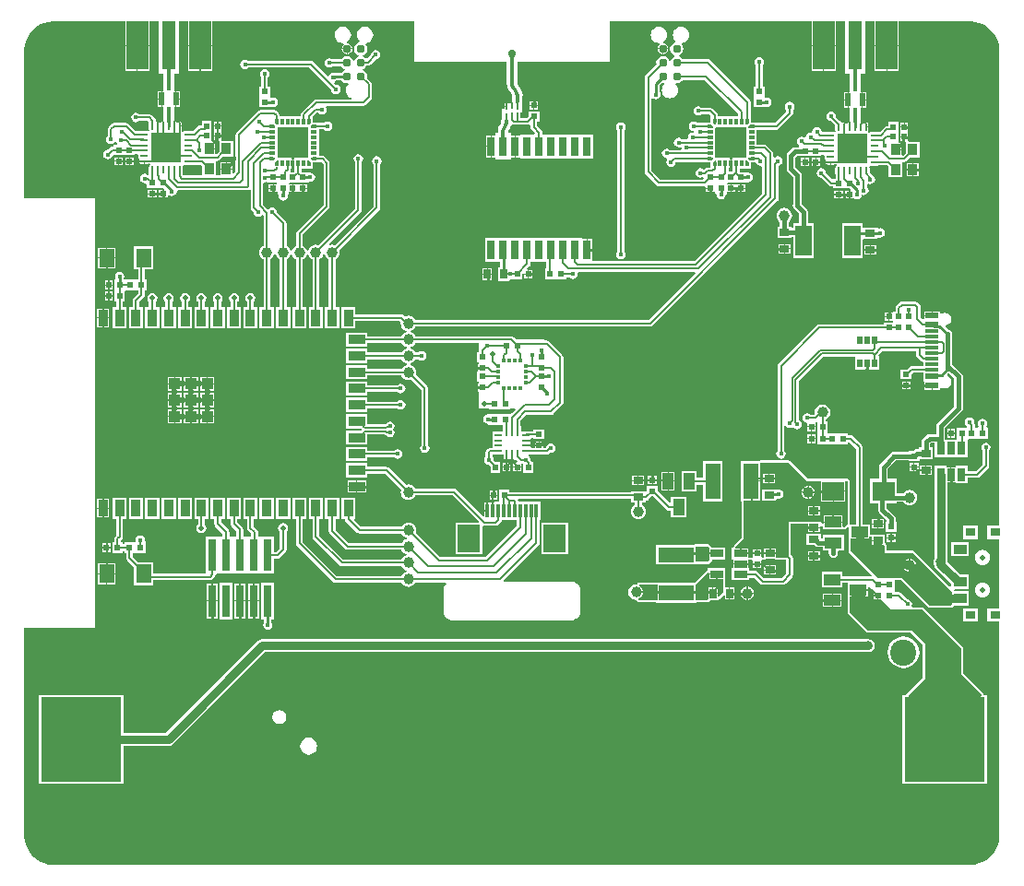
<source format=gbl>
G04*
G04 #@! TF.GenerationSoftware,Altium Limited,Altium Designer,22.1.2 (22)*
G04*
G04 Layer_Physical_Order=4*
G04 Layer_Color=16711680*
%FSLAX25Y25*%
%MOIN*%
G70*
G04*
G04 #@! TF.SameCoordinates,C32A1214-328F-4996-A91D-0F4ED86882B3*
G04*
G04*
G04 #@! TF.FilePolarity,Positive*
G04*
G01*
G75*
%ADD10C,0.01000*%
%ADD12C,0.00800*%
%ADD16R,0.07874X0.17717*%
%ADD34C,0.01323*%
%ADD35C,0.01500*%
%ADD36C,0.03000*%
%ADD37C,0.02362*%
%ADD38C,0.00394*%
%ADD39C,0.01968*%
%ADD40O,0.08268X0.04724*%
%ADD41O,0.09055X0.04724*%
%ADD42C,0.09449*%
%ADD43C,0.01772*%
%ADD44C,0.02756*%
%ADD45C,0.03150*%
%ADD46C,0.01323*%
%ADD47R,0.04331X0.04331*%
%ADD48R,0.03543X0.05906*%
%ADD49R,0.05906X0.03543*%
%ADD50R,0.02000X0.02400*%
%ADD51R,0.01378X0.01181*%
%ADD52R,0.02165X0.01181*%
%ADD53R,0.01181X0.01378*%
%ADD54R,0.01181X0.02165*%
%ADD55R,0.10551X0.10551*%
%ADD56O,0.00866X0.02756*%
%ADD57O,0.02756X0.00866*%
%ADD58R,0.03543X0.03937*%
%ADD59R,0.02165X0.04921*%
%ADD60R,0.01378X0.02165*%
%ADD61R,0.02400X0.02000*%
%ADD62R,0.01181X0.01772*%
%ADD63R,0.01772X0.01181*%
%ADD64R,0.02657X0.00984*%
%ADD65R,0.00984X0.02657*%
%ADD66C,0.03098*%
%ADD67R,0.03500X0.02500*%
%ADD68C,0.03937*%
%ADD69R,0.02500X0.03500*%
%ADD70R,0.04724X0.02756*%
%ADD71R,0.05906X0.11024*%
%ADD72R,0.12992X0.05512*%
%ADD73R,0.02756X0.04724*%
%ADD74R,0.03937X0.05906*%
%ADD75R,0.05512X0.12992*%
%ADD76R,0.05906X0.03937*%
%ADD77R,0.07874X0.07087*%
%ADD78R,0.03780X0.03150*%
%ADD79R,0.04921X0.03543*%
%ADD80R,0.04921X0.02362*%
%ADD81R,0.04921X0.01181*%
%ADD82R,0.03150X0.11811*%
%ADD83R,0.01968X0.03150*%
%ADD84R,0.05512X0.06693*%
%ADD85R,0.00787X0.01968*%
%ADD86R,0.00787X0.01772*%
%ADD87R,0.02756X0.07087*%
%ADD88R,0.03150X0.07087*%
%ADD89R,0.28937X0.30591*%
%ADD90R,0.07874X0.09843*%
%ADD91R,0.01181X0.04921*%
%ADD92R,0.04724X0.17717*%
%ADD93C,0.00600*%
%ADD94C,0.00900*%
%ADD95C,0.00880*%
%ADD96C,0.02000*%
%ADD97C,0.05000*%
G36*
X343227Y306067D02*
X344630Y305882D01*
X345996Y305516D01*
X347303Y304975D01*
X348528Y304268D01*
X349650Y303407D01*
X350651Y302406D01*
X351512Y301284D01*
X352219Y300059D01*
X352760Y298752D01*
X353127Y297385D01*
X353311Y295983D01*
X353311Y295276D01*
X353311Y123635D01*
X349023D01*
Y118885D01*
X353311D01*
Y93713D01*
X349023D01*
Y88964D01*
X353311D01*
Y11811D01*
Y11104D01*
X353127Y9701D01*
X352760Y8335D01*
X352219Y7028D01*
X351512Y5803D01*
X350651Y4680D01*
X349650Y3680D01*
X348528Y2819D01*
X347303Y2112D01*
X345996Y1570D01*
X344630Y1204D01*
X343227Y1020D01*
X342520Y1020D01*
X11811Y1020D01*
X11104D01*
X9701Y1204D01*
X8335Y1570D01*
X7028Y2112D01*
X5803Y2819D01*
X4680Y3680D01*
X3680Y4680D01*
X2819Y5803D01*
X2112Y7028D01*
X1570Y8335D01*
X1204Y9701D01*
X1020Y11104D01*
X1020Y11811D01*
Y86614D01*
X26575D01*
Y242126D01*
X1020D01*
Y295276D01*
Y295983D01*
X1204Y297385D01*
X1570Y298752D01*
X2112Y300059D01*
X2819Y301284D01*
X3680Y302406D01*
X4681Y303407D01*
X5803Y304268D01*
X7028Y304975D01*
X8335Y305516D01*
X9701Y305882D01*
X11104Y306067D01*
X11811Y306067D01*
X37395D01*
Y297444D01*
X41732D01*
X46069D01*
Y306067D01*
X49587D01*
Y287186D01*
X51251D01*
Y281988D01*
X51261Y281942D01*
Y280813D01*
X50791D01*
Y277953D01*
Y275092D01*
X51261D01*
Y273964D01*
X51251Y273917D01*
Y270472D01*
X51334Y270057D01*
X51181Y269904D01*
X50856Y269840D01*
X50581Y269656D01*
X50475Y269497D01*
X50336Y269463D01*
X50058D01*
X49919Y269497D01*
X49813Y269656D01*
X49538Y269840D01*
X49413Y269865D01*
Y268110D01*
X49013D01*
Y269865D01*
X48968Y269856D01*
X48697Y269977D01*
X48453Y270151D01*
X48375Y270547D01*
X48109Y270944D01*
X46928Y272125D01*
X46531Y272390D01*
X46063Y272483D01*
X42542D01*
X41996Y272848D01*
X41339Y272979D01*
X40681Y272848D01*
X40123Y272475D01*
X39751Y271918D01*
X39620Y271260D01*
X39751Y270602D01*
X40123Y270044D01*
X40681Y269672D01*
X41339Y269541D01*
X41996Y269672D01*
X42542Y270036D01*
X45556D01*
X46021Y269572D01*
Y269225D01*
X45987Y269055D01*
Y267165D01*
X46083Y266684D01*
X46092Y266670D01*
X45732Y266309D01*
X45717Y266319D01*
X45236Y266415D01*
X43347D01*
X42865Y266319D01*
X42805Y266279D01*
X41213D01*
X38588Y268903D01*
X38225Y269146D01*
X37795Y269232D01*
X37795Y269232D01*
X33465D01*
X33465Y269232D01*
X33035Y269146D01*
X32671Y268903D01*
X32671Y268903D01*
X31490Y267722D01*
X31247Y267358D01*
X31162Y266929D01*
X31162Y266929D01*
Y264664D01*
X31068Y264601D01*
X30696Y264044D01*
X30565Y263386D01*
X30696Y262728D01*
X31068Y262170D01*
X31626Y261798D01*
X32283Y261667D01*
X32941Y261798D01*
X33499Y262170D01*
X33701Y262473D01*
X34232Y262368D01*
X34239Y262334D01*
X34611Y261777D01*
X34454Y261280D01*
X33039D01*
Y260704D01*
X32709D01*
X32240Y260611D01*
X31844Y260346D01*
X31088Y259590D01*
X30445Y259462D01*
X29887Y259089D01*
X29514Y258532D01*
X29384Y257874D01*
X29514Y257216D01*
X29887Y256659D01*
X30445Y256286D01*
X31102Y256155D01*
X31760Y256286D01*
X32318Y256659D01*
X32690Y257216D01*
X32710Y257317D01*
X33039Y257680D01*
X40976D01*
Y258041D01*
X41814D01*
X42140Y257541D01*
X42089Y257283D01*
X42185Y256802D01*
X42458Y256395D01*
X42510Y256359D01*
X42549Y256286D01*
X42604Y255703D01*
X42562Y255640D01*
X42537Y255515D01*
X44291D01*
Y255315D01*
X44491D01*
Y254466D01*
X45236D01*
X45561Y254530D01*
X45813Y254698D01*
X45955Y254682D01*
X46346Y254577D01*
X46417Y254386D01*
X46313Y254134D01*
X46083Y253788D01*
X45987Y253307D01*
Y251417D01*
X46021Y251248D01*
Y250785D01*
X45521Y250550D01*
X45146Y250801D01*
X44488Y250931D01*
X43830Y250801D01*
X43273Y250428D01*
X42900Y249870D01*
X42769Y249213D01*
X42900Y248555D01*
X43273Y247997D01*
X43830Y247625D01*
X44488Y247494D01*
X44744Y247545D01*
X45244Y247135D01*
Y245869D01*
X51307D01*
X51645Y245531D01*
X51453Y245069D01*
X51381D01*
Y243669D01*
Y242269D01*
X52781D01*
Y242941D01*
X53281Y243162D01*
X53673Y242900D01*
X54331Y242769D01*
X54988Y242900D01*
X55546Y243273D01*
X55919Y243830D01*
X56048Y244482D01*
X56071Y244581D01*
X56469Y244941D01*
X81496D01*
X81496Y244941D01*
X81925Y245027D01*
X82237Y245235D01*
X82437Y245184D01*
X82737Y245010D01*
Y238583D01*
X82737Y238583D01*
X82822Y238154D01*
X83065Y237790D01*
X83736Y237119D01*
X83714Y237008D01*
X83845Y236350D01*
X84218Y235792D01*
X84775Y235420D01*
X85433Y235289D01*
X86091Y235420D01*
X86648Y235792D01*
X86896Y236162D01*
X86962Y236179D01*
X87461Y235870D01*
Y224973D01*
X87186Y224859D01*
X86608Y224415D01*
X86164Y223837D01*
X85885Y223164D01*
X85790Y222441D01*
X85885Y221718D01*
X86164Y221045D01*
X86608Y220466D01*
X87186Y220023D01*
X87461Y219909D01*
Y202572D01*
X86011D01*
Y195066D01*
X91154D01*
Y202572D01*
X89704D01*
Y219909D01*
X89979Y220023D01*
X90557Y220466D01*
X91001Y221045D01*
X91280Y221718D01*
X91283Y221744D01*
X91788D01*
X91791Y221718D01*
X92070Y221045D01*
X92514Y220466D01*
X93092Y220023D01*
X93265Y219951D01*
Y202572D01*
X91917D01*
Y195066D01*
X97060D01*
Y202572D01*
X95712D01*
Y219951D01*
X95884Y220023D01*
X96463Y220466D01*
X96907Y221045D01*
X97185Y221718D01*
X97189Y221744D01*
X97693D01*
X97697Y221718D01*
X97975Y221045D01*
X98419Y220466D01*
X98997Y220023D01*
X99272Y219909D01*
Y202572D01*
X97822D01*
Y195066D01*
X102965D01*
Y202572D01*
X101515D01*
Y219909D01*
X101790Y220023D01*
X102368Y220466D01*
X102812Y221045D01*
X103091Y221718D01*
X103094Y221744D01*
X103599D01*
X103602Y221718D01*
X103881Y221045D01*
X104325Y220466D01*
X104903Y220023D01*
X105076Y219951D01*
Y202572D01*
X103728D01*
Y195066D01*
X108871D01*
Y202572D01*
X107523D01*
Y219951D01*
X107695Y220023D01*
X108274Y220466D01*
X108718Y221045D01*
X108996Y221718D01*
X109000Y221744D01*
X109504D01*
X109508Y221718D01*
X109786Y221045D01*
X110230Y220466D01*
X110809Y220023D01*
X110981Y219951D01*
Y202572D01*
X109633D01*
Y195066D01*
X114776D01*
Y202572D01*
X113428D01*
Y219951D01*
X113601Y220023D01*
X114179Y220466D01*
X114623Y221045D01*
X114902Y221718D01*
X114997Y222441D01*
X114902Y223164D01*
X114830Y223336D01*
X129212Y237718D01*
X129477Y238115D01*
X129570Y238583D01*
Y254309D01*
X129935Y254854D01*
X130065Y255512D01*
X129935Y256170D01*
X129562Y256727D01*
X129004Y257100D01*
X128347Y257231D01*
X127689Y257100D01*
X127131Y256727D01*
X126758Y256170D01*
X126628Y255512D01*
X126758Y254854D01*
X127123Y254309D01*
Y239089D01*
X113100Y225067D01*
X112927Y225138D01*
X112205Y225233D01*
X111482Y225138D01*
X111400Y225104D01*
X111117Y225528D01*
X122519Y236930D01*
X122784Y237327D01*
X122877Y237795D01*
Y255096D01*
X123242Y255641D01*
X123372Y256299D01*
X123242Y256957D01*
X122869Y257515D01*
X122311Y257887D01*
X121653Y258018D01*
X120996Y257887D01*
X120438Y257515D01*
X120065Y256957D01*
X119935Y256299D01*
X120065Y255641D01*
X120430Y255096D01*
Y238302D01*
X107195Y225067D01*
X107022Y225138D01*
X106299Y225233D01*
X105577Y225138D01*
X104903Y224859D01*
X104325Y224415D01*
X103881Y223837D01*
X103602Y223164D01*
X103599Y223138D01*
X103094D01*
X103091Y223164D01*
X102812Y223837D01*
X102368Y224415D01*
X101790Y224859D01*
X101515Y224973D01*
Y228866D01*
X111029Y238380D01*
X111029Y238380D01*
X111272Y238744D01*
X111358Y239173D01*
X111358Y239173D01*
Y254823D01*
X111358Y254823D01*
X111272Y255252D01*
X111029Y255616D01*
X111029Y255616D01*
X109553Y257092D01*
X109189Y257335D01*
X108760Y257421D01*
X108760Y257421D01*
X107395D01*
Y257690D01*
X107395D01*
Y262783D01*
Y266720D01*
X107395D01*
Y266989D01*
X109253D01*
X109316Y266895D01*
X109874Y266522D01*
X110531Y266391D01*
X111189Y266522D01*
X111747Y266895D01*
X112119Y267453D01*
X112250Y268110D01*
X112119Y268768D01*
X111747Y269326D01*
X111189Y269698D01*
X110531Y269829D01*
X109874Y269698D01*
X109316Y269326D01*
X109253Y269232D01*
X107395D01*
Y269501D01*
X105984D01*
X105905Y269516D01*
X105343D01*
Y270079D01*
X105328Y270158D01*
Y271568D01*
X105328Y271568D01*
X105328D01*
X105610Y271937D01*
X106665Y272993D01*
X107285D01*
X107348Y272899D01*
X107905Y272526D01*
X108563Y272395D01*
X109221Y272526D01*
X109778Y272899D01*
X110151Y273456D01*
X110282Y274114D01*
X110151Y274772D01*
X109964Y275052D01*
X110231Y275552D01*
X123425D01*
X123425Y275552D01*
X123854Y275637D01*
X124218Y275880D01*
X126187Y277849D01*
X126187Y277849D01*
X126430Y278212D01*
X126515Y278642D01*
Y283287D01*
X126430Y283717D01*
X126187Y284081D01*
X126187Y284081D01*
X124840Y285427D01*
X124974Y286102D01*
X124792Y287019D01*
X124272Y287796D01*
X123495Y288315D01*
X123334Y288348D01*
Y288857D01*
X123495Y288890D01*
X124272Y289409D01*
X124613Y289918D01*
X125197D01*
X125665Y290011D01*
X126062Y290277D01*
X127967Y292182D01*
X128611Y292310D01*
X129168Y292682D01*
X129541Y293240D01*
X129672Y293898D01*
X129541Y294555D01*
X129168Y295113D01*
X128611Y295486D01*
X127953Y295617D01*
X127295Y295486D01*
X126737Y295113D01*
X126365Y294555D01*
X126237Y293912D01*
X124973Y292648D01*
X124332Y292707D01*
X124272Y292796D01*
X123495Y293315D01*
X123334Y293348D01*
Y293857D01*
X123495Y293889D01*
X124272Y294409D01*
X124792Y295186D01*
X124974Y296102D01*
X124792Y297019D01*
X124354Y297674D01*
X124469Y298081D01*
X124555Y298205D01*
X124845Y298243D01*
X125559Y298539D01*
X126172Y299009D01*
X126643Y299622D01*
X126938Y300336D01*
X127039Y301102D01*
X126938Y301869D01*
X126643Y302583D01*
X126172Y303196D01*
X125559Y303666D01*
X124845Y303962D01*
X124079Y304063D01*
X123313Y303962D01*
X122599Y303666D01*
X121985Y303196D01*
X121515Y302583D01*
X121219Y301869D01*
X121118Y301102D01*
X121219Y300336D01*
X121515Y299622D01*
X121985Y299009D01*
X122109Y298914D01*
X121985Y298379D01*
X121662Y298315D01*
X120885Y297796D01*
X120366Y297019D01*
X120184Y296102D01*
X120366Y295186D01*
X120885Y294409D01*
X121662Y293889D01*
X121824Y293857D01*
Y293348D01*
X121662Y293315D01*
X120885Y292796D01*
X120366Y292019D01*
X120334Y291857D01*
X119824D01*
X119792Y292019D01*
X119272Y292796D01*
X118495Y293315D01*
X117579Y293498D01*
X116662Y293315D01*
X115885Y292796D01*
X115518Y292247D01*
X112207D01*
X111780Y292533D01*
X111122Y292664D01*
X110464Y292533D01*
X109907Y292160D01*
X109534Y291603D01*
X109403Y290945D01*
X109534Y290287D01*
X109907Y289729D01*
X110464Y289357D01*
X111122Y289226D01*
X111780Y289357D01*
X112338Y289729D01*
X112385Y289800D01*
X115623D01*
X115885Y289409D01*
X116662Y288890D01*
X116824Y288857D01*
Y288348D01*
X116662Y288315D01*
X115885Y287796D01*
X115639Y287428D01*
X113191D01*
X112598Y287546D01*
X111941Y287415D01*
X111383Y287042D01*
X111010Y286485D01*
X110984Y286350D01*
X110505Y286205D01*
X105393Y291318D01*
X104996Y291583D01*
X104528Y291676D01*
X81912D01*
X81366Y292041D01*
X80709Y292172D01*
X80051Y292041D01*
X79493Y291668D01*
X79121Y291110D01*
X78990Y290453D01*
X79121Y289795D01*
X79493Y289237D01*
X80051Y288865D01*
X80709Y288734D01*
X81366Y288865D01*
X81912Y289229D01*
X104021D01*
X111867Y281383D01*
X111995Y280740D01*
X112367Y280182D01*
X112925Y279810D01*
X113583Y279679D01*
X114241Y279810D01*
X114798Y280182D01*
X115171Y280740D01*
X115302Y281398D01*
X115171Y282055D01*
X114798Y282613D01*
X114241Y282986D01*
X113597Y283114D01*
X112977Y283734D01*
X113122Y284212D01*
X113256Y284239D01*
X113814Y284611D01*
X113925Y284777D01*
X115639D01*
X115885Y284409D01*
X116662Y283890D01*
X117579Y283707D01*
X117919Y283775D01*
X118131Y283307D01*
X117985Y283196D01*
X117515Y282582D01*
X117219Y281869D01*
X117118Y281102D01*
X117219Y280336D01*
X117515Y279622D01*
X117985Y279009D01*
X118599Y278539D01*
X119187Y278295D01*
X119088Y277795D01*
X106398D01*
X106398Y277795D01*
X105968Y277709D01*
X105605Y277466D01*
X105605Y277466D01*
X101175Y273037D01*
X100932Y272673D01*
X100847Y272244D01*
X100847Y272244D01*
Y271568D01*
X93516D01*
Y271568D01*
X93247D01*
Y272047D01*
X93162Y272477D01*
X92919Y272840D01*
X92919Y272840D01*
X92132Y273628D01*
X91768Y273871D01*
X91339Y273956D01*
X91338Y273956D01*
X86221D01*
X86221Y273956D01*
X85791Y273871D01*
X85427Y273628D01*
X85427Y273628D01*
X77664Y265865D01*
X77421Y265501D01*
X77336Y265072D01*
X77336Y265072D01*
Y251757D01*
X76600Y251021D01*
X76138Y251212D01*
Y252457D01*
X73966D01*
X71795D01*
Y250334D01*
X70337D01*
Y255270D01*
X70698Y255556D01*
X70773Y255582D01*
X71148Y255657D01*
X71512Y255900D01*
X72784Y257172D01*
X76538D01*
Y262709D01*
X72691D01*
X72298Y262967D01*
X72298Y263210D01*
Y264367D01*
X71098D01*
Y262904D01*
X71395Y262709D01*
X71395Y262467D01*
Y258955D01*
X70437Y257998D01*
X69937Y258205D01*
Y259741D01*
X67766D01*
Y260141D01*
X69937D01*
Y262310D01*
X69091D01*
X68698Y262567D01*
Y266110D01*
Y270110D01*
X65098D01*
Y268332D01*
X64454D01*
X64454Y268332D01*
X64025Y268246D01*
X63661Y268003D01*
X63661Y268003D01*
X61937Y266279D01*
X61525D01*
X61465Y266319D01*
X60984Y266415D01*
X59095D01*
X58613Y266319D01*
X58268Y266088D01*
X58016Y265984D01*
X57825Y266055D01*
X57719Y266446D01*
X57703Y266589D01*
X57871Y266840D01*
X57936Y267165D01*
Y267910D01*
X57087D01*
Y268110D01*
X56887D01*
Y269865D01*
X56762Y269840D01*
X56486Y269656D01*
X56380Y269497D01*
X56241Y269463D01*
X55964D01*
X55825Y269497D01*
X55719Y269656D01*
X55443Y269840D01*
X55118Y269904D01*
X54965Y270057D01*
X55048Y270472D01*
Y273917D01*
X55039Y273964D01*
Y275092D01*
X55509D01*
Y277953D01*
Y280813D01*
X55039D01*
Y281942D01*
X55048Y281988D01*
Y287186D01*
X56712D01*
Y306067D01*
X60230D01*
Y297444D01*
X68904D01*
Y306067D01*
X141732D01*
Y291339D01*
X141733Y291339D01*
X175268D01*
Y283872D01*
X175259D01*
X175438Y282509D01*
X175964Y281239D01*
X176802Y280148D01*
X176802Y280148D01*
X177085Y279765D01*
X177138Y279685D01*
X177243Y279157D01*
X177236Y279120D01*
Y277974D01*
X177236Y277973D01*
Y277165D01*
X177292Y276884D01*
X176881Y276384D01*
X176372D01*
X176372Y276384D01*
X175990Y276483D01*
X175990Y276483D01*
X175912Y276483D01*
X175397D01*
Y275098D01*
X175197D01*
Y274898D01*
X174403D01*
Y274232D01*
X173603D01*
Y272335D01*
X173565Y272146D01*
Y271035D01*
X173565Y271033D01*
X173559Y270979D01*
X173443Y270805D01*
X173299Y270079D01*
Y269380D01*
X173306Y269343D01*
X173197Y269080D01*
X173166Y269059D01*
X173116Y268984D01*
X172602Y268315D01*
X172245Y267453D01*
X172135Y266616D01*
X172118Y266528D01*
Y265570D01*
X171241D01*
Y264770D01*
X169885D01*
Y260827D01*
Y256884D01*
X171241D01*
Y256083D01*
X176791D01*
Y256884D01*
X178147D01*
Y260827D01*
Y264770D01*
X176791D01*
Y265570D01*
X175914D01*
Y266450D01*
X175921Y266467D01*
X176525Y267255D01*
X176950Y268280D01*
X176966Y268399D01*
X177500Y268630D01*
X177854Y268560D01*
X183001D01*
X183316Y268623D01*
X183720Y268385D01*
X183816Y268284D01*
Y267815D01*
X183909Y267347D01*
X184174Y266950D01*
X185454Y265670D01*
X185247Y265170D01*
X180302D01*
Y264770D01*
X178547D01*
Y260827D01*
Y256884D01*
X180302D01*
Y256484D01*
X206509D01*
Y265170D01*
X188231D01*
Y265846D01*
X188138Y266315D01*
X187873Y266712D01*
X186263Y268322D01*
Y269822D01*
X187039D01*
Y273422D01*
X183039D01*
Y271552D01*
X182494Y271007D01*
X180357D01*
Y272146D01*
X180328Y272295D01*
Y272914D01*
X180728D01*
Y274909D01*
X180765Y275098D01*
Y276209D01*
X180765Y276212D01*
X180771Y276265D01*
X180887Y276439D01*
X181032Y277165D01*
Y277973D01*
X181032Y277974D01*
Y279120D01*
X181040D01*
X180861Y280483D01*
X180335Y281753D01*
X179498Y282844D01*
X179498Y282844D01*
X179214Y283227D01*
X179161Y283307D01*
X179056Y283835D01*
X179063Y283872D01*
Y291339D01*
X212598D01*
Y306067D01*
X220473D01*
X285427Y306067D01*
Y297444D01*
X289764D01*
X294101D01*
Y306067D01*
X297619D01*
Y287186D01*
X299283D01*
Y281693D01*
X299292Y281647D01*
Y280518D01*
X298822D01*
Y277658D01*
Y274797D01*
X299292D01*
Y273668D01*
X299283Y273622D01*
Y270094D01*
X299213Y269609D01*
X298887Y269545D01*
X298612Y269360D01*
X298506Y269202D01*
X298367Y269168D01*
X298090D01*
X297951Y269202D01*
X297845Y269360D01*
X297569Y269545D01*
X297444Y269569D01*
Y267815D01*
X297044D01*
Y269569D01*
X296919Y269545D01*
X296856Y269502D01*
X296273Y269557D01*
X296200Y269596D01*
X296165Y269649D01*
X295757Y269921D01*
X295686Y269935D01*
X294194Y271428D01*
X294238Y271654D01*
X294108Y272311D01*
X293735Y272869D01*
X293178Y273242D01*
X292520Y273372D01*
X291862Y273242D01*
X291304Y272869D01*
X290932Y272311D01*
X290801Y271654D01*
X290932Y270996D01*
X291304Y270438D01*
X291862Y270065D01*
X292513Y269936D01*
X294018Y268431D01*
Y266870D01*
X294114Y266389D01*
X294124Y266375D01*
X293763Y266014D01*
X293749Y266024D01*
X293268Y266119D01*
X291378D01*
X290897Y266024D01*
X290837Y265984D01*
X289599D01*
X289120Y266142D01*
X288990Y266799D01*
X288617Y267357D01*
X288059Y267730D01*
X287402Y267861D01*
X286744Y267730D01*
X286186Y267357D01*
X285814Y266799D01*
X285683Y266142D01*
X285230Y265854D01*
X285039Y265892D01*
X284382Y265761D01*
X283824Y265389D01*
X283451Y264831D01*
X283338Y264260D01*
X283059Y264070D01*
X282848Y263986D01*
X282548Y264186D01*
X281890Y264317D01*
X281232Y264186D01*
X280674Y263814D01*
X280302Y263256D01*
X280171Y262598D01*
X280302Y261941D01*
X280674Y261383D01*
X280732Y261345D01*
X281010Y261050D01*
X280913Y260550D01*
X279442D01*
X278837Y260429D01*
X278324Y260087D01*
X276835Y258598D01*
X276493Y258085D01*
X276372Y257480D01*
Y252756D01*
X276493Y252151D01*
X276835Y251638D01*
X278735Y249739D01*
Y240039D01*
X278727Y240028D01*
X278596Y239370D01*
X278727Y238712D01*
X279100Y238155D01*
X279468Y237908D01*
X280900Y236477D01*
Y233084D01*
X278728D01*
Y231352D01*
X278141D01*
Y231822D01*
X277171D01*
Y233550D01*
X277565Y233852D01*
X278009Y234431D01*
X278288Y235104D01*
X278383Y235827D01*
X278288Y236549D01*
X278009Y237223D01*
X277565Y237801D01*
X276987Y238245D01*
X276313Y238524D01*
X275591Y238619D01*
X274868Y238524D01*
X274194Y238245D01*
X273616Y237801D01*
X273172Y237223D01*
X272893Y236549D01*
X272798Y235827D01*
X272893Y235104D01*
X273172Y234431D01*
X273616Y233852D01*
X274010Y233550D01*
Y231822D01*
X273041D01*
Y227722D01*
X278141D01*
Y228191D01*
X278728D01*
Y220460D01*
X286233D01*
Y233084D01*
X284061D01*
Y237131D01*
X283940Y237736D01*
X283598Y238249D01*
X281924Y239923D01*
X281903Y240028D01*
X281895Y240039D01*
Y250394D01*
X281775Y250998D01*
X281433Y251511D01*
X279533Y253411D01*
Y256826D01*
X280096Y257389D01*
X281071D01*
Y257385D01*
X289008D01*
Y257848D01*
X289914D01*
X290192Y257348D01*
X290121Y256988D01*
X290216Y256507D01*
X290489Y256099D01*
X290542Y256064D01*
X290581Y255991D01*
X290635Y255408D01*
X290593Y255345D01*
X290568Y255220D01*
X292323D01*
Y255020D01*
X292523D01*
Y254170D01*
X293268D01*
X293593Y254235D01*
X293844Y254403D01*
X293987Y254387D01*
X294378Y254282D01*
X294449Y254090D01*
X294345Y253838D01*
X294114Y253493D01*
X294018Y253012D01*
Y251122D01*
X294114Y250641D01*
X294154Y250581D01*
Y249174D01*
X293276D01*
Y249174D01*
X292776Y248968D01*
X290673Y251070D01*
X290695Y251181D01*
X290564Y251839D01*
X290192Y252396D01*
X289634Y252769D01*
X288976Y252900D01*
X288319Y252769D01*
X287761Y252396D01*
X287388Y251839D01*
X287258Y251181D01*
X287388Y250523D01*
X287761Y249966D01*
X288319Y249593D01*
X288976Y249462D01*
X289087Y249484D01*
X291820Y246752D01*
X291820Y246752D01*
X292183Y246509D01*
X292613Y246423D01*
X292613Y246423D01*
X293276D01*
Y245574D01*
X299338D01*
X299676Y245236D01*
X299485Y244774D01*
X299413D01*
Y243374D01*
Y241974D01*
X300813D01*
X300813Y241974D01*
Y241974D01*
X301231Y241773D01*
X301311Y241719D01*
X301969Y241588D01*
X302626Y241719D01*
X303184Y242092D01*
X303556Y242649D01*
X303684Y243292D01*
X304331Y243163D01*
X304989Y243294D01*
X305546Y243667D01*
X305919Y244224D01*
X306050Y244882D01*
X305919Y245540D01*
X305546Y246097D01*
X305452Y246160D01*
Y247019D01*
X305952Y247286D01*
X306035Y247231D01*
X306693Y247100D01*
X307351Y247231D01*
X307908Y247604D01*
X308281Y248161D01*
X308412Y248819D01*
X308281Y249477D01*
X307908Y250034D01*
X307515Y250297D01*
X307486Y250340D01*
X307486Y250340D01*
X306375Y251451D01*
Y253012D01*
X306280Y253493D01*
X306270Y253507D01*
X306631Y253868D01*
X306645Y253858D01*
X307126Y253762D01*
X309016D01*
X309497Y253858D01*
X309557Y253898D01*
X312872D01*
X313226Y253545D01*
Y249594D01*
X318369D01*
Y255131D01*
X318743Y255167D01*
X318848Y255178D01*
X318849Y255178D01*
X319278Y255263D01*
X319641Y255506D01*
X321012Y256877D01*
X324570D01*
Y262414D01*
X320723D01*
X320329Y262672D01*
X320329Y262914D01*
Y264072D01*
X319129D01*
Y262609D01*
X319426Y262414D01*
X319426Y262172D01*
Y258463D01*
X318469Y257506D01*
X317969Y257626D01*
Y259446D01*
X315797D01*
Y259846D01*
X317969D01*
Y262014D01*
X317123D01*
X316729Y262272D01*
Y265815D01*
Y269815D01*
X313129D01*
Y268137D01*
X312684D01*
X312255Y268051D01*
X311891Y267808D01*
X311891Y267808D01*
X310067Y265984D01*
X309557D01*
X309497Y266024D01*
X309016Y266119D01*
X307126D01*
X306645Y266024D01*
X306299Y265793D01*
X306047Y265689D01*
X305856Y265760D01*
X305751Y266151D01*
X305735Y266294D01*
X305903Y266545D01*
X305967Y266870D01*
Y267615D01*
X305118D01*
Y267815D01*
X304918D01*
Y269569D01*
X304793Y269545D01*
X304518Y269360D01*
X304412Y269202D01*
X304273Y269168D01*
X303995D01*
X303856Y269202D01*
X303750Y269360D01*
X303475Y269545D01*
X303150Y269609D01*
X303079Y270094D01*
Y273622D01*
X303070Y273668D01*
Y274797D01*
X303540D01*
Y277658D01*
Y280518D01*
X303070D01*
Y281647D01*
X303079Y281693D01*
Y287186D01*
X304743D01*
Y306067D01*
X308261D01*
Y297444D01*
X316935D01*
Y306067D01*
X334646D01*
X343227Y306067D01*
D02*
G37*
G36*
X178072Y293243D02*
X178021Y293170D01*
X177975Y293088D01*
X177936Y292996D01*
X177903Y292896D01*
X177875Y292786D01*
X177854Y292667D01*
X177839Y292539D01*
X177827Y292256D01*
X176504D01*
X176501Y292402D01*
X176477Y292667D01*
X176455Y292786D01*
X176428Y292896D01*
X176395Y292996D01*
X176355Y293088D01*
X176310Y293170D01*
X176258Y293243D01*
X176201Y293307D01*
X178130D01*
X178072Y293243D01*
D02*
G37*
G36*
X179635Y276725D02*
X179613Y276679D01*
X179595Y276623D01*
X179579Y276559D01*
X179565Y276485D01*
X179545Y276309D01*
X179535Y276097D01*
X179534Y275976D01*
X178734D01*
X178733Y276097D01*
X178703Y276485D01*
X178689Y276559D01*
X178673Y276623D01*
X178654Y276679D01*
X178633Y276725D01*
X178610Y276762D01*
X179658D01*
X179635Y276725D01*
D02*
G37*
G36*
X175598Y271147D02*
X175628Y270759D01*
X175642Y270686D01*
X175658Y270621D01*
X175676Y270566D01*
X175698Y270519D01*
X175721Y270482D01*
X174672D01*
X174696Y270519D01*
X174717Y270566D01*
X174736Y270621D01*
X174752Y270686D01*
X174766Y270759D01*
X174786Y270935D01*
X174796Y271147D01*
X174797Y271268D01*
X175597D01*
X175598Y271147D01*
D02*
G37*
G36*
X53660Y270044D02*
X53647Y270008D01*
X53636Y269961D01*
X53626Y269903D01*
X53611Y269755D01*
X53603Y269562D01*
X53600Y269326D01*
X52700D01*
X52699Y269449D01*
X52663Y269961D01*
X52652Y270008D01*
X52639Y270044D01*
X52625Y270069D01*
X53674D01*
X53660Y270044D01*
D02*
G37*
G36*
X301689Y269648D02*
X301675Y269610D01*
X301662Y269561D01*
X301652Y269502D01*
X301635Y269352D01*
X301624Y269159D01*
X301621Y268923D01*
X300741D01*
X300740Y269046D01*
X300711Y269502D01*
X300700Y269561D01*
X300687Y269610D01*
X300673Y269648D01*
X300657Y269675D01*
X301705D01*
X301689Y269648D01*
D02*
G37*
G36*
X104528Y269193D02*
X103937Y268602D01*
X103347D01*
Y270079D01*
X104528D01*
Y269193D01*
D02*
G37*
G36*
X92716Y268602D02*
X92126D01*
X91535Y269193D01*
Y270079D01*
X92716D01*
Y268602D01*
D02*
G37*
G36*
X105905Y267520D02*
X104429D01*
Y268110D01*
X105020Y268701D01*
X105905D01*
Y267520D01*
D02*
G37*
G36*
X91634Y268110D02*
Y267520D01*
X90158D01*
Y268701D01*
X91043D01*
X91634Y268110D01*
D02*
G37*
G36*
X105905Y255709D02*
X105020D01*
X104429Y256299D01*
Y256890D01*
X105905D01*
Y255709D01*
D02*
G37*
G36*
X91634Y256299D02*
X91043Y255709D01*
X90158D01*
Y256890D01*
X91634D01*
Y256299D01*
D02*
G37*
G36*
X103347Y267787D02*
X103613D01*
Y267520D01*
X103629Y267441D01*
Y264751D01*
Y260814D01*
Y256995D01*
X103359Y256607D01*
X103243Y256607D01*
X98610D01*
Y256207D01*
X98232D01*
Y254724D01*
X97831D01*
Y256207D01*
X97453D01*
Y256607D01*
X92820D01*
X92704Y256607D01*
X92434Y256995D01*
Y258846D01*
Y262783D01*
Y267441D01*
X92449Y267520D01*
Y267787D01*
X92716D01*
X92795Y267802D01*
X103268D01*
X103347Y267787D01*
D02*
G37*
G36*
X104528Y255217D02*
Y254331D01*
X103347D01*
Y255807D01*
X103937D01*
X104528Y255217D01*
D02*
G37*
G36*
X92716Y254331D02*
X91535D01*
Y255217D01*
X92126Y255807D01*
X92716D01*
Y254331D01*
D02*
G37*
G36*
X65194Y253643D02*
Y250334D01*
X58339D01*
X58208Y250465D01*
Y250876D01*
X58248Y250936D01*
X58344Y251417D01*
Y253307D01*
X58248Y253788D01*
X58239Y253802D01*
X58599Y254163D01*
X58613Y254153D01*
X59095Y254058D01*
X60984D01*
X61465Y254153D01*
X61525Y254193D01*
X64644D01*
X65194Y253643D01*
D02*
G37*
G36*
X109115Y254358D02*
Y239638D01*
X99601Y230124D01*
X99357Y229760D01*
X99272Y229331D01*
X99272Y229331D01*
Y224973D01*
X98997Y224859D01*
X98419Y224415D01*
X97975Y223837D01*
X97697Y223164D01*
X97693Y223138D01*
X97189D01*
X97185Y223164D01*
X96907Y223837D01*
X96463Y224415D01*
X95884Y224859D01*
X95712Y224931D01*
Y233071D01*
X95619Y233539D01*
X95353Y233936D01*
X92267Y237022D01*
X92139Y237666D01*
X91767Y238223D01*
X91209Y238596D01*
X90551Y238727D01*
X89893Y238596D01*
X89336Y238223D01*
X89306Y238178D01*
X88808Y238129D01*
X87231Y239707D01*
Y247411D01*
X87731Y247821D01*
X87894Y247789D01*
X88445Y247899D01*
X88945Y247838D01*
Y247838D01*
X88945Y247838D01*
X92076D01*
X92377Y247392D01*
X92336Y247275D01*
X92112Y247038D01*
X91145D01*
Y245638D01*
Y244238D01*
X92488D01*
Y243838D01*
X92523D01*
X92854Y243338D01*
X92769Y242913D01*
X92900Y242256D01*
X93273Y241698D01*
X93830Y241325D01*
X94488Y241195D01*
X95146Y241325D01*
X95704Y241698D01*
X96076Y242256D01*
X96207Y242913D01*
X96123Y243338D01*
X96454Y243838D01*
X96488D01*
Y244238D01*
X97831D01*
Y245638D01*
Y247038D01*
X96864D01*
X96641Y247275D01*
X96600Y247392D01*
X96900Y247838D01*
X103575D01*
X103575Y247838D01*
Y247838D01*
X104075Y247938D01*
X104331Y247887D01*
X104989Y248018D01*
X105546Y248391D01*
X105919Y248949D01*
X106050Y249606D01*
X105919Y250264D01*
X105546Y250822D01*
X104989Y251194D01*
X104331Y251325D01*
X104075Y251274D01*
X103575Y251438D01*
Y251438D01*
X101161D01*
X101122Y251477D01*
Y252842D01*
X102547D01*
Y252842D01*
X105328D01*
Y254893D01*
X105905D01*
X105984Y254909D01*
X107395D01*
Y255178D01*
X108295D01*
X109115Y254358D01*
D02*
G37*
%LPC*%
G36*
X116079Y304063D02*
X115313Y303962D01*
X114599Y303666D01*
X113986Y303196D01*
X113515Y302583D01*
X113219Y301869D01*
X113118Y301102D01*
X113219Y300336D01*
X113515Y299622D01*
X113986Y299009D01*
X114599Y298539D01*
X115313Y298243D01*
X116079Y298142D01*
X116258Y298166D01*
X116439Y297685D01*
X116174Y297508D01*
X115743Y296863D01*
X115631Y296302D01*
X117579D01*
X119526D01*
X119415Y296863D01*
X118984Y297508D01*
X118339Y297938D01*
X117716Y298062D01*
X117604Y298402D01*
X117591Y298563D01*
X118172Y299009D01*
X118642Y299622D01*
X118938Y300336D01*
X119039Y301102D01*
X118938Y301869D01*
X118642Y302583D01*
X118172Y303196D01*
X117559Y303666D01*
X116845Y303962D01*
X116079Y304063D01*
D02*
G37*
G36*
X230252D02*
X229486Y303962D01*
X228772Y303666D01*
X228159Y303196D01*
X227688Y302583D01*
X227393Y301869D01*
X227292Y301102D01*
X227393Y300336D01*
X227688Y299622D01*
X228159Y299009D01*
X228772Y298539D01*
X229486Y298243D01*
X230252Y298142D01*
X230431Y298166D01*
X230612Y297685D01*
X230347Y297508D01*
X229916Y296863D01*
X229804Y296302D01*
X231752D01*
X233700D01*
X233588Y296863D01*
X233157Y297508D01*
X232512Y297938D01*
X231889Y298062D01*
X231777Y298402D01*
X231764Y298563D01*
X232345Y299009D01*
X232816Y299622D01*
X233112Y300336D01*
X233212Y301102D01*
X233112Y301869D01*
X232816Y302583D01*
X232345Y303196D01*
X231732Y303666D01*
X231018Y303962D01*
X230252Y304063D01*
D02*
G37*
G36*
X233700Y295902D02*
X231952D01*
Y294155D01*
X232512Y294266D01*
X233157Y294697D01*
X233588Y295342D01*
X233700Y295902D01*
D02*
G37*
G36*
X119526Y295902D02*
X117779D01*
Y294155D01*
X118339Y294266D01*
X118984Y294697D01*
X119415Y295342D01*
X119526Y295902D01*
D02*
G37*
G36*
X117379D02*
X115631D01*
X115743Y295342D01*
X116174Y294697D01*
X116818Y294266D01*
X117379Y294155D01*
Y295902D01*
D02*
G37*
G36*
X231552Y295902D02*
X229804D01*
X229916Y295342D01*
X230347Y294697D01*
X230991Y294266D01*
X231552Y294155D01*
Y295902D01*
D02*
G37*
G36*
X238252Y304063D02*
X237486Y303962D01*
X236772Y303666D01*
X236159Y303196D01*
X235688Y302583D01*
X235392Y301869D01*
X235292Y301102D01*
X235392Y300336D01*
X235688Y299622D01*
X236159Y299009D01*
X236283Y298914D01*
X236158Y298379D01*
X235835Y298315D01*
X235058Y297796D01*
X234539Y297019D01*
X234357Y296102D01*
X234539Y295186D01*
X235058Y294409D01*
X235835Y293889D01*
X235997Y293857D01*
Y293348D01*
X235835Y293315D01*
X235058Y292796D01*
X234539Y292019D01*
X234507Y291857D01*
X233997D01*
X233965Y292019D01*
X233446Y292796D01*
X232669Y293315D01*
X231752Y293498D01*
X230835Y293315D01*
X230058Y292796D01*
X229539Y292019D01*
X229357Y291102D01*
X229467Y290548D01*
X225513Y286594D01*
X225248Y286197D01*
X225154Y285728D01*
Y251575D01*
X225248Y251107D01*
X225513Y250710D01*
X229450Y246773D01*
X229847Y246507D01*
X230315Y246414D01*
X246819D01*
X246832Y246417D01*
X247219Y246100D01*
Y245838D01*
X248819D01*
Y245638D01*
X249019D01*
Y244238D01*
X250256D01*
X250419Y244238D01*
X250446Y244209D01*
X250756Y243838D01*
X250756D01*
X251067Y243459D01*
X251037Y243307D01*
X251168Y242649D01*
X251540Y242092D01*
X252098Y241719D01*
X252756Y241588D01*
X253414Y241719D01*
X253971Y242092D01*
X254344Y242649D01*
X254475Y243307D01*
X254445Y243459D01*
X254756Y243838D01*
X254756D01*
X254997Y244238D01*
X256099D01*
Y245638D01*
Y247038D01*
X255132D01*
X254908Y247275D01*
X254868Y247392D01*
X255168Y247838D01*
X261842D01*
X261842Y247838D01*
Y247838D01*
X262343Y247938D01*
X262598Y247887D01*
X263256Y248018D01*
X263814Y248391D01*
X264186Y248949D01*
X264317Y249606D01*
X264186Y250264D01*
X263814Y250822D01*
X263256Y251194D01*
X262598Y251325D01*
X262343Y251274D01*
X261842Y251438D01*
Y251438D01*
X259573D01*
X259491Y251519D01*
Y252842D01*
X260814D01*
Y252842D01*
X263595D01*
Y254252D01*
X263611Y254331D01*
Y254893D01*
X264173D01*
X264252Y254909D01*
X265330D01*
X265341Y254854D01*
X265714Y254296D01*
X266271Y253924D01*
X266929Y253793D01*
X267174Y253842D01*
X267674Y253431D01*
Y243814D01*
X243194Y219334D01*
X206547D01*
X206109Y219482D01*
X206109Y219834D01*
Y223225D01*
X204331D01*
Y223425D01*
X204131D01*
Y227368D01*
X202616Y227368D01*
X202375Y227768D01*
X202311Y227768D01*
X202311Y227768D01*
X167507D01*
Y219082D01*
X172934D01*
Y217117D01*
X172210D01*
Y212017D01*
X176310D01*
Y212543D01*
X176681Y212848D01*
X176916Y212895D01*
X177302Y212578D01*
Y212567D01*
X180902D01*
Y214837D01*
X181240Y215175D01*
X181702Y214983D01*
Y214767D01*
X182902D01*
Y216167D01*
X182886D01*
X182695Y216629D01*
X183542Y217477D01*
X183808Y217874D01*
X183901Y218342D01*
Y219082D01*
X189690D01*
Y216567D01*
X189113D01*
Y212567D01*
X192713D01*
Y212567D01*
X193113D01*
Y212567D01*
X196713D01*
Y213343D01*
X198009D01*
X198555Y212979D01*
X199213Y212848D01*
X199870Y212979D01*
X200428Y213351D01*
X200801Y213909D01*
X200931Y214567D01*
X200863Y214910D01*
X201232Y215410D01*
X243342D01*
X243533Y214948D01*
X226659Y198074D01*
X142254D01*
X142182Y198247D01*
X141738Y198825D01*
X141160Y199269D01*
X140487Y199548D01*
X139764Y199643D01*
X139041Y199548D01*
X138484Y199317D01*
X138117Y199684D01*
X137720Y199949D01*
X137251Y200042D01*
X120682D01*
Y202572D01*
X115539D01*
Y195066D01*
X120682D01*
Y197595D01*
X136664D01*
X137019Y197209D01*
X136971Y196850D01*
X137067Y196128D01*
X137346Y195454D01*
X137789Y194876D01*
X138368Y194432D01*
X139041Y194153D01*
X139067Y194150D01*
Y193646D01*
X139041Y193642D01*
X138368Y193363D01*
X137789Y192919D01*
X137346Y192341D01*
X137274Y192168D01*
X124816D01*
Y193517D01*
X117310D01*
Y188373D01*
X124816D01*
Y189721D01*
X137274D01*
X137346Y189549D01*
X137789Y188970D01*
X138368Y188527D01*
X139041Y188248D01*
X139067Y188244D01*
Y187740D01*
X139041Y187737D01*
X138368Y187458D01*
X137789Y187014D01*
X137346Y186436D01*
X137274Y186263D01*
X124816D01*
Y187611D01*
X117310D01*
Y182468D01*
X124816D01*
Y183816D01*
X137274D01*
X137346Y183643D01*
X137789Y183065D01*
X138368Y182621D01*
X139041Y182342D01*
X139067Y182339D01*
Y181834D01*
X139041Y181831D01*
X138368Y181552D01*
X137789Y181108D01*
X137346Y180530D01*
X137274Y180357D01*
X124816D01*
Y181705D01*
X117310D01*
Y176562D01*
X124816D01*
Y177910D01*
X137274D01*
X137346Y177738D01*
X137789Y177159D01*
X138368Y176716D01*
X139041Y176437D01*
X139764Y176341D01*
X140487Y176437D01*
X140659Y176508D01*
X144446Y172722D01*
Y152876D01*
X144081Y152331D01*
X143950Y151673D01*
X144081Y151015D01*
X144454Y150458D01*
X145011Y150085D01*
X145669Y149954D01*
X146327Y150085D01*
X146885Y150458D01*
X147257Y151015D01*
X147388Y151673D01*
X147257Y152331D01*
X146893Y152876D01*
Y173228D01*
X146800Y173697D01*
X146534Y174093D01*
X142390Y178238D01*
X142461Y178411D01*
X142556Y179134D01*
X142461Y179857D01*
X142182Y180530D01*
X141738Y181108D01*
X141160Y181552D01*
X140487Y181831D01*
X140461Y181834D01*
Y182339D01*
X140487Y182342D01*
X141160Y182621D01*
X141738Y183065D01*
X142182Y183643D01*
X142254Y183816D01*
X143285D01*
X143830Y183451D01*
X144488Y183320D01*
X145146Y183451D01*
X145704Y183824D01*
X146076Y184382D01*
X146207Y185039D01*
X146076Y185697D01*
X145704Y186255D01*
X145146Y186627D01*
X144488Y186758D01*
X143830Y186627D01*
X143285Y186263D01*
X142254D01*
X142182Y186436D01*
X141738Y187014D01*
X141160Y187458D01*
X140487Y187737D01*
X140461Y187740D01*
Y188244D01*
X140487Y188248D01*
X141160Y188527D01*
X141738Y188970D01*
X142182Y189549D01*
X142254Y189721D01*
X165354D01*
Y187221D01*
X165312Y187008D01*
Y186477D01*
X164535D01*
Y182877D01*
X165354D01*
Y182077D01*
X164935D01*
Y179391D01*
X164535D01*
Y175791D01*
X165354D01*
Y174991D01*
X164935D01*
Y172191D01*
X165354D01*
Y166142D01*
X166510D01*
X166627Y166064D01*
X167323Y165926D01*
X168019Y166064D01*
X168135Y166142D01*
X169035D01*
Y165717D01*
X172635D01*
Y165717D01*
X173035D01*
Y165717D01*
X176635D01*
Y166142D01*
X178325D01*
X178516Y165680D01*
X177119Y164283D01*
X176635Y164205D01*
Y164205D01*
X176635Y164205D01*
X173135D01*
X173035Y164205D01*
X172635D01*
X172535Y164205D01*
X169035D01*
Y164205D01*
X168655Y163893D01*
X168504Y163924D01*
X167846Y163793D01*
X167288Y163420D01*
X166916Y162863D01*
X166785Y162205D01*
X166916Y161547D01*
X167288Y160989D01*
X167846Y160617D01*
X168504Y160486D01*
X168655Y160516D01*
X169035Y160205D01*
Y160205D01*
X172535D01*
X172635Y160205D01*
X173035D01*
X173135Y160205D01*
X173881D01*
Y157788D01*
X170066D01*
Y155204D01*
Y151814D01*
X169366D01*
X168898Y151721D01*
X168501Y151456D01*
X168033Y150987D01*
X167767Y150590D01*
X167674Y150122D01*
Y148616D01*
X167310Y148070D01*
X167179Y147413D01*
X167310Y146755D01*
X167682Y146197D01*
X168240Y145825D01*
X168883Y145697D01*
X169428Y145152D01*
Y142882D01*
X173028D01*
Y146882D01*
X171159D01*
X170614Y147427D01*
X170486Y148070D01*
X170121Y148616D01*
Y149298D01*
X174305D01*
Y147862D01*
X174997D01*
Y149591D01*
X175397D01*
Y147862D01*
X176089D01*
X176589Y147862D01*
X176965D01*
Y149591D01*
X177365D01*
Y147862D01*
X177842D01*
Y147462D01*
X178696D01*
X179214Y146944D01*
X179022Y146482D01*
X177702D01*
Y145082D01*
X179102D01*
X180502D01*
Y145905D01*
X180644Y146021D01*
X181080D01*
X181302Y145872D01*
Y142882D01*
X184902D01*
Y146882D01*
X184324D01*
X184002Y147244D01*
X183871Y147902D01*
X183499Y148459D01*
X183389Y148533D01*
X183274Y149211D01*
X183339Y149298D01*
X184265D01*
Y149367D01*
X189796D01*
X190264Y149460D01*
X190661Y149725D01*
X190932Y149996D01*
X191142Y149954D01*
X191799Y150085D01*
X192357Y150458D01*
X192730Y151015D01*
X192861Y151673D01*
X192730Y152331D01*
X192357Y152889D01*
X191799Y153261D01*
X191142Y153392D01*
X190484Y153261D01*
X189926Y152889D01*
X189554Y152331D01*
X189491Y152016D01*
X189289Y151814D01*
X188608D01*
Y152524D01*
X185408D01*
Y151814D01*
X184336D01*
X184265Y151851D01*
Y151883D01*
X184218D01*
X183865Y152236D01*
Y152359D01*
X182136D01*
Y152759D01*
X183865D01*
Y153451D01*
X183865Y153951D01*
Y154328D01*
X182136D01*
Y154728D01*
X183865D01*
Y155204D01*
X184265D01*
Y155365D01*
X185008D01*
Y154924D01*
X189008D01*
Y158524D01*
X185008D01*
Y157812D01*
X182228D01*
X182110Y157788D01*
X180426D01*
Y159625D01*
X180357D01*
Y161698D01*
X182397Y163737D01*
X191339D01*
X191807Y163830D01*
X192204Y164095D01*
X195353Y167245D01*
X195619Y167642D01*
X195712Y168110D01*
Y184646D01*
X195619Y185114D01*
X195353Y185511D01*
X190629Y190235D01*
X190232Y190500D01*
X189764Y190594D01*
X188976D01*
Y190945D01*
X178734D01*
X177868Y191810D01*
X177471Y192075D01*
X177003Y192168D01*
X142254D01*
X142182Y192341D01*
X141738Y192919D01*
X141160Y193363D01*
X140487Y193642D01*
X140461Y193646D01*
Y194150D01*
X140487Y194153D01*
X141160Y194432D01*
X141738Y194876D01*
X142182Y195454D01*
X142254Y195627D01*
X227165D01*
X227634Y195720D01*
X228030Y195985D01*
X273109Y241064D01*
X273375Y241461D01*
X273468Y241929D01*
Y253758D01*
X273571Y253861D01*
X273886Y253924D01*
X274444Y254296D01*
X274816Y254854D01*
X274947Y255512D01*
X274816Y256170D01*
X274444Y256727D01*
X273886Y257100D01*
X273228Y257231D01*
X272571Y257100D01*
X272196Y256850D01*
X271696Y257084D01*
Y258268D01*
X271603Y258736D01*
X271338Y259133D01*
X269369Y261101D01*
X268972Y261367D01*
X268504Y261460D01*
X265662D01*
Y266720D01*
X265662D01*
Y266887D01*
X272835D01*
X273303Y266980D01*
X273700Y267245D01*
X278424Y271970D01*
X278689Y272366D01*
X278783Y272835D01*
Y273994D01*
X279147Y274539D01*
X279278Y275197D01*
X279147Y275855D01*
X278774Y276412D01*
X278217Y276785D01*
X277559Y276916D01*
X276901Y276785D01*
X276344Y276412D01*
X275971Y275855D01*
X275840Y275197D01*
X275971Y274539D01*
X276336Y273994D01*
Y273341D01*
X272328Y269334D01*
X265662D01*
Y269501D01*
X264252D01*
X264173Y269516D01*
X263611D01*
Y270079D01*
X263595Y270158D01*
Y271568D01*
X263428D01*
Y276772D01*
X263335Y277240D01*
X263070Y277637D01*
X248739Y291968D01*
X248342Y292233D01*
X247874Y292326D01*
X238760D01*
X238446Y292796D01*
X237669Y293315D01*
X237507Y293348D01*
Y293857D01*
X237669Y293889D01*
X238446Y294409D01*
X238965Y295186D01*
X239147Y296102D01*
X238965Y297019D01*
X238527Y297674D01*
X238643Y298081D01*
X238728Y298205D01*
X239018Y298243D01*
X239732Y298539D01*
X240345Y299009D01*
X240816Y299622D01*
X241111Y300336D01*
X241212Y301102D01*
X241111Y301869D01*
X240816Y302583D01*
X240345Y303196D01*
X239732Y303666D01*
X239018Y303962D01*
X238252Y304063D01*
D02*
G37*
G36*
X316935Y297044D02*
X312798D01*
Y287986D01*
X316935D01*
Y297044D01*
D02*
G37*
G36*
X312398D02*
X308261D01*
Y287986D01*
X312398D01*
Y297044D01*
D02*
G37*
G36*
X294101Y297044D02*
X289964D01*
Y287986D01*
X294101D01*
Y297044D01*
D02*
G37*
G36*
X289564D02*
X285427D01*
Y287986D01*
X289564D01*
Y297044D01*
D02*
G37*
G36*
X68904Y297044D02*
X64767D01*
Y287986D01*
X68904D01*
Y297044D01*
D02*
G37*
G36*
X64367D02*
X60230D01*
Y287986D01*
X64367D01*
Y297044D01*
D02*
G37*
G36*
X46069Y297044D02*
X41932D01*
Y287986D01*
X46069D01*
Y297044D01*
D02*
G37*
G36*
X41532D02*
X37395D01*
Y287986D01*
X41532D01*
Y297044D01*
D02*
G37*
G36*
X57191Y280813D02*
X55909D01*
Y278153D01*
X57191D01*
Y280813D01*
D02*
G37*
G36*
X50391D02*
X49108D01*
Y278153D01*
X50391D01*
Y280813D01*
D02*
G37*
G36*
X305223Y280518D02*
X303940D01*
Y277857D01*
X305223D01*
Y280518D01*
D02*
G37*
G36*
X298422D02*
X297139D01*
Y277857D01*
X298422D01*
Y280518D01*
D02*
G37*
G36*
X186639Y277022D02*
X185239D01*
Y275822D01*
X186639D01*
Y277022D01*
D02*
G37*
G36*
X184839D02*
X183439D01*
Y275822D01*
X184839D01*
Y277022D01*
D02*
G37*
G36*
X174997Y276483D02*
X174403D01*
Y275298D01*
X174997D01*
Y276483D01*
D02*
G37*
G36*
X57191Y277753D02*
X55909D01*
Y275092D01*
X57191D01*
Y277753D01*
D02*
G37*
G36*
X50391D02*
X49108D01*
Y275092D01*
X50391D01*
Y277753D01*
D02*
G37*
G36*
X266535Y293057D02*
X265878Y292927D01*
X265320Y292554D01*
X264947Y291996D01*
X264817Y291339D01*
X264947Y290681D01*
X265312Y290135D01*
Y282540D01*
X264535D01*
Y279040D01*
X264535Y278940D01*
Y278540D01*
X264535Y278440D01*
Y274940D01*
X268535D01*
Y274940D01*
X269035Y275104D01*
X269291Y275053D01*
X269949Y275184D01*
X270507Y275556D01*
X270879Y276114D01*
X271010Y276772D01*
X270879Y277429D01*
X270507Y277987D01*
X269949Y278360D01*
X269291Y278490D01*
X269035Y278440D01*
X268535Y278540D01*
Y278940D01*
X268535Y279040D01*
Y282540D01*
X267759D01*
Y290135D01*
X268124Y290681D01*
X268254Y291339D01*
X268124Y291996D01*
X267751Y292554D01*
X267193Y292927D01*
X266535Y293057D01*
D02*
G37*
G36*
X87795Y288727D02*
X87138Y288596D01*
X86580Y288223D01*
X86207Y287666D01*
X86076Y287008D01*
X86207Y286350D01*
X86572Y285805D01*
Y282540D01*
X85795D01*
Y279040D01*
X85795Y278940D01*
Y278540D01*
X85795Y278440D01*
Y274940D01*
X89795D01*
Y274940D01*
X90287Y275184D01*
X90945Y275053D01*
X91603Y275184D01*
X92160Y275556D01*
X92533Y276114D01*
X92664Y276772D01*
X92533Y277429D01*
X92160Y277987D01*
X91603Y278360D01*
X90945Y278490D01*
X90287Y278360D01*
X89795Y278540D01*
Y278940D01*
X89795Y279040D01*
Y282540D01*
X89019D01*
Y285805D01*
X89383Y286350D01*
X89514Y287008D01*
X89383Y287666D01*
X89011Y288223D01*
X88453Y288596D01*
X87795Y288727D01*
D02*
G37*
G36*
X305223Y277457D02*
X303940D01*
Y274797D01*
X305223D01*
Y277457D01*
D02*
G37*
G36*
X298422D02*
X297139D01*
Y274797D01*
X298422D01*
Y277457D01*
D02*
G37*
G36*
X186639Y275422D02*
X185239D01*
Y274222D01*
X186639D01*
Y275422D01*
D02*
G37*
G36*
X184839D02*
X183439D01*
Y274222D01*
X184839D01*
Y275422D01*
D02*
G37*
G36*
X57287Y269865D02*
Y268310D01*
X57936D01*
Y269055D01*
X57871Y269380D01*
X57687Y269656D01*
X57412Y269840D01*
X57287Y269865D01*
D02*
G37*
G36*
X72298Y269710D02*
X71098D01*
Y268310D01*
X72298D01*
Y269710D01*
D02*
G37*
G36*
X70698D02*
X69498D01*
Y268310D01*
X70698D01*
Y269710D01*
D02*
G37*
G36*
X320329Y269415D02*
X319129D01*
Y268015D01*
X320329D01*
Y269415D01*
D02*
G37*
G36*
X318729D02*
X317529D01*
Y268015D01*
X318729D01*
Y269415D01*
D02*
G37*
G36*
X305318Y269569D02*
Y268015D01*
X305967D01*
Y268760D01*
X305903Y269085D01*
X305719Y269360D01*
X305443Y269545D01*
X305318Y269569D01*
D02*
G37*
G36*
X72298Y267910D02*
X70898D01*
X69498D01*
Y266667D01*
X69498Y266167D01*
X69498Y266010D01*
Y264767D01*
X70898D01*
X72298D01*
Y266010D01*
X72298Y266510D01*
X72298Y266667D01*
Y267910D01*
D02*
G37*
G36*
X320329Y267615D02*
X318929D01*
X317529D01*
Y266372D01*
X317529Y265872D01*
X317529Y265715D01*
Y264472D01*
X318929D01*
X320329D01*
Y265715D01*
X320329Y266215D01*
X320329Y266372D01*
Y267615D01*
D02*
G37*
G36*
X70698Y264367D02*
X69498D01*
Y262967D01*
X70698D01*
Y264367D01*
D02*
G37*
G36*
X318729Y264072D02*
X317529D01*
Y262672D01*
X318729D01*
Y264072D01*
D02*
G37*
G36*
X169485Y264770D02*
X167907D01*
Y261027D01*
X169485D01*
Y264770D01*
D02*
G37*
G36*
Y260627D02*
X167907D01*
Y256884D01*
X169485D01*
Y260627D01*
D02*
G37*
G36*
X40576Y256880D02*
X39176D01*
Y255680D01*
X40576D01*
Y256880D01*
D02*
G37*
G36*
X38776D02*
X37376D01*
Y255680D01*
X38776D01*
Y256880D01*
D02*
G37*
G36*
X36639D02*
X35239D01*
Y255680D01*
X36639D01*
Y256880D01*
D02*
G37*
G36*
X34839D02*
X33439D01*
Y255680D01*
X34839D01*
Y256880D01*
D02*
G37*
G36*
X288608Y256585D02*
X287208D01*
Y255385D01*
X288608D01*
Y256585D01*
D02*
G37*
G36*
X286808D02*
X285408D01*
Y255385D01*
X286808D01*
Y256585D01*
D02*
G37*
G36*
X284671D02*
X283271D01*
Y255385D01*
X284671D01*
Y256585D01*
D02*
G37*
G36*
X282871D02*
X281471D01*
Y255385D01*
X282871D01*
Y256585D01*
D02*
G37*
G36*
X44091Y255115D02*
X42537D01*
X42562Y254990D01*
X42746Y254714D01*
X43021Y254530D01*
X43347Y254466D01*
X44091D01*
Y255115D01*
D02*
G37*
G36*
X292123Y254820D02*
X290568D01*
X290593Y254695D01*
X290777Y254419D01*
X291053Y254235D01*
X291378Y254170D01*
X292123D01*
Y254820D01*
D02*
G37*
G36*
X40576Y255280D02*
X39176D01*
Y254080D01*
X40576D01*
Y255280D01*
D02*
G37*
G36*
X38776D02*
X37376D01*
Y254080D01*
X38776D01*
Y255280D01*
D02*
G37*
G36*
X36639D02*
X35239D01*
Y254080D01*
X36639D01*
Y255280D01*
D02*
G37*
G36*
X34839D02*
X33439D01*
Y254080D01*
X34839D01*
Y255280D01*
D02*
G37*
G36*
X288608Y254985D02*
X287208D01*
Y253785D01*
X288608D01*
Y254985D01*
D02*
G37*
G36*
X286808D02*
X285408D01*
Y253785D01*
X286808D01*
Y254985D01*
D02*
G37*
G36*
X284671D02*
X283271D01*
Y253785D01*
X284671D01*
Y254985D01*
D02*
G37*
G36*
X282871D02*
X281471D01*
Y253785D01*
X282871D01*
Y254985D01*
D02*
G37*
G36*
X76138Y255026D02*
X74167D01*
Y252857D01*
X76138D01*
Y255026D01*
D02*
G37*
G36*
X73766D02*
X71795D01*
Y252857D01*
X73766D01*
Y255026D01*
D02*
G37*
G36*
X324170Y254731D02*
X322198D01*
Y252562D01*
X324170D01*
Y254731D01*
D02*
G37*
G36*
X321798D02*
X319826D01*
Y252562D01*
X321798D01*
Y254731D01*
D02*
G37*
G36*
X324170Y252162D02*
X322198D01*
Y249994D01*
X324170D01*
Y252162D01*
D02*
G37*
G36*
X321798D02*
X319826D01*
Y249994D01*
X321798D01*
Y252162D01*
D02*
G37*
G36*
X260043Y247038D02*
Y245838D01*
X261442D01*
Y247038D01*
X260043D01*
D02*
G37*
G36*
X261442Y245438D02*
X260043D01*
Y244238D01*
X261442D01*
Y245438D01*
D02*
G37*
G36*
X248619D02*
X247219D01*
Y244238D01*
X248619D01*
Y245438D01*
D02*
G37*
G36*
X257899Y247038D02*
X257743Y247038D01*
X256499D01*
Y245638D01*
Y244238D01*
X257743D01*
X258243Y244238D01*
X258399Y244238D01*
X259643D01*
Y245638D01*
Y247038D01*
X258399D01*
X257899Y247038D01*
D02*
G37*
G36*
X50981Y245069D02*
X49581D01*
Y243869D01*
X50981D01*
Y245069D01*
D02*
G37*
G36*
X48844D02*
X47444D01*
Y243869D01*
X48844D01*
Y245069D01*
D02*
G37*
G36*
X47044D02*
X45644D01*
Y243869D01*
X47044D01*
Y245069D01*
D02*
G37*
G36*
X299013Y244774D02*
X297613D01*
Y243574D01*
X299013D01*
Y244774D01*
D02*
G37*
G36*
X296876D02*
X295476D01*
Y243574D01*
X296876D01*
Y244774D01*
D02*
G37*
G36*
X295076D02*
X293676D01*
Y243574D01*
X295076D01*
Y244774D01*
D02*
G37*
G36*
X50981Y243469D02*
X49581D01*
Y242269D01*
X50981D01*
Y243469D01*
D02*
G37*
G36*
X48844D02*
X47444D01*
Y242269D01*
X48844D01*
Y243469D01*
D02*
G37*
G36*
X47044D02*
X45644D01*
Y242269D01*
X47044D01*
Y243469D01*
D02*
G37*
G36*
X299013Y243174D02*
X297613D01*
Y241974D01*
X299013D01*
Y243174D01*
D02*
G37*
G36*
X296876D02*
X295476D01*
Y241974D01*
X296876D01*
Y243174D01*
D02*
G37*
G36*
X295076D02*
X293676D01*
Y241974D01*
X295076D01*
Y243174D01*
D02*
G37*
G36*
X303950Y233084D02*
X296444D01*
Y220460D01*
X303950D01*
Y226908D01*
X304143Y227328D01*
X309243D01*
Y227562D01*
X309330Y227660D01*
X309743Y227907D01*
X310236Y227809D01*
X310894Y227940D01*
X311452Y228312D01*
X311824Y228870D01*
X311955Y229528D01*
X311824Y230185D01*
X311452Y230743D01*
X310894Y231116D01*
X310236Y231246D01*
X309743Y231148D01*
X309243Y231428D01*
Y231428D01*
X304143D01*
X303950Y231848D01*
Y233084D01*
D02*
G37*
G36*
X277741Y225422D02*
X275791D01*
Y223972D01*
X277741D01*
Y225422D01*
D02*
G37*
G36*
X275391D02*
X273441D01*
Y223972D01*
X275391D01*
Y225422D01*
D02*
G37*
G36*
X204531Y227368D02*
Y223625D01*
X206109D01*
Y227368D01*
X204531D01*
D02*
G37*
G36*
X308843Y225028D02*
X306893D01*
Y223578D01*
X308843D01*
Y225028D01*
D02*
G37*
G36*
X306493D02*
X304543D01*
Y223578D01*
X306493D01*
Y225028D01*
D02*
G37*
G36*
X277741Y223572D02*
X275791D01*
Y222122D01*
X277741D01*
Y223572D01*
D02*
G37*
G36*
X275391D02*
X273441D01*
Y222122D01*
X275391D01*
Y223572D01*
D02*
G37*
G36*
X308843Y223178D02*
X306893D01*
Y221728D01*
X308843D01*
Y223178D01*
D02*
G37*
G36*
X306493D02*
X304543D01*
Y221728D01*
X306493D01*
Y223178D01*
D02*
G37*
G36*
X33865Y224218D02*
X30909D01*
Y220672D01*
X33865D01*
Y224218D01*
D02*
G37*
G36*
X30509D02*
X27553D01*
Y220672D01*
X30509D01*
Y224218D01*
D02*
G37*
G36*
X216535Y269435D02*
X215878Y269305D01*
X215320Y268932D01*
X214947Y268374D01*
X214817Y267717D01*
X214947Y267059D01*
X215312Y266513D01*
Y222857D01*
X214947Y222311D01*
X214817Y221654D01*
X214947Y220996D01*
X215320Y220438D01*
X215878Y220065D01*
X216535Y219935D01*
X217193Y220065D01*
X217751Y220438D01*
X218124Y220996D01*
X218254Y221654D01*
X218124Y222311D01*
X217759Y222857D01*
Y266513D01*
X218124Y267059D01*
X218254Y267717D01*
X218124Y268374D01*
X217751Y268932D01*
X217193Y269305D01*
X216535Y269435D01*
D02*
G37*
G36*
X33865Y220272D02*
X30909D01*
Y216725D01*
X33865D01*
Y220272D01*
D02*
G37*
G36*
X30509D02*
X27553D01*
Y216725D01*
X30509D01*
Y220272D01*
D02*
G37*
G36*
X184502Y216167D02*
X183302D01*
Y214767D01*
X184502D01*
Y216167D01*
D02*
G37*
G36*
X169910Y216717D02*
X168460D01*
Y214767D01*
X169910D01*
Y216717D01*
D02*
G37*
G36*
X168060D02*
X166610D01*
Y214767D01*
X168060D01*
Y216717D01*
D02*
G37*
G36*
X184502Y214367D02*
X183302D01*
Y212967D01*
X184502D01*
Y214367D01*
D02*
G37*
G36*
X182902D02*
X181702D01*
Y212967D01*
X182902D01*
Y214367D01*
D02*
G37*
G36*
X47650Y224618D02*
X40539D01*
Y216325D01*
X42115D01*
Y212687D01*
X41615Y212630D01*
X41539Y212630D01*
X41139D01*
X41039Y212630D01*
X37539D01*
Y212630D01*
X37265D01*
X37021Y213122D01*
X37152Y213779D01*
X37021Y214437D01*
X36648Y214995D01*
X36091Y215368D01*
X35433Y215498D01*
X34775Y215368D01*
X34218Y214995D01*
X33845Y214437D01*
X33714Y213779D01*
X33845Y213122D01*
X33665Y212630D01*
X33665D01*
Y208630D01*
Y204693D01*
X34241D01*
Y202572D01*
X32861D01*
Y195066D01*
X38005D01*
Y202572D01*
X36688D01*
Y204693D01*
X37265D01*
Y208243D01*
X37539Y208630D01*
X41039D01*
X41139Y208630D01*
X41539D01*
X41615Y208630D01*
X42115Y208573D01*
Y207625D01*
X40473Y205983D01*
X40208Y205586D01*
X40115Y205118D01*
Y202572D01*
X38767D01*
Y195066D01*
X43910D01*
Y202572D01*
X42562D01*
Y204611D01*
X44204Y206253D01*
X44469Y206650D01*
X44562Y207118D01*
Y208630D01*
X45139D01*
Y212630D01*
X44562D01*
Y216325D01*
X47650D01*
Y224618D01*
D02*
G37*
G36*
X169910Y214367D02*
X168460D01*
Y212417D01*
X169910D01*
Y214367D01*
D02*
G37*
G36*
X168060D02*
X166610D01*
Y212417D01*
X168060D01*
Y214367D01*
D02*
G37*
G36*
X32865Y212230D02*
X31665D01*
Y210830D01*
X32865D01*
Y212230D01*
D02*
G37*
G36*
X31265D02*
X30065D01*
Y210830D01*
X31265D01*
Y212230D01*
D02*
G37*
G36*
X32865Y210430D02*
X31665D01*
Y209030D01*
X32865D01*
Y210430D01*
D02*
G37*
G36*
X31265D02*
X30065D01*
Y209030D01*
X31265D01*
Y210430D01*
D02*
G37*
G36*
X32865Y208293D02*
X31665D01*
Y206893D01*
X32865D01*
Y208293D01*
D02*
G37*
G36*
X31265D02*
X30065D01*
Y206893D01*
X31265D01*
Y208293D01*
D02*
G37*
G36*
X32865Y206493D02*
X31665D01*
Y205093D01*
X32865D01*
Y206493D01*
D02*
G37*
G36*
X31265D02*
X30065D01*
Y205093D01*
X31265D01*
Y206493D01*
D02*
G37*
G36*
X328835Y201187D02*
X326175D01*
Y199806D01*
X328835D01*
Y201187D01*
D02*
G37*
G36*
X313186Y200644D02*
X311786D01*
Y199444D01*
X313186D01*
Y200644D01*
D02*
G37*
G36*
X31699Y202172D02*
X29728D01*
Y199019D01*
X31699D01*
Y202172D01*
D02*
G37*
G36*
X29328D02*
X27356D01*
Y199019D01*
X29328D01*
Y202172D01*
D02*
G37*
G36*
X313186Y199044D02*
X311786D01*
Y197844D01*
X313186D01*
Y199044D01*
D02*
G37*
G36*
X31699Y198619D02*
X29728D01*
Y195466D01*
X31699D01*
Y198619D01*
D02*
G37*
G36*
X29328D02*
X27356D01*
Y195466D01*
X29328D01*
Y198619D01*
D02*
G37*
G36*
X82677Y207725D02*
X81981Y207586D01*
X81391Y207192D01*
X80996Y206602D01*
X80858Y205906D01*
X80996Y205209D01*
X81391Y204619D01*
X81454Y204577D01*
Y202572D01*
X80106D01*
Y195066D01*
X85249D01*
Y202572D01*
X83901D01*
Y204577D01*
X83964Y204619D01*
X84358Y205209D01*
X84496Y205906D01*
X84358Y206602D01*
X83964Y207192D01*
X83373Y207586D01*
X82677Y207725D01*
D02*
G37*
G36*
X76772D02*
X76076Y207586D01*
X75485Y207192D01*
X75091Y206602D01*
X74952Y205906D01*
X75091Y205209D01*
X75485Y204619D01*
X75548Y204577D01*
Y202572D01*
X74200D01*
Y195066D01*
X79343D01*
Y202572D01*
X77995D01*
Y204577D01*
X78058Y204619D01*
X78452Y205209D01*
X78591Y205906D01*
X78452Y206602D01*
X78058Y207192D01*
X77468Y207586D01*
X76772Y207725D01*
D02*
G37*
G36*
X70866Y207725D02*
X70170Y207586D01*
X69580Y207192D01*
X69185Y206602D01*
X69047Y205906D01*
X69185Y205209D01*
X69580Y204619D01*
X69643Y204577D01*
Y202572D01*
X68295D01*
Y195066D01*
X73438D01*
Y202572D01*
X72090D01*
Y204577D01*
X72153Y204619D01*
X72547Y205209D01*
X72685Y205906D01*
X72547Y206602D01*
X72153Y207192D01*
X71562Y207586D01*
X70866Y207725D01*
D02*
G37*
G36*
X64961D02*
X64265Y207586D01*
X63674Y207192D01*
X63280Y206602D01*
X63141Y205906D01*
X63280Y205209D01*
X63674Y204619D01*
X63737Y204577D01*
Y202572D01*
X62389D01*
Y195066D01*
X67532D01*
Y202572D01*
X66184D01*
Y204577D01*
X66247Y204619D01*
X66641Y205209D01*
X66780Y205906D01*
X66641Y206602D01*
X66247Y207192D01*
X65657Y207586D01*
X64961Y207725D01*
D02*
G37*
G36*
X59055Y207725D02*
X58359Y207586D01*
X57769Y207192D01*
X57374Y206602D01*
X57236Y205906D01*
X57374Y205209D01*
X57769Y204619D01*
X57832Y204577D01*
Y202572D01*
X56484D01*
Y195066D01*
X61627D01*
Y202572D01*
X60279D01*
Y204577D01*
X60342Y204619D01*
X60736Y205209D01*
X60874Y205906D01*
X60736Y206602D01*
X60342Y207192D01*
X59751Y207586D01*
X59055Y207725D01*
D02*
G37*
G36*
X53150D02*
X52453Y207586D01*
X51863Y207192D01*
X51469Y206602D01*
X51330Y205906D01*
X51469Y205209D01*
X51863Y204619D01*
X51926Y204577D01*
Y202572D01*
X50578D01*
Y195066D01*
X55721D01*
Y202572D01*
X54373D01*
Y204577D01*
X54436Y204619D01*
X54830Y205209D01*
X54969Y205906D01*
X54830Y206602D01*
X54436Y207192D01*
X53846Y207586D01*
X53150Y207725D01*
D02*
G37*
G36*
X47244D02*
X46548Y207586D01*
X45958Y207192D01*
X45563Y206602D01*
X45425Y205906D01*
X45563Y205209D01*
X45958Y204619D01*
X46021Y204577D01*
Y202572D01*
X44672D01*
Y195066D01*
X49816D01*
Y202572D01*
X48468D01*
Y204577D01*
X48531Y204619D01*
X48925Y205209D01*
X49063Y205906D01*
X48925Y206602D01*
X48531Y207192D01*
X47940Y207586D01*
X47244Y207725D01*
D02*
G37*
G36*
X69691Y177526D02*
X67326D01*
Y175161D01*
X69691D01*
Y177526D01*
D02*
G37*
G36*
X57880D02*
X55515D01*
Y175161D01*
X57880D01*
Y177526D01*
D02*
G37*
G36*
X66926D02*
X64561D01*
Y175161D01*
X66926D01*
Y177526D01*
D02*
G37*
G36*
X55115D02*
X52750D01*
Y175161D01*
X55115D01*
Y177526D01*
D02*
G37*
G36*
X63786D02*
X61421D01*
Y175161D01*
X63786D01*
Y177526D01*
D02*
G37*
G36*
X61020D02*
X58655D01*
Y175161D01*
X61020D01*
Y177526D01*
D02*
G37*
G36*
X321285Y175778D02*
X319885D01*
Y174578D01*
X321285D01*
Y175778D01*
D02*
G37*
G36*
X319485D02*
X318085D01*
Y174578D01*
X319485D01*
Y175778D01*
D02*
G37*
G36*
X321285Y174178D02*
X319885D01*
Y172978D01*
X321285D01*
Y174178D01*
D02*
G37*
G36*
X319485D02*
X318085D01*
Y172978D01*
X319485D01*
Y174178D01*
D02*
G37*
G36*
X328835Y174209D02*
X326175D01*
Y172828D01*
X328835D01*
Y174209D01*
D02*
G37*
G36*
X69691Y174761D02*
X67326D01*
Y172395D01*
X69691D01*
Y174761D01*
D02*
G37*
G36*
X66926D02*
X64561D01*
Y172395D01*
X66926D01*
Y174761D01*
D02*
G37*
G36*
X63786Y174761D02*
X61421D01*
Y172395D01*
X63786D01*
Y174761D01*
D02*
G37*
G36*
X61020D02*
X58655D01*
Y172395D01*
X61020D01*
Y174761D01*
D02*
G37*
G36*
X57880Y174761D02*
X55515D01*
Y172395D01*
X57880D01*
Y174761D01*
D02*
G37*
G36*
X55115D02*
X52750D01*
Y172395D01*
X55115D01*
Y174761D01*
D02*
G37*
G36*
X124816Y175800D02*
X117310D01*
Y170657D01*
X124816D01*
Y172005D01*
X135805D01*
X136350Y171640D01*
X137008Y171510D01*
X137666Y171640D01*
X138223Y172013D01*
X138596Y172571D01*
X138727Y173228D01*
X138596Y173886D01*
X138223Y174444D01*
X137666Y174816D01*
X137008Y174947D01*
X136350Y174816D01*
X135805Y174452D01*
X124816D01*
Y175800D01*
D02*
G37*
G36*
X69691Y171621D02*
X67326D01*
Y169255D01*
X69691D01*
Y171621D01*
D02*
G37*
G36*
X57880D02*
X55515D01*
Y169255D01*
X57880D01*
Y171621D01*
D02*
G37*
G36*
X66926D02*
X64561D01*
Y169255D01*
X66926D01*
Y171621D01*
D02*
G37*
G36*
X55115D02*
X52750D01*
Y169255D01*
X55115D01*
Y171621D01*
D02*
G37*
G36*
X63786D02*
X61421D01*
Y169255D01*
X63786D01*
Y171621D01*
D02*
G37*
G36*
X61020D02*
X58655D01*
Y169255D01*
X61020D01*
Y171621D01*
D02*
G37*
G36*
X69691Y168855D02*
X67326D01*
Y166490D01*
X69691D01*
Y168855D01*
D02*
G37*
G36*
X66926D02*
X64561D01*
Y166490D01*
X66926D01*
Y168855D01*
D02*
G37*
G36*
X63786Y168855D02*
X61421D01*
Y166490D01*
X63786D01*
Y168855D01*
D02*
G37*
G36*
X61020D02*
X58655D01*
Y166490D01*
X61020D01*
Y168855D01*
D02*
G37*
G36*
X57880Y168855D02*
X55515D01*
Y166490D01*
X57880D01*
Y168855D01*
D02*
G37*
G36*
X55115D02*
X52750D01*
Y166490D01*
X55115D01*
Y168855D01*
D02*
G37*
G36*
X124816Y169895D02*
X117310D01*
Y164751D01*
X124816D01*
Y166099D01*
X135805D01*
X136350Y165735D01*
X137008Y165604D01*
X137666Y165735D01*
X138223Y166107D01*
X138596Y166665D01*
X138727Y167323D01*
X138596Y167981D01*
X138223Y168538D01*
X137666Y168911D01*
X137008Y169042D01*
X136350Y168911D01*
X135805Y168546D01*
X124816D01*
Y169895D01*
D02*
G37*
G36*
X289370Y167359D02*
X288647Y167264D01*
X287974Y166985D01*
X287396Y166542D01*
X286952Y165963D01*
X286673Y165290D01*
X286578Y164567D01*
X286626Y164198D01*
X286280Y163822D01*
X285062D01*
X284516Y164186D01*
X283858Y164317D01*
X283201Y164186D01*
X282643Y163814D01*
X282270Y163256D01*
X282139Y162598D01*
X282270Y161941D01*
X282643Y161383D01*
X283201Y161010D01*
X283858Y160880D01*
X284002Y160762D01*
Y159649D01*
X285402D01*
Y159449D01*
D01*
Y159649D01*
X286802D01*
Y161049D01*
X287096Y161427D01*
X287102Y161428D01*
X287537Y161154D01*
X287602Y161067D01*
Y157449D01*
X287602D01*
Y157118D01*
X287602D01*
Y153118D01*
X294582D01*
X294682Y153118D01*
X295082D01*
X295182Y153118D01*
X298682D01*
Y153696D01*
X299182Y153812D01*
X301532Y151462D01*
Y124028D01*
X299675D01*
X299241Y124409D01*
X299241Y124409D01*
Y139764D01*
X299179Y140076D01*
X299002Y140341D01*
X298737Y140517D01*
X298425Y140579D01*
X297644D01*
X297565Y140564D01*
X289049D01*
X288970Y140579D01*
X284196D01*
X277742Y147034D01*
X277478Y147210D01*
X277165Y147272D01*
X277165Y147272D01*
X266739D01*
X266426Y147210D01*
X266201Y147060D01*
X260027D01*
Y132468D01*
X260208D01*
Y119236D01*
X257372Y116399D01*
X257195Y116135D01*
X257133Y115823D01*
X257082Y115761D01*
X256680D01*
Y111405D01*
X257080D01*
Y110043D01*
X259842D01*
X262605D01*
Y111389D01*
X263722D01*
X263751Y111377D01*
X263916Y111261D01*
X264089Y111081D01*
X264148Y110964D01*
Y110011D01*
X267348D01*
Y110964D01*
X267407Y111081D01*
X267581Y111261D01*
X267745Y111377D01*
X267774Y111389D01*
X268322D01*
X268635Y111451D01*
X268827Y111580D01*
X272118D01*
X272310Y111451D01*
X272622Y111389D01*
X276251D01*
X276336Y111304D01*
Y106412D01*
X274690Y104767D01*
X268223D01*
X266023Y106967D01*
X265626Y107233D01*
X265158Y107326D01*
X263005D01*
Y108280D01*
X262605D01*
Y109643D01*
X259842D01*
X257080D01*
Y108280D01*
X256680D01*
Y103924D01*
X263005D01*
Y104879D01*
X264651D01*
X266851Y102678D01*
X267248Y102413D01*
X267717Y102320D01*
X275197D01*
X275665Y102413D01*
X276062Y102678D01*
X278424Y105040D01*
X278689Y105437D01*
X278783Y105905D01*
Y111811D01*
X278689Y112279D01*
X278424Y112676D01*
X277981Y113119D01*
Y124381D01*
X284070D01*
Y123184D01*
X288370D01*
Y123602D01*
X288832Y123794D01*
X288916Y123710D01*
X289180Y123533D01*
X289492Y123471D01*
X289554Y123421D01*
Y122231D01*
X297060D01*
Y122246D01*
X297160Y122328D01*
X297330Y122362D01*
X297472Y122390D01*
X297737Y122567D01*
X298503Y123334D01*
X299003Y123127D01*
Y119429D01*
X298853Y119203D01*
X298791Y118891D01*
Y114567D01*
X298791Y114567D01*
X298853Y114255D01*
X299029Y113990D01*
X307162Y105857D01*
X306955Y105357D01*
X296666D01*
Y106902D01*
X289161D01*
Y101365D01*
X296666D01*
Y102910D01*
X298609D01*
Y98563D01*
X298459Y98337D01*
X298397Y98025D01*
Y92520D01*
X298459Y92208D01*
X298636Y91943D01*
X298636Y91943D01*
X305329Y85250D01*
X305593Y85073D01*
X305906Y85011D01*
X305906Y85011D01*
X321316D01*
X325562Y80765D01*
Y68842D01*
X319844Y63124D01*
X319667Y62859D01*
X319605Y62547D01*
X319554Y62485D01*
X318271D01*
Y30294D01*
X348808D01*
Y62485D01*
X347768D01*
X347717Y62547D01*
X347689Y62689D01*
X347655Y62859D01*
X347479Y63124D01*
X340186Y70417D01*
Y79527D01*
X340186Y79528D01*
X340124Y79840D01*
X339947Y80104D01*
X326167Y93884D01*
X325903Y94061D01*
X325591Y94123D01*
X325590Y94123D01*
X321866D01*
X321631Y94564D01*
X321667Y94618D01*
X321798Y95276D01*
X321667Y95933D01*
X321294Y96491D01*
X320737Y96864D01*
X320093Y96992D01*
X317826Y99259D01*
X317429Y99524D01*
X316961Y99617D01*
X315443D01*
X315386Y100117D01*
X315386Y100194D01*
X315386D01*
Y100594D01*
X315386D01*
Y103909D01*
X317772D01*
X327376Y94305D01*
X327641Y94128D01*
X327953Y94066D01*
X327953Y94066D01*
X335942D01*
X336012Y94080D01*
X336083Y94078D01*
X336167Y94111D01*
X336255Y94128D01*
X336314Y94168D01*
X336380Y94194D01*
X336445Y94255D01*
X336519Y94305D01*
X336559Y94364D01*
X336610Y94413D01*
X336882Y94801D01*
X336912Y94869D01*
X342335D01*
Y100013D01*
X337097D01*
X336912Y100275D01*
X337148Y100775D01*
X342335D01*
Y105918D01*
X339131D01*
X334390Y110659D01*
X334432Y110867D01*
Y139364D01*
X335627D01*
Y142126D01*
Y144888D01*
X334265D01*
Y145288D01*
X329909D01*
Y142966D01*
X329742Y142126D01*
Y111689D01*
X329653Y111556D01*
X329468Y110630D01*
X329573Y110103D01*
Y109814D01*
X329752Y108916D01*
X330260Y108156D01*
X335814Y102602D01*
Y101819D01*
X335352Y101628D01*
X322624Y114356D01*
X322359Y114533D01*
X322047Y114595D01*
X322047Y114595D01*
X312627D01*
Y116198D01*
X312620Y116231D01*
X312624Y116265D01*
X312589Y116386D01*
X312565Y116510D01*
X312546Y116538D01*
X312536Y116571D01*
X312324Y116983D01*
X312246Y117082D01*
X312176Y117187D01*
X312147Y117206D01*
X312126Y117232D01*
X312016Y117293D01*
X311999Y117305D01*
Y120310D01*
X309425D01*
X309199Y120355D01*
X308972Y120310D01*
X307804D01*
X307611Y120439D01*
X307299Y120501D01*
X306509D01*
Y124028D01*
X303979D01*
Y151969D01*
X303886Y152437D01*
X303621Y152834D01*
X300471Y155983D01*
X300075Y156248D01*
X299606Y156342D01*
X298682D01*
Y157118D01*
X295182D01*
X295082Y157118D01*
X294682D01*
X294582Y157118D01*
X291565D01*
X291202Y157449D01*
Y161449D01*
X290594D01*
Y162077D01*
X290766Y162149D01*
X291345Y162592D01*
X291788Y163171D01*
X292067Y163844D01*
X292162Y164567D01*
X292067Y165290D01*
X291788Y165963D01*
X291345Y166542D01*
X290766Y166985D01*
X290093Y167264D01*
X289370Y167359D01*
D02*
G37*
G36*
X69691Y165715D02*
X67326D01*
Y163350D01*
X69691D01*
Y165715D01*
D02*
G37*
G36*
X57880D02*
X55515D01*
Y163350D01*
X57880D01*
Y165715D01*
D02*
G37*
G36*
X66926D02*
X64561D01*
Y163350D01*
X66926D01*
Y165715D01*
D02*
G37*
G36*
X55115D02*
X52750D01*
Y163350D01*
X55115D01*
Y165715D01*
D02*
G37*
G36*
X63786D02*
X61421D01*
Y163350D01*
X63786D01*
Y165715D01*
D02*
G37*
G36*
X61020D02*
X58655D01*
Y163350D01*
X61020D01*
Y165715D01*
D02*
G37*
G36*
X69691Y162950D02*
X67326D01*
Y160584D01*
X69691D01*
Y162950D01*
D02*
G37*
G36*
X66926D02*
X64561D01*
Y160584D01*
X66926D01*
Y162950D01*
D02*
G37*
G36*
X63786Y162950D02*
X61421D01*
Y160584D01*
X63786D01*
Y162950D01*
D02*
G37*
G36*
X61020D02*
X58655D01*
Y160584D01*
X61020D01*
Y162950D01*
D02*
G37*
G36*
X57880Y162950D02*
X55515D01*
Y160584D01*
X57880D01*
Y162950D01*
D02*
G37*
G36*
X55115D02*
X52750D01*
Y160584D01*
X55115D01*
Y162950D01*
D02*
G37*
G36*
X286802Y159249D02*
X285602D01*
Y157849D01*
X286802D01*
Y159249D01*
D02*
G37*
G36*
X285202D02*
X284002D01*
Y157849D01*
X285202D01*
Y159249D01*
D02*
G37*
G36*
X337195Y158687D02*
X335995D01*
Y157287D01*
X337195D01*
Y158687D01*
D02*
G37*
G36*
X335595D02*
X334395D01*
Y157287D01*
X335595D01*
Y158687D01*
D02*
G37*
G36*
X124816Y163989D02*
X117310D01*
Y158846D01*
X122632D01*
X122751Y158668D01*
X122954Y158465D01*
X122751Y158261D01*
X122632Y158083D01*
X117310D01*
Y152940D01*
X124816D01*
Y156641D01*
X130993D01*
X131378Y156384D01*
X131720Y156316D01*
X131855Y156113D01*
X132413Y155741D01*
X133071Y155610D01*
X133729Y155741D01*
X134286Y156113D01*
X134659Y156671D01*
X134790Y157329D01*
X134659Y157986D01*
X134339Y158465D01*
X134659Y158943D01*
X134790Y159600D01*
X134659Y160258D01*
X134286Y160816D01*
X133729Y161188D01*
X133071Y161319D01*
X132413Y161188D01*
X131855Y160816D01*
X131720Y160613D01*
X131378Y160545D01*
X130993Y160288D01*
X124816D01*
Y163989D01*
D02*
G37*
G36*
X337195Y156887D02*
X335995D01*
Y155487D01*
X337195D01*
Y156887D01*
D02*
G37*
G36*
X335595D02*
X334395D01*
Y155487D01*
X335595D01*
Y156887D01*
D02*
G37*
G36*
X286802Y156718D02*
X285602D01*
Y155318D01*
X286802D01*
Y156718D01*
D02*
G37*
G36*
X285202D02*
X284002D01*
Y155318D01*
X285202D01*
Y156718D01*
D02*
G37*
G36*
X322835Y204767D02*
X318110D01*
X317642Y204674D01*
X317245Y204409D01*
X316064Y203227D01*
X315799Y202830D01*
X315706Y202362D01*
Y201044D01*
X314929D01*
Y200644D01*
X313586D01*
Y199244D01*
Y197844D01*
X314576D01*
X314757Y197663D01*
X314817Y197490D01*
X314517Y197044D01*
X311386D01*
Y196499D01*
X288189D01*
X287721Y196406D01*
X287324Y196141D01*
X273544Y182361D01*
X273279Y181964D01*
X273186Y181496D01*
Y150810D01*
X272821Y150264D01*
X272691Y149606D01*
X272821Y148949D01*
X273194Y148391D01*
X273752Y148018D01*
X274410Y147887D01*
X275067Y148018D01*
X275625Y148391D01*
X275997Y148949D01*
X276128Y149606D01*
X275997Y150264D01*
X275633Y150810D01*
Y159568D01*
X276133Y159720D01*
X276323Y159435D01*
X276881Y159063D01*
X277538Y158932D01*
X278196Y159063D01*
X278739Y159425D01*
X279009Y159021D01*
X279567Y158648D01*
X280224Y158517D01*
X280882Y158648D01*
X281440Y159021D01*
X281812Y159578D01*
X281943Y160236D01*
X281812Y160894D01*
X281440Y161452D01*
X280882Y161824D01*
X280848Y161831D01*
Y175968D01*
X289671Y184791D01*
X301168D01*
Y180105D01*
X304737D01*
Y180506D01*
X305311D01*
Y182480D01*
X305711D01*
Y180506D01*
X306287D01*
Y180105D01*
X309855D01*
Y184855D01*
X309818D01*
X309611Y185355D01*
X311024Y186769D01*
X323186D01*
Y185433D01*
X323279Y184965D01*
X323544Y184568D01*
X324922Y183190D01*
X325319Y182925D01*
X325775Y182834D01*
Y181342D01*
X321625D01*
X321157Y181248D01*
X320760Y180983D01*
X319955Y180178D01*
X317685D01*
Y176578D01*
X321685D01*
Y178448D01*
X322132Y178895D01*
X325775D01*
Y175578D01*
X326175D01*
Y174609D01*
X329035D01*
Y174409D01*
X329235D01*
Y172828D01*
X331896D01*
Y173472D01*
X332396Y173740D01*
X332758Y173497D01*
X333642Y173322D01*
X334525Y173497D01*
X335274Y173998D01*
X335774Y174747D01*
X335950Y175630D01*
X335774Y176513D01*
X335274Y177262D01*
X334550Y177746D01*
X334488Y177807D01*
X334377Y178280D01*
X334995Y178898D01*
X335007Y178900D01*
X337002Y176904D01*
Y166796D01*
X330969Y160763D01*
X330627Y160250D01*
X330506Y159646D01*
Y156797D01*
X328051D01*
X327446Y156677D01*
X326934Y156334D01*
X325654Y155054D01*
X325312Y154542D01*
X325191Y153937D01*
Y151900D01*
X324222D01*
Y151431D01*
X323641D01*
X323036Y151311D01*
X322523Y150968D01*
X322206Y150650D01*
X320441D01*
Y150431D01*
X315892D01*
X315354Y150538D01*
X314697Y150407D01*
X314139Y150034D01*
X313766Y149477D01*
X313764Y149463D01*
X310300Y145999D01*
X309957Y145487D01*
X309837Y144882D01*
Y140564D01*
X306680D01*
Y131877D01*
X309443D01*
Y129528D01*
X309564Y128923D01*
X309906Y128410D01*
X312593Y125723D01*
Y125060D01*
X312173D01*
Y121460D01*
X316173D01*
Y125060D01*
X315754D01*
Y126378D01*
X315633Y126983D01*
X315291Y127495D01*
X312604Y130182D01*
Y131877D01*
X316154D01*
Y132278D01*
X318589D01*
X318892Y131884D01*
X319470Y131440D01*
X320143Y131161D01*
X320866Y131066D01*
X321589Y131161D01*
X322262Y131440D01*
X322841Y131884D01*
X323284Y132462D01*
X323563Y133135D01*
X323658Y133858D01*
X323563Y134581D01*
X323284Y135255D01*
X322841Y135833D01*
X322262Y136276D01*
X321589Y136556D01*
X320866Y136651D01*
X320143Y136556D01*
X319470Y136276D01*
X318892Y135833D01*
X318589Y135439D01*
X316154D01*
Y140564D01*
X312998D01*
Y144227D01*
X315999Y147228D01*
X316012Y147231D01*
X316071Y147270D01*
X320441D01*
Y147050D01*
X324441D01*
Y147800D01*
X329322D01*
Y151900D01*
X328352D01*
Y153282D01*
X328706Y153636D01*
X329909D01*
Y148413D01*
X341745D01*
Y154737D01*
X342100Y155087D01*
X344976D01*
X345076Y155087D01*
X345476D01*
X345576Y155087D01*
X349076D01*
Y159087D01*
X348751D01*
X348574Y159587D01*
X348832Y159972D01*
X348963Y160630D01*
X348832Y161288D01*
X348460Y161845D01*
X347902Y162218D01*
X347244Y162349D01*
X346586Y162218D01*
X346029Y161845D01*
X345656Y161288D01*
X345525Y160630D01*
X345656Y159972D01*
X345914Y159587D01*
X345688Y159087D01*
X345476Y159087D01*
X345076D01*
X344999Y159087D01*
X344499Y159143D01*
Y160005D01*
X344406Y160473D01*
X344193Y160792D01*
X344238Y161024D01*
X344108Y161681D01*
X343735Y162239D01*
X343178Y162612D01*
X342520Y162742D01*
X341862Y162612D01*
X341304Y162239D01*
X340932Y161681D01*
X340801Y161024D01*
X340932Y160366D01*
X341304Y159808D01*
X341636Y159587D01*
X341484Y159087D01*
X337995D01*
Y155087D01*
X337640Y154737D01*
X333667D01*
Y158991D01*
X339700Y165024D01*
X340043Y165537D01*
X340163Y166142D01*
Y177559D01*
X340043Y178164D01*
X339700Y178676D01*
X336208Y182169D01*
Y193012D01*
X336087Y193617D01*
X335745Y194129D01*
X335232Y194472D01*
X334894Y194539D01*
X333828Y195605D01*
X333993Y196148D01*
X334525Y196253D01*
X335274Y196754D01*
X335774Y197503D01*
X335950Y198386D01*
X335774Y199269D01*
X335274Y200018D01*
X334525Y200518D01*
X333642Y200694D01*
X332758Y200518D01*
X332396Y200276D01*
X331896Y200543D01*
Y201187D01*
X329235D01*
Y199606D01*
X329035D01*
Y199406D01*
X326175D01*
Y198679D01*
X325775Y198438D01*
X325309Y198469D01*
X324846Y198932D01*
Y202756D01*
X324752Y203224D01*
X324487Y203621D01*
X323700Y204409D01*
X323303Y204674D01*
X322835Y204767D01*
D02*
G37*
G36*
X286802Y154918D02*
X285602D01*
Y153518D01*
X286802D01*
Y154918D01*
D02*
G37*
G36*
X285202D02*
X284002D01*
Y153518D01*
X285202D01*
Y154918D01*
D02*
G37*
G36*
X188608Y154124D02*
X187208D01*
Y152924D01*
X188608D01*
Y154124D01*
D02*
G37*
G36*
X186808D02*
X185408D01*
Y152924D01*
X186808D01*
Y154124D01*
D02*
G37*
G36*
X124816Y152178D02*
X117310D01*
Y147035D01*
X124816D01*
Y148383D01*
X134624D01*
X135169Y148018D01*
X135827Y147887D01*
X136485Y148018D01*
X137042Y148391D01*
X137415Y148949D01*
X137546Y149606D01*
X137415Y150264D01*
X137042Y150822D01*
X136485Y151194D01*
X135827Y151325D01*
X135169Y151194D01*
X134624Y150830D01*
X124816D01*
Y152178D01*
D02*
G37*
G36*
X176628Y146482D02*
X175428D01*
Y145082D01*
X176628D01*
Y146482D01*
D02*
G37*
G36*
X175028D02*
X173828D01*
Y145082D01*
X175028D01*
Y146482D01*
D02*
G37*
G36*
X324041Y146250D02*
X322641D01*
Y145050D01*
X324041D01*
Y146250D01*
D02*
G37*
G36*
X322241D02*
X320841D01*
Y145050D01*
X322241D01*
Y146250D01*
D02*
G37*
G36*
X328922Y145500D02*
X326972D01*
Y144050D01*
X328922D01*
Y145500D01*
D02*
G37*
G36*
X326572D02*
X324622D01*
Y144050D01*
X326572D01*
Y145500D01*
D02*
G37*
G36*
X324041Y144650D02*
X322641D01*
Y143450D01*
X324041D01*
Y144650D01*
D02*
G37*
G36*
X322241D02*
X320841D01*
Y143450D01*
X322241D01*
Y144650D01*
D02*
G37*
G36*
X348425Y153687D02*
X347767Y153557D01*
X347210Y153184D01*
X346837Y152626D01*
X346706Y151969D01*
X346837Y151311D01*
X347202Y150765D01*
Y145782D01*
X344769Y143350D01*
X341745D01*
Y145288D01*
X337389D01*
Y144888D01*
X336027D01*
Y142126D01*
Y139364D01*
X337389D01*
Y138964D01*
X341745D01*
Y140902D01*
X345276D01*
X345744Y140996D01*
X346141Y141261D01*
X349290Y144410D01*
X349556Y144807D01*
X349649Y145276D01*
Y150765D01*
X350013Y151311D01*
X350144Y151969D01*
X350013Y152626D01*
X349641Y153184D01*
X349083Y153557D01*
X348425Y153687D01*
D02*
G37*
G36*
X180502Y144682D02*
X179302D01*
Y143282D01*
X180502D01*
Y144682D01*
D02*
G37*
G36*
X178902D02*
X177702D01*
Y143282D01*
X178902D01*
Y144682D01*
D02*
G37*
G36*
X176628D02*
X175428D01*
Y143282D01*
X176628D01*
Y144682D01*
D02*
G37*
G36*
X175028D02*
X173828D01*
Y143282D01*
X175028D01*
Y144682D01*
D02*
G37*
G36*
X328922Y143650D02*
X326972D01*
Y142200D01*
X328922D01*
Y143650D01*
D02*
G37*
G36*
X326572D02*
X324622D01*
Y142200D01*
X326572D01*
Y143650D01*
D02*
G37*
G36*
X253359Y147060D02*
X246247D01*
Y140987D01*
X243910D01*
Y143517D01*
X238373D01*
Y136011D01*
X243910D01*
Y138540D01*
X246247D01*
Y132468D01*
X253359D01*
Y147060D01*
D02*
G37*
G36*
X229553Y141589D02*
X228153D01*
Y140389D01*
X229553D01*
Y141589D01*
D02*
G37*
G36*
X227753D02*
X226353D01*
Y140389D01*
X227753D01*
Y141589D01*
D02*
G37*
G36*
X224985Y141658D02*
X223035D01*
Y140208D01*
X224985D01*
Y141658D01*
D02*
G37*
G36*
X222635D02*
X220685D01*
Y140208D01*
X222635D01*
Y141658D01*
D02*
G37*
G36*
X236030Y143116D02*
X233861D01*
Y139964D01*
X236030D01*
Y143116D01*
D02*
G37*
G36*
X233461D02*
X231293D01*
Y139964D01*
X233461D01*
Y143116D01*
D02*
G37*
G36*
X229553Y139989D02*
X228153D01*
Y138789D01*
X229553D01*
Y139989D01*
D02*
G37*
G36*
X227753D02*
X226353D01*
Y138789D01*
X227753D01*
Y139989D01*
D02*
G37*
G36*
X224985Y139808D02*
X223035D01*
Y138358D01*
X224985D01*
Y139808D01*
D02*
G37*
G36*
X222635D02*
X220685D01*
Y138358D01*
X222635D01*
Y139808D01*
D02*
G37*
G36*
X124416Y139967D02*
X121263D01*
Y137995D01*
X124416D01*
Y139967D01*
D02*
G37*
G36*
X120863D02*
X117710D01*
Y137995D01*
X120863D01*
Y139967D01*
D02*
G37*
G36*
X236030Y139564D02*
X233861D01*
Y136411D01*
X236030D01*
Y139564D01*
D02*
G37*
G36*
X233461D02*
X231293D01*
Y136411D01*
X233461D01*
Y139564D01*
D02*
G37*
G36*
X124416Y137595D02*
X121263D01*
Y135624D01*
X124416D01*
Y137595D01*
D02*
G37*
G36*
X120863D02*
X117710D01*
Y135624D01*
X120863D01*
Y137595D01*
D02*
G37*
G36*
X171841Y136246D02*
X170641D01*
Y134846D01*
X171841D01*
Y136246D01*
D02*
G37*
G36*
X170241D02*
X169041D01*
Y134846D01*
X170241D01*
Y136246D01*
D02*
G37*
G36*
X171841Y134446D02*
X170641D01*
Y133046D01*
X171841D01*
Y134446D01*
D02*
G37*
G36*
X170241D02*
X169041D01*
Y133046D01*
X170241D01*
Y134446D01*
D02*
G37*
G36*
X31699Y133274D02*
X29728D01*
Y130121D01*
X31699D01*
Y133274D01*
D02*
G37*
G36*
X29328D02*
X27356D01*
Y130121D01*
X29328D01*
Y133274D01*
D02*
G37*
G36*
X168107Y131945D02*
X167316D01*
Y129285D01*
X168107D01*
Y131945D01*
D02*
G37*
G36*
X31699Y129721D02*
X29728D01*
Y126568D01*
X31699D01*
Y129721D01*
D02*
G37*
G36*
X29328D02*
X27356D01*
Y126568D01*
X29328D01*
Y129721D01*
D02*
G37*
G36*
X124816Y146272D02*
X117310D01*
Y141129D01*
X124816D01*
Y142477D01*
X131383D01*
X137138Y136722D01*
X137067Y136549D01*
X136971Y135827D01*
X137067Y135104D01*
X137346Y134431D01*
X137789Y133852D01*
X138368Y133408D01*
X139041Y133130D01*
X139764Y133034D01*
X140487Y133130D01*
X141160Y133408D01*
X141738Y133852D01*
X142182Y134431D01*
X142254Y134603D01*
X155792D01*
X165266Y125130D01*
X165074Y124668D01*
X156916D01*
Y113226D01*
X166391D01*
Y123381D01*
X166839Y123663D01*
X166891Y123666D01*
X167323Y123580D01*
X171260D01*
X171728Y123673D01*
X172125Y123938D01*
X173109Y124922D01*
X173374Y125319D01*
X173468Y125787D01*
Y125824D01*
X178895D01*
Y123538D01*
X167603Y112247D01*
X151294D01*
X142390Y121152D01*
X142461Y121325D01*
X142556Y122047D01*
X142461Y122770D01*
X142182Y123443D01*
X141738Y124022D01*
X141160Y124466D01*
X140487Y124744D01*
X139764Y124840D01*
X139041Y124744D01*
X138368Y124466D01*
X137789Y124022D01*
X137346Y123443D01*
X137274Y123271D01*
X122554D01*
X120118Y125707D01*
X120310Y126169D01*
X120682D01*
Y133674D01*
X115539D01*
Y126169D01*
X116887D01*
Y125984D01*
X116980Y125516D01*
X117245Y125119D01*
X121182Y121182D01*
X121579Y120917D01*
X122047Y120824D01*
X137274D01*
X137346Y120651D01*
X137789Y120073D01*
X138368Y119629D01*
X139041Y119350D01*
X139067Y119347D01*
Y118842D01*
X139041Y118839D01*
X138368Y118560D01*
X137789Y118116D01*
X137346Y117538D01*
X137274Y117365D01*
X118223D01*
X113428Y122160D01*
Y126169D01*
X114776D01*
Y133674D01*
X109633D01*
Y126169D01*
X110981D01*
Y121653D01*
X111074Y121185D01*
X111340Y120788D01*
X116851Y115277D01*
X117248Y115011D01*
X117717Y114918D01*
X137274D01*
X137346Y114746D01*
X137789Y114167D01*
X138368Y113724D01*
X139041Y113444D01*
X139067Y113441D01*
Y112937D01*
X139041Y112934D01*
X138368Y112654D01*
X137789Y112211D01*
X137346Y111632D01*
X137274Y111460D01*
X116255D01*
X107523Y120192D01*
Y126169D01*
X108871D01*
Y133674D01*
X103728D01*
Y126169D01*
X105076D01*
Y119685D01*
X105169Y119217D01*
X105434Y118820D01*
X114883Y109371D01*
X115280Y109106D01*
X115748Y109013D01*
X137274D01*
X137346Y108840D01*
X137789Y108262D01*
X138368Y107818D01*
X139041Y107539D01*
X139067Y107536D01*
Y107031D01*
X139041Y107028D01*
X138368Y106749D01*
X137789Y106305D01*
X137346Y105727D01*
X137274Y105554D01*
X113893D01*
X101617Y117830D01*
Y126169D01*
X102965D01*
Y133674D01*
X97822D01*
Y126169D01*
X99170D01*
Y117323D01*
X99263Y116855D01*
X99529Y116458D01*
X112521Y103466D01*
X112918Y103200D01*
X113386Y103107D01*
X137274D01*
X137346Y102935D01*
X137789Y102356D01*
X138368Y101912D01*
X139041Y101634D01*
X139764Y101538D01*
X140487Y101634D01*
X141160Y101912D01*
X141738Y102356D01*
X142182Y102935D01*
X142254Y103107D01*
X153292D01*
X153499Y102607D01*
X153122Y102230D01*
X152901Y101899D01*
X152601Y101175D01*
X152524Y100785D01*
Y92128D01*
X152601Y91738D01*
X152901Y91014D01*
X153122Y90684D01*
X153676Y90130D01*
X154007Y89909D01*
X154730Y89609D01*
X155120Y89532D01*
X199211D01*
X199601Y89609D01*
X200324Y89909D01*
X200655Y90130D01*
X201209Y90684D01*
X201430Y91014D01*
X201729Y91738D01*
X201807Y92128D01*
Y100785D01*
X201729Y101175D01*
X201430Y101899D01*
X201209Y102230D01*
X200655Y102784D01*
X200324Y103005D01*
X199601Y103304D01*
X199211Y103382D01*
X174323D01*
X174116Y103882D01*
X186889Y116655D01*
X187154Y117051D01*
X187247Y117520D01*
Y125824D01*
X187414D01*
Y132345D01*
X179373D01*
Y132461D01*
X179280Y132930D01*
X179475Y133354D01*
X179552Y133422D01*
X220285D01*
Y131958D01*
X221611D01*
Y131230D01*
X221439Y131158D01*
X220860Y130715D01*
X220416Y130136D01*
X220137Y129463D01*
X220042Y128740D01*
X220137Y128017D01*
X220416Y127344D01*
X220860Y126766D01*
X221439Y126322D01*
X222112Y126043D01*
X222835Y125948D01*
X223557Y126043D01*
X224231Y126322D01*
X224809Y126766D01*
X225253Y127344D01*
X225532Y128017D01*
X225627Y128740D01*
X225532Y129463D01*
X225253Y130136D01*
X224809Y130715D01*
X224231Y131158D01*
X224058Y131230D01*
Y131958D01*
X225385D01*
Y132784D01*
X225572D01*
X226040Y132878D01*
X226437Y133143D01*
X227683Y134389D01*
X228222D01*
X233162Y129450D01*
X233559Y129185D01*
X234027Y129092D01*
X234633D01*
Y126562D01*
X240170D01*
Y134068D01*
X234633D01*
Y132146D01*
X234133Y131939D01*
X229953Y136119D01*
Y137989D01*
X225953D01*
Y136353D01*
X225498Y136011D01*
X225385Y136058D01*
Y136058D01*
X220285D01*
Y135869D01*
X176241D01*
Y136646D01*
X172641D01*
Y132646D01*
X172265Y132345D01*
X170853D01*
Y131945D01*
X170476D01*
Y129085D01*
X170076D01*
Y131945D01*
X168507D01*
Y129085D01*
X168307D01*
Y128885D01*
X167316D01*
Y127193D01*
X166855Y127002D01*
X157164Y136692D01*
X156767Y136957D01*
X156299Y137050D01*
X142254D01*
X142182Y137223D01*
X141738Y137801D01*
X141160Y138245D01*
X140487Y138524D01*
X139764Y138619D01*
X139041Y138524D01*
X138868Y138452D01*
X132755Y144566D01*
X132358Y144831D01*
X131890Y144924D01*
X124816D01*
Y146272D01*
D02*
G37*
G36*
X97060Y133674D02*
X91917D01*
Y126169D01*
X97060D01*
Y133674D01*
D02*
G37*
G36*
X91154D02*
X86011D01*
Y126169D01*
X91154D01*
Y133674D01*
D02*
G37*
G36*
X61627D02*
X56484D01*
Y126169D01*
X61627D01*
Y133674D01*
D02*
G37*
G36*
X55721D02*
X50578D01*
Y126169D01*
X55721D01*
Y133674D01*
D02*
G37*
G36*
X49816D02*
X44672D01*
Y126169D01*
X49816D01*
Y133674D01*
D02*
G37*
G36*
X43910D02*
X38767D01*
Y126169D01*
X43910D01*
Y133674D01*
D02*
G37*
G36*
X311599Y125910D02*
X309649D01*
Y124460D01*
X311599D01*
Y125910D01*
D02*
G37*
G36*
X309249D02*
X307299D01*
Y124460D01*
X309249D01*
Y125910D01*
D02*
G37*
G36*
X311599Y124060D02*
X309649D01*
Y122610D01*
X311599D01*
Y124060D01*
D02*
G37*
G36*
X309249D02*
X307299D01*
Y122610D01*
X309249D01*
Y124060D01*
D02*
G37*
G36*
X288370Y122784D02*
X286420D01*
Y121334D01*
X288370D01*
Y122784D01*
D02*
G37*
G36*
X286020D02*
X284070D01*
Y121334D01*
X286020D01*
Y122784D01*
D02*
G37*
G36*
X67532Y133674D02*
X62389D01*
Y126169D01*
X63737D01*
Y124163D01*
X63674Y124121D01*
X63280Y123531D01*
X63141Y122835D01*
X63280Y122139D01*
X63674Y121548D01*
X64265Y121154D01*
X64961Y121015D01*
X65657Y121154D01*
X66247Y121548D01*
X66641Y122139D01*
X66780Y122835D01*
X66641Y123531D01*
X66247Y124121D01*
X66184Y124163D01*
Y126169D01*
X67532D01*
Y133674D01*
D02*
G37*
G36*
X85249D02*
X80106D01*
Y126169D01*
X81454D01*
Y122835D01*
X81547Y122366D01*
X81812Y121969D01*
X83029Y120753D01*
Y120051D01*
X82675Y119698D01*
X81398Y119698D01*
X81023Y119698D01*
X80121D01*
Y122283D01*
X80028Y122752D01*
X79763Y123149D01*
X77995Y124916D01*
Y126169D01*
X79343D01*
Y133674D01*
X74200D01*
Y126169D01*
X75548D01*
Y124409D01*
X75641Y123941D01*
X75906Y123544D01*
X77674Y121777D01*
Y120051D01*
X77321Y119698D01*
X76398Y119698D01*
X76023Y119698D01*
X75121D01*
Y121378D01*
X75028Y121846D01*
X74763Y122243D01*
X72090Y124916D01*
Y126169D01*
X73438D01*
Y133674D01*
X68295D01*
Y126169D01*
X69643D01*
Y124409D01*
X69736Y123941D01*
X70001Y123544D01*
X72674Y120871D01*
Y120051D01*
X72321Y119698D01*
X71398Y119698D01*
X71023Y119698D01*
X66523D01*
Y106342D01*
X47650D01*
Y110445D01*
X42269D01*
X40168Y112546D01*
Y113691D01*
X40668Y113748D01*
X40745Y113748D01*
X41145D01*
X41245Y113748D01*
X44745D01*
Y117748D01*
X44745D01*
X44581Y118248D01*
X44632Y118504D01*
X44501Y119162D01*
X44129Y119719D01*
X43571Y120092D01*
X42913Y120223D01*
X42256Y120092D01*
X41698Y119719D01*
X41325Y119162D01*
X41194Y118504D01*
X41245Y118248D01*
X41145Y117748D01*
X40745D01*
X40645Y117748D01*
X37145D01*
Y116972D01*
X36477D01*
Y117748D01*
X35901D01*
Y118422D01*
X36298Y118820D01*
X36564Y119217D01*
X36657Y119685D01*
Y126169D01*
X38005D01*
Y133674D01*
X32861D01*
Y126169D01*
X34210D01*
Y120192D01*
X33812Y119794D01*
X33547Y119397D01*
X33454Y118929D01*
Y117748D01*
X32877D01*
Y113748D01*
X36477D01*
Y114524D01*
X37145D01*
Y113748D01*
X37721D01*
Y112039D01*
X37815Y111571D01*
X38080Y111174D01*
X40539Y108715D01*
Y102152D01*
X47650D01*
Y103895D01*
X68110D01*
X68578Y103988D01*
X68975Y104253D01*
X69763Y105040D01*
X70028Y105437D01*
X70121Y105905D01*
Y105933D01*
X70475Y106287D01*
X71398Y106287D01*
X71772Y106287D01*
X76023D01*
X76398Y106287D01*
X76772Y106287D01*
X81023D01*
X81398Y106287D01*
X81773Y106287D01*
X86023D01*
X86398Y106287D01*
X86773Y106287D01*
X91272D01*
Y111769D01*
X92520D01*
X92988Y111862D01*
X93385Y112127D01*
X95353Y114095D01*
X95619Y114492D01*
X95712Y114961D01*
Y121506D01*
X95775Y121548D01*
X96169Y122139D01*
X96307Y122835D01*
X96169Y123531D01*
X95775Y124121D01*
X95184Y124515D01*
X94488Y124654D01*
X93792Y124515D01*
X93202Y124121D01*
X92808Y123531D01*
X92669Y122835D01*
X92808Y122139D01*
X93202Y121548D01*
X93265Y121506D01*
Y115467D01*
X92013Y114216D01*
X91272D01*
Y119698D01*
X86773D01*
X86398Y119698D01*
X86023Y119698D01*
X85475D01*
Y121260D01*
X85382Y121728D01*
X85117Y122125D01*
X83901Y123341D01*
Y126169D01*
X85249D01*
Y133674D01*
D02*
G37*
G36*
X315773Y120660D02*
X314373D01*
Y119460D01*
X315773D01*
Y120660D01*
D02*
G37*
G36*
X313973D02*
X312573D01*
Y119460D01*
X313973D01*
Y120660D01*
D02*
G37*
G36*
X345465Y123635D02*
X340086D01*
Y118885D01*
X345465D01*
Y123635D01*
D02*
G37*
G36*
X315773Y119060D02*
X314373D01*
Y117860D01*
X315773D01*
Y119060D01*
D02*
G37*
G36*
X313973D02*
X312573D01*
Y117860D01*
X313973D01*
Y119060D01*
D02*
G37*
G36*
X32077Y117348D02*
X30877D01*
Y115948D01*
X32077D01*
Y117348D01*
D02*
G37*
G36*
X30477D02*
X29277D01*
Y115948D01*
X30477D01*
Y117348D01*
D02*
G37*
G36*
X32077Y115548D02*
X30877D01*
Y114148D01*
X32077D01*
Y115548D01*
D02*
G37*
G36*
X30477D02*
X29277D01*
Y114148D01*
X30477D01*
Y115548D01*
D02*
G37*
G36*
X197414Y124668D02*
X187940D01*
Y113226D01*
X197414D01*
Y124668D01*
D02*
G37*
G36*
X288370Y114398D02*
X286420D01*
Y112948D01*
X288370D01*
Y114398D01*
D02*
G37*
G36*
X286020D02*
X284070D01*
Y112948D01*
X286020D01*
Y114398D01*
D02*
G37*
G36*
X342335Y117729D02*
X335814D01*
Y112586D01*
X342335D01*
Y117729D01*
D02*
G37*
G36*
X288771Y120798D02*
X283670D01*
Y116698D01*
X286536D01*
X286831Y116402D01*
X287344Y116060D01*
X287949Y115939D01*
X289554D01*
Y114751D01*
X291348D01*
X291401Y114706D01*
X291682Y114251D01*
X291588Y113779D01*
X291719Y113122D01*
X292092Y112564D01*
X292649Y112191D01*
X293307Y112061D01*
X293965Y112191D01*
X294523Y112564D01*
X294895Y113122D01*
X295026Y113779D01*
X294932Y114251D01*
X295213Y114706D01*
X295266Y114751D01*
X297060D01*
Y120288D01*
X289554D01*
Y119100D01*
X288771D01*
Y120798D01*
D02*
G37*
G36*
X288370Y112548D02*
X286420D01*
Y111098D01*
X288370D01*
Y112548D01*
D02*
G37*
G36*
X286020D02*
X284070D01*
Y111098D01*
X286020D01*
Y112548D01*
D02*
G37*
G36*
X248031Y116957D02*
X248031Y116957D01*
X243510D01*
X243198Y116895D01*
X242973Y116745D01*
X229318D01*
Y109633D01*
X243910D01*
Y109814D01*
X248031D01*
X248031Y109814D01*
X248344Y109876D01*
X248608Y110053D01*
X248608Y110053D01*
X249321Y110766D01*
X249498Y111031D01*
X249560Y111343D01*
X249611Y111405D01*
X254343D01*
Y115761D01*
X249326D01*
X249288Y115951D01*
X249111Y116216D01*
X248608Y116718D01*
X248344Y116895D01*
X248031Y116957D01*
D02*
G37*
G36*
X347244Y114984D02*
X346525Y114890D01*
X345854Y114612D01*
X345279Y114170D01*
X344837Y113595D01*
X344559Y112924D01*
X344464Y112205D01*
X344559Y111485D01*
X344837Y110815D01*
X345279Y110239D01*
X345854Y109798D01*
X346525Y109520D01*
X347244Y109425D01*
X347964Y109520D01*
X348634Y109798D01*
X349210Y110239D01*
X349651Y110815D01*
X349929Y111485D01*
X350024Y112205D01*
X349929Y112924D01*
X349651Y113595D01*
X349210Y114170D01*
X348634Y114612D01*
X347964Y114890D01*
X347244Y114984D01*
D02*
G37*
G36*
X267348Y109611D02*
X265948D01*
Y108411D01*
X267348D01*
Y109611D01*
D02*
G37*
G36*
X265548D02*
X264148D01*
Y108411D01*
X265548D01*
Y109611D01*
D02*
G37*
G36*
X272622Y109280D02*
X270672D01*
Y107830D01*
X272622D01*
Y109280D01*
D02*
G37*
G36*
X270272D02*
X268322D01*
Y107830D01*
X270272D01*
Y109280D01*
D02*
G37*
G36*
X33865Y110045D02*
X30909D01*
Y106499D01*
X33865D01*
Y110045D01*
D02*
G37*
G36*
X30509D02*
X27553D01*
Y106499D01*
X30509D01*
Y110045D01*
D02*
G37*
G36*
X272622Y107430D02*
X270672D01*
Y105980D01*
X272622D01*
Y107430D01*
D02*
G37*
G36*
X270272D02*
X268322D01*
Y105980D01*
X270272D01*
Y107430D01*
D02*
G37*
G36*
X254343Y108280D02*
X248019D01*
Y107485D01*
X247957Y107434D01*
X247759Y107395D01*
X247645Y107372D01*
X247380Y107195D01*
X243326Y103141D01*
X243198Y103116D01*
X242973Y102965D01*
X230255D01*
X230030Y103116D01*
X229718Y103178D01*
X223237D01*
X223191Y103169D01*
X223144Y103173D01*
X223036Y103138D01*
X222924Y103116D01*
X222885Y103090D01*
X222841Y103075D01*
X222754Y103002D01*
X222660Y102939D01*
X222634Y102900D01*
X222598Y102869D01*
X222509Y102758D01*
X222484Y102708D01*
X222446Y102667D01*
X222412Y102568D01*
X222364Y102475D01*
X222047Y102399D01*
X221324Y102304D01*
X220651Y102025D01*
X220073Y101581D01*
X219629Y101003D01*
X219350Y100329D01*
X219255Y99606D01*
X219350Y98884D01*
X219629Y98210D01*
X220073Y97632D01*
X220651Y97188D01*
X221324Y96909D01*
X222047Y96814D01*
X222065Y96816D01*
X222090Y96691D01*
X222120Y96617D01*
X222136Y96538D01*
X222181Y96472D01*
X222211Y96397D01*
X222268Y96341D01*
X222313Y96274D01*
X222380Y96229D01*
X222436Y96172D01*
X222511Y96141D01*
X222578Y96097D01*
X222656Y96081D01*
X222730Y96050D01*
X222811D01*
X222890Y96035D01*
X229318D01*
Y95854D01*
X243910D01*
Y96035D01*
X247694D01*
X247727Y96041D01*
X247761Y96038D01*
X247882Y96072D01*
X248006Y96097D01*
X248034Y96116D01*
X248067Y96125D01*
X248479Y96337D01*
X248578Y96416D01*
X248683Y96486D01*
X248702Y96514D01*
X248728Y96536D01*
X248790Y96646D01*
X248801Y96663D01*
X251806D01*
Y97064D01*
X251868Y97115D01*
X252066Y97155D01*
X252180Y97177D01*
X252445Y97354D01*
X253644Y98553D01*
X254106Y98362D01*
Y97063D01*
X255556D01*
Y99213D01*
Y101363D01*
X254359D01*
Y104324D01*
X254343Y104403D01*
Y108280D01*
D02*
G37*
G36*
X33865Y106099D02*
X30909D01*
Y102552D01*
X33865D01*
Y106099D01*
D02*
G37*
G36*
X30509D02*
X27553D01*
Y102552D01*
X30509D01*
Y106099D01*
D02*
G37*
G36*
X262405Y101588D02*
Y99413D01*
X264580D01*
X264436Y100137D01*
X263912Y100920D01*
X263129Y101444D01*
X262405Y101588D01*
D02*
G37*
G36*
X257406Y101363D02*
X255956D01*
Y99413D01*
X257406D01*
Y101363D01*
D02*
G37*
G36*
X262005Y101588D02*
X261281Y101444D01*
X260497Y100920D01*
X259974Y100137D01*
X259830Y99413D01*
X262005D01*
Y101588D01*
D02*
G37*
G36*
X347244Y103173D02*
X346525Y103079D01*
X345854Y102801D01*
X345279Y102359D01*
X344837Y101784D01*
X344559Y101113D01*
X344464Y100394D01*
X344559Y99674D01*
X344837Y99004D01*
X345279Y98428D01*
X345854Y97986D01*
X346525Y97709D01*
X347244Y97614D01*
X347964Y97709D01*
X348634Y97986D01*
X349210Y98428D01*
X349651Y99004D01*
X349929Y99674D01*
X350024Y100394D01*
X349929Y101113D01*
X349651Y101784D01*
X349210Y102359D01*
X348634Y102801D01*
X347964Y103079D01*
X347244Y103173D01*
D02*
G37*
G36*
X257406Y99013D02*
X255956D01*
Y97063D01*
X257406D01*
Y99013D01*
D02*
G37*
G36*
X296266Y99022D02*
X293113D01*
Y96854D01*
X296266D01*
Y99022D01*
D02*
G37*
G36*
X292713D02*
X289561D01*
Y96854D01*
X292713D01*
Y99022D01*
D02*
G37*
G36*
X262005Y99013D02*
X259830D01*
X259974Y98289D01*
X260497Y97505D01*
X261281Y96982D01*
X262005Y96838D01*
Y99013D01*
D02*
G37*
G36*
X264580D02*
X262405D01*
Y96838D01*
X263129Y96982D01*
X263912Y97505D01*
X264436Y98289D01*
X264580Y99013D01*
D02*
G37*
G36*
X85872Y102762D02*
X84098D01*
Y96657D01*
X85872D01*
Y102762D01*
D02*
G37*
G36*
X80872D02*
X79098D01*
Y96657D01*
X80872D01*
Y102762D01*
D02*
G37*
G36*
X70872D02*
X69098D01*
Y96657D01*
X70872D01*
Y102762D01*
D02*
G37*
G36*
X83698D02*
X81923D01*
Y96657D01*
X83698D01*
Y102762D01*
D02*
G37*
G36*
X78698D02*
X76923D01*
Y96657D01*
X78698D01*
Y102762D01*
D02*
G37*
G36*
X68698D02*
X66923D01*
Y96657D01*
X68698D01*
Y102762D01*
D02*
G37*
G36*
X296266Y96453D02*
X293113D01*
Y94285D01*
X296266D01*
Y96453D01*
D02*
G37*
G36*
X292713D02*
X289561D01*
Y94285D01*
X292713D01*
Y96453D01*
D02*
G37*
G36*
X85872Y96257D02*
X84098D01*
Y90151D01*
X85872D01*
Y96257D01*
D02*
G37*
G36*
X83698D02*
X81923D01*
Y90151D01*
X83698D01*
Y96257D01*
D02*
G37*
G36*
X80872D02*
X79098D01*
Y90151D01*
X80872D01*
Y96257D01*
D02*
G37*
G36*
X78698D02*
X76923D01*
Y90151D01*
X78698D01*
Y96257D01*
D02*
G37*
G36*
X70872D02*
X69098D01*
Y90151D01*
X70872D01*
Y96257D01*
D02*
G37*
G36*
X68698D02*
X66923D01*
Y90151D01*
X68698D01*
Y96257D01*
D02*
G37*
G36*
X76272Y103162D02*
X71523D01*
Y89751D01*
X76272D01*
Y103162D01*
D02*
G37*
G36*
X345465Y93713D02*
X340086D01*
Y88964D01*
X345465D01*
Y93713D01*
D02*
G37*
G36*
X91272Y103162D02*
X86523D01*
Y89751D01*
X87651D01*
Y88846D01*
X87388Y88453D01*
X87257Y87795D01*
X87388Y87138D01*
X87761Y86580D01*
X88319Y86207D01*
X88976Y86076D01*
X89634Y86207D01*
X90192Y86580D01*
X90564Y87138D01*
X90695Y87795D01*
X90564Y88453D01*
X90302Y88846D01*
Y89751D01*
X91272D01*
Y103162D01*
D02*
G37*
G36*
X305906Y82736D02*
X305522Y82660D01*
X87008D01*
X86111Y82481D01*
X85350Y81973D01*
X52111Y48735D01*
X36761D01*
Y62485D01*
X6224D01*
Y30294D01*
X36761D01*
Y44045D01*
X53083D01*
X53980Y44223D01*
X54741Y44732D01*
X87979Y77970D01*
X305522D01*
X305906Y77894D01*
X306832Y78078D01*
X307618Y78603D01*
X308142Y79388D01*
X308327Y80315D01*
X308142Y81242D01*
X307618Y82027D01*
X306832Y82552D01*
X305906Y82736D01*
D02*
G37*
G36*
X318618Y83644D02*
X317128Y83448D01*
X315739Y82872D01*
X314547Y81957D01*
X313632Y80765D01*
X313056Y79376D01*
X312860Y77886D01*
X313056Y76396D01*
X313632Y75007D01*
X314547Y73814D01*
X315739Y72899D01*
X317128Y72324D01*
X318618Y72128D01*
X320108Y72324D01*
X321497Y72899D01*
X322690Y73814D01*
X323605Y75007D01*
X324180Y76396D01*
X324376Y77886D01*
X324180Y79376D01*
X323605Y80765D01*
X322690Y81957D01*
X321497Y82872D01*
X320108Y83448D01*
X318618Y83644D01*
D02*
G37*
G36*
X93136Y57011D02*
X92176Y56820D01*
X91362Y56276D01*
X90818Y55462D01*
X90627Y54502D01*
X90818Y53542D01*
X91362Y52728D01*
X92176Y52184D01*
X93136Y51993D01*
X94096Y52184D01*
X94910Y52728D01*
X95454Y53542D01*
X95645Y54502D01*
X95454Y55462D01*
X94910Y56276D01*
X94096Y56820D01*
X93136Y57011D01*
D02*
G37*
G36*
X103715Y47001D02*
X102918Y46896D01*
X102176Y46588D01*
X101539Y46099D01*
X101049Y45462D01*
X100742Y44720D01*
X100637Y43923D01*
X100742Y43127D01*
X101049Y42384D01*
X101539Y41747D01*
X102176Y41258D01*
X102918Y40951D01*
X103715Y40846D01*
X104511Y40951D01*
X105253Y41258D01*
X105891Y41747D01*
X106380Y42384D01*
X106687Y43127D01*
X106792Y43923D01*
X106687Y44720D01*
X106380Y45462D01*
X105891Y46099D01*
X105253Y46588D01*
X104511Y46896D01*
X103715Y47001D01*
D02*
G37*
%LPD*%
G36*
X259013Y272722D02*
Y271568D01*
X251784D01*
Y271568D01*
X251617D01*
Y272047D01*
X251524Y272516D01*
X251259Y272912D01*
X249684Y274487D01*
X249287Y274752D01*
X248819Y274846D01*
X245691D01*
X245146Y275210D01*
X244488Y275341D01*
X243830Y275210D01*
X243273Y274837D01*
X242900Y274280D01*
X242769Y273622D01*
X242900Y272964D01*
X243273Y272407D01*
X243830Y272034D01*
X244488Y271903D01*
X245146Y272034D01*
X245691Y272398D01*
X248312D01*
X248754Y271957D01*
X249003Y271568D01*
X249003D01*
X249003Y271568D01*
Y270158D01*
X248988Y270079D01*
Y269516D01*
X248425D01*
X248346Y269501D01*
X246936D01*
Y269334D01*
X244117D01*
X243571Y269698D01*
X242913Y269829D01*
X242256Y269698D01*
X241698Y269326D01*
X241325Y268768D01*
X241195Y268110D01*
X241325Y267453D01*
X241698Y266895D01*
X242256Y266522D01*
X242913Y266391D01*
X243054Y266146D01*
X242667Y265863D01*
X242520Y265892D01*
X241862Y265761D01*
X241304Y265389D01*
X240932Y264831D01*
X240801Y264173D01*
X240850Y263928D01*
X240439Y263428D01*
X238605D01*
X238059Y263793D01*
X237402Y263924D01*
X236744Y263793D01*
X236186Y263420D01*
X235814Y262862D01*
X235683Y262205D01*
X235814Y261547D01*
X236186Y260989D01*
X236744Y260617D01*
X237402Y260486D01*
X238002Y260605D01*
X238229Y260466D01*
X238446Y260274D01*
X238439Y260236D01*
X238487Y259991D01*
X238077Y259491D01*
X234274D01*
X233729Y259856D01*
X233071Y259987D01*
X232413Y259856D01*
X231856Y259483D01*
X231483Y258926D01*
X231352Y258268D01*
X231483Y257610D01*
X231856Y257052D01*
X232413Y256680D01*
X232984Y256566D01*
X233175Y256288D01*
X233258Y256076D01*
X233058Y255776D01*
X232927Y255118D01*
X233058Y254460D01*
X233430Y253903D01*
X233988Y253530D01*
X234646Y253399D01*
X235303Y253530D01*
X235861Y253903D01*
X236234Y254460D01*
X236356Y255076D01*
X246936D01*
Y254909D01*
X248346D01*
X248425Y254893D01*
X248988D01*
Y254331D01*
X249003Y254252D01*
Y253192D01*
X247818D01*
X247350Y253099D01*
X246953Y252834D01*
X246524Y252405D01*
X246479D01*
X245933Y252769D01*
X245276Y252900D01*
X244618Y252769D01*
X244060Y252396D01*
X243688Y251839D01*
X243557Y251181D01*
X243688Y250523D01*
X244060Y249966D01*
X244618Y249593D01*
X245276Y249462D01*
X245933Y249593D01*
X246050Y249671D01*
X246590Y249430D01*
X246618Y249235D01*
X246276Y248861D01*
X230822D01*
X227602Y252082D01*
Y277955D01*
X228101Y278190D01*
X228476Y277940D01*
X229134Y277809D01*
X229792Y277940D01*
X230349Y278312D01*
X230722Y278870D01*
X230853Y279528D01*
X230722Y280185D01*
X230459Y280578D01*
Y282935D01*
X231318Y283793D01*
X231752Y283707D01*
X232092Y283775D01*
X232304Y283307D01*
X232159Y283196D01*
X231688Y282582D01*
X231393Y281869D01*
X231292Y281102D01*
X231393Y280336D01*
X231688Y279622D01*
X232159Y279009D01*
X232772Y278539D01*
X233486Y278243D01*
X234252Y278142D01*
X235018Y278243D01*
X235732Y278539D01*
X236345Y279009D01*
X236816Y279622D01*
X237111Y280336D01*
X237212Y281102D01*
X237111Y281869D01*
X236816Y282582D01*
X236345Y283196D01*
X236200Y283307D01*
X236412Y283775D01*
X236752Y283707D01*
X237669Y283890D01*
X238446Y284409D01*
X238760Y284879D01*
X246855D01*
X259013Y272722D01*
D02*
G37*
G36*
X262795Y269193D02*
X262205Y268602D01*
X261614D01*
Y270079D01*
X262795D01*
Y269193D01*
D02*
G37*
G36*
X250984Y268602D02*
X250394D01*
X249803Y269193D01*
Y270079D01*
X250984D01*
Y268602D01*
D02*
G37*
G36*
X264173Y267520D02*
X262697D01*
Y268110D01*
X263287Y268701D01*
X264173D01*
Y267520D01*
D02*
G37*
G36*
X249902Y268110D02*
Y267520D01*
X248425D01*
Y268701D01*
X249311D01*
X249902Y268110D01*
D02*
G37*
G36*
X264173Y255709D02*
X263287D01*
X262697Y256299D01*
Y256890D01*
X264173D01*
Y255709D01*
D02*
G37*
G36*
X249902Y256299D02*
X249311Y255709D01*
X248425D01*
Y256890D01*
X249902D01*
Y256299D01*
D02*
G37*
G36*
X261614Y267787D02*
X261881D01*
Y267520D01*
X261897Y267441D01*
Y264751D01*
Y262783D01*
Y260814D01*
Y258846D01*
Y256969D01*
X261881Y256890D01*
Y256623D01*
X261614D01*
X261535Y256607D01*
X256877D01*
Y256207D01*
X256499D01*
Y254724D01*
X256099D01*
Y256207D01*
X255721D01*
Y256607D01*
X251063D01*
X250984Y256623D01*
X250717D01*
Y256890D01*
X250702Y256969D01*
Y258846D01*
Y260814D01*
Y262783D01*
Y264751D01*
Y267441D01*
X250717Y267520D01*
Y267787D01*
X250984D01*
X251063Y267802D01*
X261535D01*
X261614Y267787D01*
D02*
G37*
G36*
X262795Y255217D02*
Y254331D01*
X261614D01*
Y255807D01*
X262205D01*
X262795Y255217D01*
D02*
G37*
G36*
X250984Y254331D02*
X249803D01*
Y255217D01*
X250394Y255807D01*
X250984D01*
Y254331D01*
D02*
G37*
G36*
X283858Y139764D02*
X288970D01*
Y136421D01*
X297644D01*
Y139764D01*
X298425D01*
Y124409D01*
X297160Y123144D01*
X296660Y123351D01*
Y124800D01*
X293307D01*
X289954D01*
Y124478D01*
X289492Y124287D01*
X288771Y125009D01*
Y125034D01*
X288745D01*
X288583Y125197D01*
X277165D01*
Y112205D01*
X272622D01*
Y113430D01*
X270473D01*
X268322D01*
Y112205D01*
X267763D01*
X267348Y112411D01*
X267348Y112705D01*
Y113611D01*
X265748D01*
X264148D01*
X264148Y112411D01*
X263734Y112205D01*
X262605D01*
Y113383D01*
X259842D01*
Y113583D01*
X259643D01*
Y115361D01*
X258140D01*
X257948Y115823D01*
X261024Y118898D01*
Y132868D01*
X263383D01*
Y139764D01*
X263583D01*
Y139964D01*
X266739D01*
Y146457D01*
X277165D01*
X283858Y139764D01*
D02*
G37*
G36*
X302956Y118891D02*
X306109D01*
Y119685D01*
X307299D01*
Y118460D01*
X309449D01*
Y118260D01*
X309649D01*
Y116610D01*
X311599D01*
X311811Y116198D01*
Y113779D01*
X322047D01*
X335885Y99941D01*
X336214Y99613D01*
X336214D01*
X336214Y99613D01*
Y97641D01*
X339075D01*
Y97241D01*
X336214D01*
Y95269D01*
X335942Y94882D01*
X327953D01*
X318110Y104724D01*
X309449D01*
X299606Y114567D01*
Y118891D01*
X302556D01*
Y121260D01*
X302956D01*
Y118891D01*
D02*
G37*
G36*
X307654Y100220D02*
X307849Y99794D01*
X307849D01*
X307849Y99794D01*
Y98594D01*
X309449D01*
Y98394D01*
X309649D01*
Y96994D01*
X310630D01*
Y96850D01*
X314173Y93307D01*
X325591D01*
X339370Y79528D01*
Y70079D01*
X346902Y62547D01*
X346710Y62085D01*
X333739D01*
Y46390D01*
X333339D01*
Y62085D01*
X320612D01*
X320421Y62547D01*
X326378Y68504D01*
Y81102D01*
X321654Y85827D01*
X305906D01*
X299213Y92520D01*
Y98025D01*
X302162D01*
Y100394D01*
X302362D01*
Y100594D01*
X305715D01*
Y101506D01*
X306177Y101697D01*
X307654Y100220D01*
D02*
G37*
%LPC*%
G36*
X272229Y142445D02*
X270279D01*
Y140995D01*
X272229D01*
Y142445D01*
D02*
G37*
G36*
X269879D02*
X267929D01*
Y140995D01*
X269879D01*
Y142445D01*
D02*
G37*
G36*
X272229Y140595D02*
X270279D01*
Y139145D01*
X272229D01*
Y140595D01*
D02*
G37*
G36*
X269879D02*
X267929D01*
Y139145D01*
X269879D01*
Y140595D01*
D02*
G37*
G36*
X284723Y138195D02*
X284452D01*
Y136027D01*
X286620D01*
Y136298D01*
X286260Y137168D01*
X285594Y137835D01*
X284723Y138195D01*
D02*
G37*
G36*
X284052D02*
X283781D01*
X282910Y137835D01*
X282244Y137168D01*
X281884Y136298D01*
Y136027D01*
X284052D01*
Y138195D01*
D02*
G37*
G36*
X286620Y135627D02*
X284452D01*
Y133458D01*
X284723D01*
X285594Y133819D01*
X286260Y134485D01*
X286620Y135356D01*
Y135627D01*
D02*
G37*
G36*
X284052D02*
X281884D01*
Y135356D01*
X282244Y134485D01*
X282910Y133819D01*
X283781Y133458D01*
X284052D01*
Y135627D01*
D02*
G37*
G36*
X272629Y136845D02*
Y136845D01*
X267529D01*
Y132745D01*
X272629D01*
Y133085D01*
X273129Y133419D01*
X273287Y133353D01*
X273957D01*
X274577Y133610D01*
X275051Y134084D01*
X275308Y134704D01*
Y135375D01*
X275051Y135994D01*
X274577Y136469D01*
X273957Y136725D01*
X273287D01*
X273129Y136660D01*
X272629Y136845D01*
D02*
G37*
G36*
X266739Y139564D02*
X263783D01*
Y132868D01*
X266739D01*
Y139564D01*
D02*
G37*
G36*
X297644Y136021D02*
X293507D01*
Y132277D01*
X297644D01*
Y136021D01*
D02*
G37*
G36*
X293107D02*
X288970D01*
Y132277D01*
X293107D01*
Y136021D01*
D02*
G37*
G36*
X288370Y130634D02*
X286420D01*
Y129184D01*
X288370D01*
Y130634D01*
D02*
G37*
G36*
X286020D02*
X284070D01*
Y129184D01*
X286020D01*
Y130634D01*
D02*
G37*
G36*
X288370Y128784D02*
X286420D01*
Y127334D01*
X288370D01*
Y128784D01*
D02*
G37*
G36*
X286020D02*
X284070D01*
Y127334D01*
X286020D01*
Y128784D01*
D02*
G37*
G36*
X296660Y127368D02*
X293507D01*
Y125200D01*
X296660D01*
Y127368D01*
D02*
G37*
G36*
X293107D02*
X289954D01*
Y125200D01*
X293107D01*
Y127368D01*
D02*
G37*
G36*
X267348Y115211D02*
X265948D01*
Y114011D01*
X267348D01*
Y115211D01*
D02*
G37*
G36*
X265548D02*
X264148D01*
Y114011D01*
X265548D01*
Y115211D01*
D02*
G37*
G36*
X272622Y115280D02*
X270672D01*
Y113830D01*
X272622D01*
Y115280D01*
D02*
G37*
G36*
X270272D02*
X268322D01*
Y113830D01*
X270272D01*
Y115280D01*
D02*
G37*
G36*
X262605Y115361D02*
X260043D01*
Y113783D01*
X262605D01*
Y115361D01*
D02*
G37*
G36*
X309249Y118060D02*
X307299D01*
Y116610D01*
X309249D01*
Y118060D01*
D02*
G37*
G36*
X321337Y111817D02*
X321066D01*
Y109649D01*
X323235D01*
Y109920D01*
X322874Y110791D01*
X322208Y111457D01*
X321337Y111817D01*
D02*
G37*
G36*
X320666D02*
X320395D01*
X319525Y111457D01*
X318858Y110791D01*
X318498Y109920D01*
Y109649D01*
X320666D01*
Y111817D01*
D02*
G37*
G36*
X323235Y109249D02*
X321066D01*
Y107080D01*
X321337D01*
X322208Y107441D01*
X322874Y108107D01*
X323235Y108978D01*
Y109249D01*
D02*
G37*
G36*
X320666D02*
X318498D01*
Y108978D01*
X318858Y108107D01*
X319525Y107441D01*
X320395Y107080D01*
X320666D01*
Y109249D01*
D02*
G37*
G36*
X305715Y100194D02*
X302562D01*
Y98025D01*
X305715D01*
Y100194D01*
D02*
G37*
G36*
X309249Y98194D02*
X307849D01*
Y96994D01*
X309249D01*
Y98194D01*
D02*
G37*
%LPD*%
G36*
X248534Y115639D02*
X248419Y115361D01*
X248419D01*
Y113783D01*
X251181D01*
Y113383D01*
X248419D01*
Y111805D01*
X248553D01*
X248744Y111343D01*
X248031Y110630D01*
X243510D01*
Y112989D01*
X236614D01*
Y113389D01*
X243510D01*
Y116142D01*
X248031D01*
X248534Y115639D01*
D02*
G37*
G36*
X248419Y106427D02*
Y106302D01*
X251181D01*
Y106102D01*
X251381D01*
Y104324D01*
X253543D01*
Y99606D01*
X251868Y97931D01*
X251406Y98122D01*
Y99013D01*
X249756D01*
X248106D01*
Y97063D01*
X247694Y96850D01*
X243510D01*
Y99209D01*
X236614D01*
X229718D01*
Y96850D01*
X222890D01*
X222790Y97350D01*
X223389Y97598D01*
X224055Y98265D01*
X224416Y99135D01*
Y99406D01*
X222047D01*
Y99806D01*
X224416D01*
Y100077D01*
X224055Y100948D01*
X223389Y101614D01*
X223301Y101651D01*
X223148Y102251D01*
X223237Y102362D01*
X229718D01*
Y99609D01*
X236614D01*
X243510D01*
Y102362D01*
X243701D01*
X247957Y106618D01*
X248419Y106427D01*
D02*
G37*
%LPC*%
G36*
X250981Y105902D02*
X248419D01*
Y104324D01*
X250981D01*
Y105902D01*
D02*
G37*
G36*
X251406Y101363D02*
X249956D01*
Y99413D01*
X251406D01*
Y101363D01*
D02*
G37*
G36*
X249556D02*
X248106D01*
Y99413D01*
X249556D01*
Y101363D01*
D02*
G37*
G36*
X101775Y247038D02*
Y245838D01*
X103175D01*
Y247038D01*
X101775D01*
D02*
G37*
G36*
X90745D02*
X89345D01*
Y245838D01*
X90745D01*
Y247038D01*
D02*
G37*
G36*
X103175Y245438D02*
X101775D01*
Y244238D01*
X103175D01*
Y245438D01*
D02*
G37*
G36*
X90745D02*
X89345D01*
Y244238D01*
X90745D01*
Y245438D01*
D02*
G37*
G36*
X99632Y247038D02*
X99475Y247038D01*
X98232D01*
Y245638D01*
Y244238D01*
X99475D01*
X99975Y244238D01*
X100131Y244238D01*
X101375D01*
Y245638D01*
Y247038D01*
X100131D01*
X99632Y247038D01*
D02*
G37*
%LPD*%
D10*
X94488Y242913D02*
X94488Y242913D01*
Y245638D01*
X104315Y249622D02*
X104331Y249606D01*
X101575Y249638D02*
X101591Y249622D01*
X104315D01*
X90929Y276756D02*
X90945Y276772D01*
X87795Y276740D02*
X87811Y276756D01*
X90929D01*
X113083Y286102D02*
X117579D01*
X112807Y285827D02*
X113083Y286102D01*
X112598Y285827D02*
X112807D01*
X229134Y283484D02*
X231752Y286102D01*
X229134Y279528D02*
Y283484D01*
X266551Y276756D02*
X269276D01*
X266535Y276740D02*
X266551Y276756D01*
X269276D02*
X269291Y276772D01*
X252756Y243307D02*
Y245638D01*
X262583Y249622D02*
X262598Y249606D01*
X259842Y249638D02*
X259858Y249622D01*
X262583D01*
X301821Y243455D02*
Y244966D01*
X299213Y247374D02*
X299413D01*
X301821Y244966D01*
Y243455D02*
X301969Y243307D01*
X310161Y229453D02*
X310236Y229528D01*
X306693Y229378D02*
X306768Y229453D01*
X310161D01*
X302650Y229378D02*
X306693D01*
X300197Y226925D02*
X302650Y229378D01*
X300197Y226772D02*
Y226925D01*
X174260Y214567D02*
Y223181D01*
X174016Y223425D02*
X174260Y223181D01*
X187795Y184677D02*
Y187008D01*
Y177591D02*
X187811Y177575D01*
X190535D01*
X190551Y177559D01*
X168504Y162205D02*
X170835D01*
X88898Y96457D02*
X88976Y96378D01*
Y87795D02*
Y96378D01*
X35433Y213779D02*
X35449Y213764D01*
Y210646D02*
X35465Y210630D01*
X35449Y210646D02*
Y213764D01*
X51181Y247669D02*
X51381D01*
X54183Y244867D01*
Y244636D02*
Y244867D01*
Y244636D02*
X54331Y244488D01*
X227953Y140189D02*
Y142913D01*
X163779Y180709D02*
X163795Y180693D01*
X166520D02*
X166535Y180677D01*
X163795Y180693D02*
X166520D01*
X166520Y173606D02*
X166535Y173591D01*
X163795Y173606D02*
X166520D01*
X163779Y173622D02*
X163795Y173606D01*
X189764Y171260D02*
Y171822D01*
X187795Y173591D02*
X187995D01*
X189764Y171822D01*
X187208Y152724D02*
X188814Y154331D01*
X187008Y152724D02*
X187208D01*
X188814Y154331D02*
X189764D01*
X175213Y142142D02*
Y144866D01*
X175228Y144882D01*
X175197Y142126D02*
X175213Y142142D01*
X170441Y137370D02*
X170473Y137402D01*
X170441Y134646D02*
Y137370D01*
X121063Y137795D02*
X126378D01*
X75591Y87402D02*
X78740D01*
X70473D02*
X75591D01*
X78740D02*
X83071D01*
X78740D02*
X78898Y87559D01*
Y96457D01*
X83898Y88228D02*
Y96457D01*
X83071Y87402D02*
X83898Y88228D01*
X68898Y88976D02*
X70473Y87402D01*
X68898Y88976D02*
Y96457D01*
X37008Y253150D02*
Y255328D01*
X47244Y243669D02*
X51181D01*
Y240945D02*
Y243669D01*
X70898Y264567D02*
X73622D01*
X73966Y252658D02*
Y252854D01*
X76624Y255512D01*
Y256152D01*
X76772Y256299D01*
X98032Y242913D02*
Y245638D01*
X90945Y242913D02*
Y245638D01*
X101575Y242913D02*
Y245638D01*
X98032Y252024D02*
Y254724D01*
X204527Y223228D02*
X208268D01*
X204331Y223425D02*
X204527Y223228D01*
X183102Y214567D02*
X185827D01*
X168382Y210752D02*
X168504Y210630D01*
X168260Y214567D02*
X168382Y214445D01*
Y210752D02*
Y214445D01*
X185039Y275622D02*
Y277953D01*
X248819Y243307D02*
Y245638D01*
X258071D02*
X259842D01*
X256299D02*
X258071D01*
X258120Y243455D02*
Y245589D01*
Y243455D02*
X258268Y243307D01*
X258071Y245638D02*
X258120Y245589D01*
X256299Y252362D02*
Y254724D01*
X321998Y252362D02*
X325591D01*
X321604Y267766D02*
X321654Y267717D01*
X318929Y267815D02*
X318978Y267766D01*
X321604D01*
Y264222D02*
X321654Y264173D01*
X318929Y264272D02*
X318978Y264222D01*
X321604D01*
X315797Y259842D02*
X318429Y262474D01*
Y263772D01*
X318929Y264272D01*
X315797Y259646D02*
Y259842D01*
X297244Y243374D02*
X299213D01*
X295276D02*
X297244D01*
Y240945D02*
Y243374D01*
X286655Y255032D02*
X286808Y255185D01*
X286308Y254685D02*
X286655Y255032D01*
X286308Y253052D02*
Y254685D01*
X286808Y255185D02*
X287008D01*
X285039Y251784D02*
X286308Y253052D01*
X285039Y251575D02*
Y251784D01*
X275516Y223697D02*
X275591Y223772D01*
X271728Y223697D02*
X275516D01*
X271654Y223622D02*
X271728Y223697D01*
X306815Y223500D02*
X310902D01*
X306693Y223378D02*
X306815Y223500D01*
X310902D02*
X311024Y223622D01*
X313386Y199244D02*
Y202362D01*
X305512Y179134D02*
Y182480D01*
Y179134D02*
X305512Y179134D01*
X305511Y182480D02*
X305512Y182480D01*
X319669Y174394D02*
X319685Y174378D01*
X316158Y174394D02*
X319669D01*
X316142Y174409D02*
X316158Y174394D01*
X319685Y174378D02*
X319701Y174394D01*
X329020D01*
X329035Y174409D01*
X335827Y137795D02*
Y142126D01*
X326772Y140945D02*
Y143850D01*
X287795Y96850D02*
X292717D01*
X292913Y96653D01*
X314189Y119276D02*
X317307D01*
X314173Y119260D02*
X314189Y119276D01*
X317307D02*
X317323Y119291D01*
X309449Y124260D02*
Y127165D01*
X309055Y127559D02*
X309449Y127165D01*
X282358Y122909D02*
X286146D01*
X282283Y122835D02*
X282358Y122909D01*
X286146D02*
X286221Y122984D01*
X286295Y112673D02*
X289689D01*
X286221Y112748D02*
X286295Y112673D01*
X289689D02*
X289764Y112598D01*
X270547Y107555D02*
X274335D01*
X270472Y107630D02*
X270547Y107555D01*
X274335D02*
X274410Y107480D01*
X258980Y99213D02*
X262205D01*
X255756D02*
X258980D01*
Y96138D02*
X259055Y96063D01*
X258980Y96138D02*
Y99213D01*
X273500Y134917D02*
X273622Y135039D01*
X270079Y134795D02*
X270201Y134917D01*
X273500D01*
X331693Y195866D02*
X334547Y193012D01*
X329626Y195866D02*
X331693D01*
X332372Y178150D02*
X334627Y180405D01*
X329626Y178150D02*
X332372D01*
D12*
X175572Y278204D02*
X177159Y276616D01*
X42929Y115764D02*
Y118488D01*
X42913Y118504D02*
X42929Y118488D01*
Y115764D02*
X42945Y115748D01*
X38945Y112039D02*
Y115748D01*
X44094Y106299D02*
Y106889D01*
X38945Y112039D02*
X44094Y106889D01*
X34677Y115748D02*
Y118929D01*
X35433Y119685D02*
Y129921D01*
X34677Y118929D02*
X35433Y119685D01*
X34677Y115748D02*
X38945D01*
X177159Y275105D02*
X177165Y275098D01*
X177159Y275105D02*
Y276616D01*
X50000Y270866D02*
X51169Y269698D01*
Y268123D02*
X51181Y268110D01*
X51169Y268123D02*
Y269698D01*
X55131Y268123D02*
Y269698D01*
X55905Y270472D01*
X55118Y268110D02*
X55131Y268123D01*
X347244Y160630D02*
X347276Y160598D01*
Y157087D02*
Y160598D01*
X295276Y255020D02*
X300197Y259941D01*
X292323Y255020D02*
X295276D01*
X297244Y262894D02*
Y267815D01*
Y262894D02*
X300197Y259941D01*
X303150Y267815D02*
Y268760D01*
X304331Y269941D01*
Y270079D01*
X297933Y269908D02*
X298596D01*
X299200Y269304D01*
X297569Y269545D02*
X297933Y269908D01*
X299200Y267828D02*
Y269304D01*
Y267828D02*
X299213Y267815D01*
X179134Y275098D02*
Y277165D01*
X175197Y270079D02*
Y272146D01*
X270472Y113583D02*
X275787D01*
X259842D02*
X270472D01*
X277559Y105905D02*
Y111811D01*
X275787Y113583D02*
X277559Y111811D01*
X302362Y100394D02*
X307249D01*
X176681Y214567D02*
X179102D01*
X174260D02*
X176681D01*
X189764Y189370D02*
X194488Y184646D01*
X179953Y189370D02*
X189764D01*
X179165Y188583D02*
X179953Y189370D01*
X222835Y140008D02*
X233417D01*
X30709Y106299D02*
Y120472D01*
X31496Y204724D02*
Y213386D01*
X37008Y255328D02*
X44279D01*
X35192D02*
X37008D01*
X35039Y259480D02*
X35255Y259265D01*
X44279D02*
X44291Y259252D01*
X35255Y259265D02*
X44279D01*
X32709Y259480D02*
X35039D01*
X275197Y103543D02*
X277559Y105905D01*
X267717Y103543D02*
X275197D01*
X316961Y98394D02*
X320079Y95276D01*
X313386Y98394D02*
X316961D01*
X307249Y100394D02*
X309249Y98394D01*
X292913Y104134D02*
X307509D01*
X309249Y102394D01*
X309449D01*
X313386D01*
X322835Y203543D02*
X323622Y202756D01*
Y198425D02*
Y202756D01*
Y198425D02*
X325591Y196457D01*
X329035Y189961D02*
X332602D01*
X333071Y189492D01*
Y186614D02*
Y189492D01*
X332480Y186024D02*
X333071Y186614D01*
X329035Y186024D02*
X332480D01*
X308071Y187683D02*
Y190545D01*
X308655Y189961D01*
X329035D01*
X308071Y190545D02*
Y190748D01*
X324410Y187992D02*
X329035D01*
X310518D02*
X324410D01*
Y185433D02*
Y187992D01*
X325787Y184055D02*
X329035D01*
X324410Y185433D02*
X325787Y184055D01*
X308071Y185546D02*
X310518Y187992D01*
X307602Y186014D02*
X308071Y185546D01*
X288667Y187214D02*
X307602D01*
X289164Y186014D02*
X307602D01*
Y187214D02*
X308071Y187683D01*
Y182480D02*
Y185546D01*
X278424Y176972D02*
X288667Y187214D01*
X278424Y161605D02*
Y176972D01*
X277538Y160719D02*
X278424Y161605D01*
X277538Y160651D02*
Y160719D01*
X132885Y159415D02*
X133071Y159600D01*
X131846Y159415D02*
X132885D01*
X122244Y161417D02*
X123616Y160046D01*
X121063Y161417D02*
X122244D01*
X123616Y159533D02*
Y160046D01*
X131496Y159065D02*
X131846Y159415D01*
X123616Y159533D02*
X124084Y159065D01*
X131496D01*
X279624Y176475D02*
X289164Y186014D01*
X280224Y160236D02*
Y160499D01*
X279624Y161099D02*
X280224Y160499D01*
X279624Y161099D02*
Y176475D01*
X132885Y157515D02*
X133071Y157329D01*
X131846Y157515D02*
X132885D01*
X124084Y157865D02*
X131496D01*
X123616Y157396D02*
X124084Y157865D01*
X131496D02*
X131846Y157515D01*
X123616Y156884D02*
Y157396D01*
X122244Y155512D02*
X123616Y156884D01*
X121063Y155512D02*
X122244D01*
X274410Y181496D02*
X288189Y195276D01*
X274410Y149606D02*
Y181496D01*
X288189Y195276D02*
X313386D01*
X194913Y214567D02*
X199213D01*
X216535Y221654D02*
Y267717D01*
X31102Y257874D02*
X32709Y259480D01*
X106299Y222441D02*
X121653Y237795D01*
Y256299D01*
X128347Y238583D02*
Y255512D01*
X112205Y222441D02*
X128347Y238583D01*
X345276Y142126D02*
X348425Y145276D01*
Y151969D01*
X339567Y142126D02*
X345276D01*
X343276Y157087D02*
Y160005D01*
X342520Y160761D02*
X343276Y160005D01*
X342520Y160761D02*
Y161024D01*
X87795Y280740D02*
Y287008D01*
X104528Y290453D02*
X113583Y281398D01*
X80709Y290453D02*
X104528D01*
X266535Y280740D02*
Y291339D01*
X277559Y272835D02*
Y275197D01*
X272835Y268110D02*
X277559Y272835D01*
X264173Y268110D02*
X272835D01*
X184579Y181299D02*
X186973D01*
X182185D02*
X184579D01*
X184646Y181366D02*
Y185433D01*
X184579Y181299D02*
X184646Y181366D01*
X139764Y185039D02*
X144488D01*
X272244Y241929D02*
Y254265D01*
X227165Y196850D02*
X272244Y241929D01*
X139764Y196850D02*
X227165D01*
X270472Y242520D02*
Y258268D01*
X244587Y216634D02*
X270472Y242520D01*
X197638Y216634D02*
X244587D01*
X268898Y243307D02*
Y256693D01*
X243701Y218110D02*
X268898Y243307D01*
X200886Y218110D02*
X243701D01*
X235827Y256299D02*
X248425D01*
X234646Y255118D02*
X235827Y256299D01*
X233071Y258268D02*
X248819D01*
X272244Y254265D02*
X273228Y255249D01*
Y255512D01*
X266142Y256299D02*
X266929Y255512D01*
X264173Y256299D02*
X266142D01*
X267323Y258268D02*
X268898Y256693D01*
X263779Y258268D02*
X267323D01*
X263779Y260236D02*
X268504D01*
X263779Y260236D02*
X263779Y260236D01*
X268504D02*
X270472Y258268D01*
X247874Y291102D02*
X262205Y276772D01*
Y270079D02*
Y276772D01*
X236752Y291102D02*
X247874D01*
X236752Y286102D02*
X247362D01*
X260236Y269685D02*
Y273228D01*
X247362Y286102D02*
X260236Y273228D01*
X250394Y270079D02*
Y272047D01*
X244488Y273622D02*
X248819D01*
X250394Y272047D01*
X242520Y264173D02*
X248819D01*
X245276Y251181D02*
X247031D01*
X247818Y251969D01*
X237402Y262205D02*
X248819D01*
X240158Y260236D02*
X248819D01*
X248819Y260236D01*
X245276Y266142D02*
X248819D01*
X246819Y247638D02*
X248819Y249638D01*
X230315Y247638D02*
X246819D01*
X226378Y251575D02*
Y285728D01*
X231752Y291102D01*
X226378Y251575D02*
X230315Y247638D01*
X258268Y251013D02*
Y251406D01*
X259643Y249638D02*
X259842D01*
X258268Y251013D02*
X259643Y249638D01*
X256499D02*
X258268Y251406D01*
X256299Y249638D02*
X256499D01*
X258268Y251406D02*
Y254724D01*
X252956Y249638D02*
X253556Y250238D01*
Y250438D02*
X254331Y251213D01*
X252756Y249638D02*
X252956D01*
X253556Y250238D02*
Y250438D01*
X254331Y251213D02*
Y254724D01*
X248819Y249638D02*
X252756D01*
X250394Y252756D02*
Y254331D01*
X249606Y251969D02*
X250394Y252756D01*
X247818Y251969D02*
X249606D01*
X242913Y268110D02*
X248425D01*
X70898Y264567D02*
Y264567D01*
X70291Y263961D02*
X70898Y264567D01*
X70291Y262663D02*
Y263961D01*
X67766Y260138D02*
X70291Y262663D01*
X44674Y249027D02*
X45687D01*
X44488Y249213D02*
X44674Y249027D01*
X47044Y247669D02*
X47244D01*
X45687Y249027D02*
X47044Y247669D01*
X70898Y264567D02*
Y268110D01*
X122618Y291142D02*
X125197D01*
X122579Y291102D02*
X122618Y291142D01*
X125197D02*
X127953Y293898D01*
X111122Y290945D02*
X111201Y291024D01*
X117500D02*
X117579Y291102D01*
X111201Y291024D02*
X117500D01*
X139220Y196850D02*
X139764D01*
X182136Y152559D02*
X182219Y152642D01*
X186925D01*
X187008Y152724D01*
X185005Y154528D02*
X186808Y152724D01*
X187008D01*
X182136Y154528D02*
X185005D01*
X182136Y156496D02*
X182228Y156588D01*
X186872D01*
X187008Y156724D01*
X182136Y150591D02*
X189796D01*
X190879Y151673D02*
X191142D01*
X189796Y150591D02*
X190879Y151673D01*
X145669D02*
Y173228D01*
X139764Y179134D02*
X145669Y173228D01*
X200000Y218996D02*
Y223425D01*
Y218996D02*
X200886Y218110D01*
X195669Y218602D02*
X197638Y216634D01*
X195669Y218602D02*
Y223425D01*
X190913Y214567D02*
Y223000D01*
X191339Y223425D01*
X179102Y214767D02*
X182677Y218342D01*
X179102Y214567D02*
Y214767D01*
X182677Y218342D02*
Y223425D01*
X118110Y198819D02*
X137251D01*
X139220Y196850D01*
X187008Y260827D02*
Y265846D01*
X185039Y267815D02*
X187008Y265846D01*
X185039Y267815D02*
Y271622D01*
X179232Y269783D02*
X183001D01*
X177854D02*
X179232D01*
X179134Y269882D02*
Y272146D01*
Y269882D02*
X179232Y269783D01*
X183001D02*
X184839Y271622D01*
X185039D01*
X177165Y270473D02*
X177854Y269783D01*
X177165Y270473D02*
Y272146D01*
X322641Y144850D02*
X323641Y143850D01*
X326772D01*
X322441Y144850D02*
X322641D01*
X339567Y151575D02*
X339795Y151803D01*
Y157087D01*
X325591Y196457D02*
X327559D01*
X319885Y178378D02*
X321625Y180118D01*
X319685Y178378D02*
X319885D01*
X321625Y180118D02*
X329035D01*
X318110Y203543D02*
X322835D01*
X316929Y202362D02*
X318110Y203543D01*
X320472Y199244D02*
Y201575D01*
X316929Y199244D02*
Y202362D01*
X328673Y199244D02*
X329035Y199606D01*
X323987Y191929D02*
X329035D01*
X320672Y195244D02*
X323987Y191929D01*
X320472Y195244D02*
X320672D01*
X313386Y195276D02*
X316898D01*
X289370Y155150D02*
Y159449D01*
X288802Y164567D02*
X289370D01*
X286834Y162598D02*
X288802Y164567D01*
X289370Y159449D02*
Y164567D01*
X283858Y162598D02*
X286834D01*
X316898Y195276D02*
X316929Y195244D01*
X121063Y149606D02*
X135827D01*
X170806Y167745D02*
X170835Y167717D01*
X167323Y167745D02*
X170806D01*
X121063Y173228D02*
X137008D01*
X194488Y168110D02*
Y184646D01*
X192520Y169291D02*
Y179453D01*
X191295Y180677D02*
X192520Y179453D01*
X187795Y180677D02*
X191295D01*
X190551Y167323D02*
X192520Y169291D01*
X191339Y164961D02*
X194488Y168110D01*
X289402Y155118D02*
X292882D01*
X289370Y155150D02*
X289402Y155118D01*
X302756Y121260D02*
Y151969D01*
X296882Y155118D02*
X299606D01*
X302756Y151969D01*
X121063Y167323D02*
X137008D01*
X170276Y132677D02*
Y134480D01*
Y129085D02*
Y132677D01*
X168307Y132326D02*
X168659Y132677D01*
X168307Y129085D02*
Y132326D01*
X168659Y132677D02*
X170276D01*
Y134480D02*
X170441Y134646D01*
X177905Y132705D02*
X178150Y132461D01*
X176181Y132705D02*
X177905D01*
X178150Y129085D02*
Y132461D01*
X174441Y134446D02*
X176181Y132705D01*
Y129085D02*
Y132705D01*
X174441Y134446D02*
Y134646D01*
X174213Y129085D02*
Y134417D01*
X174441Y134646D01*
X222197D02*
X222835Y134008D01*
X174441Y134646D02*
X222197D01*
X233417Y140008D02*
X233661Y139764D01*
X222835Y128740D02*
Y134008D01*
X225572D01*
X227753Y136189D01*
X227953D01*
X228153D02*
X234027Y130315D01*
X237402D01*
X227953Y136189D02*
X228153D01*
X241142Y139764D02*
X249803D01*
X284252Y135827D02*
X292913D01*
X293307Y136221D01*
X286221Y128984D02*
X292276D01*
X293307Y127953D01*
Y125000D02*
Y127953D01*
X284252Y135707D02*
Y135827D01*
X286221Y128984D02*
Y133739D01*
X284252Y135707D02*
X286221Y133739D01*
X279283Y140795D02*
X284252Y135827D01*
X270079Y140795D02*
X279283D01*
X263779Y127559D02*
Y139567D01*
X263583Y139764D02*
X263779Y139567D01*
X270472Y113630D02*
Y120866D01*
X263779Y127559D02*
X270472Y120866D01*
X263583Y139764D02*
X264614Y140795D01*
X270079D01*
X259842Y106102D02*
X265158D01*
X267717Y103543D01*
X267848Y109811D02*
X269022Y108637D01*
X269972Y107630D02*
X270472D01*
X265748Y109811D02*
X267848D01*
X269022Y108580D02*
Y108637D01*
Y108580D02*
X269972Y107630D01*
X259842Y109843D02*
X265717D01*
X265748Y109811D01*
X236614Y113189D02*
X237008Y113583D01*
X251181D01*
X222047Y99606D02*
X249362D01*
X249756Y99713D02*
X251181Y101138D01*
Y106102D01*
X249756Y99213D02*
Y99713D01*
X249362Y99606D02*
X249756Y99213D01*
X67766Y259941D02*
Y260138D01*
X55709Y277953D02*
X56299Y277362D01*
X49808Y277170D02*
X50591Y277953D01*
X55118Y263189D02*
X57087Y265158D01*
X52165Y260236D02*
X55118Y263189D01*
X57087Y265158D02*
Y268110D01*
X55118Y263189D02*
Y268110D01*
X51181Y261221D02*
X52165Y260236D01*
X49213Y263189D02*
X51181Y261221D01*
X49213Y263189D02*
Y268110D01*
X51181Y261221D02*
Y268110D01*
X44291Y255315D02*
X47244D01*
X52165Y260236D01*
X56102Y257283D02*
X60039D01*
X53150Y260236D02*
X56102Y257283D01*
X52165Y260236D02*
X53150D01*
X41339Y271260D02*
X46063D01*
X47244Y270079D01*
Y268110D02*
Y270079D01*
X90551Y237008D02*
X94488Y233071D01*
Y222441D02*
Y233071D01*
X35039Y255480D02*
X35192Y255328D01*
X44279D02*
X44291Y255315D01*
X49606Y249044D02*
X50981Y247669D01*
X47244Y247669D02*
Y252362D01*
X49213D02*
X49225Y252350D01*
Y250381D02*
X49606Y250000D01*
X49225Y250381D02*
Y252350D01*
X49606Y249044D02*
Y250000D01*
X47244Y247669D02*
X47244Y247669D01*
X50981D02*
X51181D01*
X112205Y198819D02*
Y222441D01*
X106299Y198819D02*
Y222441D01*
X94488Y198819D02*
X94488Y198819D01*
X94488Y198819D02*
Y222441D01*
X82677Y205906D02*
Y206299D01*
Y198819D02*
Y205906D01*
X76772D02*
Y206299D01*
Y198819D02*
Y205906D01*
X70866Y198819D02*
Y205906D01*
X64961Y198819D02*
Y205906D01*
X59055D02*
X59055Y205906D01*
Y198819D02*
Y205906D01*
X53150Y198819D02*
Y205906D01*
X47244Y198819D02*
Y205906D01*
X29528Y202756D02*
X31496Y204724D01*
X29528Y198819D02*
Y202756D01*
X30709Y214173D02*
X31496Y213386D01*
X30709Y214173D02*
Y220472D01*
X41339Y205118D02*
X43339Y207118D01*
Y210630D01*
X41339Y198819D02*
Y205118D01*
X43339Y219716D02*
X44094Y220472D01*
X43339Y210630D02*
Y219716D01*
X35465Y210630D02*
X39339D01*
X35465Y206693D02*
Y210630D01*
Y198850D02*
Y206693D01*
X35433Y198819D02*
X35465Y198850D01*
X29528Y121653D02*
X30709Y120472D01*
X29528Y121653D02*
Y129921D01*
X183598Y175394D02*
X185795Y177591D01*
X182185Y175394D02*
X183598D01*
X185795Y177591D02*
X187795D01*
X184055Y179331D02*
X185795Y177591D01*
X182185Y179331D02*
X184055D01*
X168110Y188583D02*
X175165D01*
X166535Y187008D02*
X168110Y188583D01*
X166535Y184677D02*
Y187008D01*
X175197Y186221D02*
Y188551D01*
X175165Y188583D02*
X175197Y188551D01*
X174213Y185236D02*
X175197Y186221D01*
X174213Y183366D02*
Y185236D01*
X170079Y183071D02*
Y185827D01*
X170079Y185827D01*
X168504Y180709D02*
X169882Y179331D01*
X166535Y180677D02*
X166567Y180709D01*
X169882Y179331D02*
X172146D01*
X166567Y180709D02*
X168504D01*
X170079Y183071D02*
X171850Y181299D01*
X172146D01*
X166535Y173591D02*
X168472D01*
X170276Y175394D01*
X172146D01*
X166535Y177591D02*
X171622D01*
X171850Y177362D01*
X172146D01*
X174835Y167717D02*
Y167917D01*
X174213Y168539D02*
Y173327D01*
Y168539D02*
X174835Y167917D01*
X181890Y164961D02*
X191339D01*
X179134Y162205D02*
X181890Y164961D01*
X179134Y157496D02*
Y162205D01*
X187595Y180677D02*
X187795D01*
X186973Y181299D02*
X187595Y180677D01*
X181890Y167323D02*
X190551D01*
X177165Y162598D02*
X181890Y167323D01*
X177165Y157496D02*
Y162598D01*
X175105Y157588D02*
X175197Y157496D01*
X175105Y157588D02*
Y161935D01*
X174835Y162205D02*
X175105Y161935D01*
X168898Y147413D02*
Y150122D01*
X171228Y144882D02*
Y145082D01*
X168898Y147413D02*
X171228Y145082D01*
X169366Y150591D02*
X172195D01*
X168898Y150122D02*
X169366Y150591D01*
X177165Y147019D02*
X179102Y145082D01*
X177165Y147019D02*
X177165D01*
X179102Y144882D02*
Y145082D01*
X183071Y144913D02*
X183102Y144882D01*
X183071Y144913D02*
Y146457D01*
X182283Y147244D02*
X183071Y146457D01*
X179134Y148754D02*
Y149591D01*
Y148754D02*
X180644Y147244D01*
X182283D01*
X175228Y145082D02*
X177165Y147019D01*
Y149591D01*
X175228Y144882D02*
Y145082D01*
X175213Y144898D02*
Y149575D01*
X175197Y149591D02*
X175213Y149575D01*
Y144898D02*
X175228Y144882D01*
X88898Y112992D02*
X92520D01*
X88898Y112992D02*
X88898Y112992D01*
X92520D02*
X94488Y114961D01*
Y122835D01*
X64961D02*
Y129921D01*
X44094Y106299D02*
X45275Y105118D01*
X68110D01*
X68898Y105905D02*
Y112992D01*
X68110Y105118D02*
X68898Y105905D01*
X83898Y112992D02*
X84252Y113347D01*
Y121260D01*
X82677Y122835D02*
Y129921D01*
Y122835D02*
X84252Y121260D01*
X78898Y112992D02*
Y122283D01*
X76772Y124409D02*
X78898Y122283D01*
X76772Y124409D02*
Y129921D01*
X73898Y112992D02*
Y121378D01*
X70866Y124409D02*
X73898Y121378D01*
X70866Y124409D02*
Y129921D01*
X100394Y117323D02*
X113386Y104331D01*
X139764D01*
X100394Y117323D02*
Y129921D01*
X115748Y110236D02*
X139764D01*
X106299Y119685D02*
Y129921D01*
Y119685D02*
X115748Y110236D01*
X117717Y116142D02*
X139764D01*
X112205Y121653D02*
Y129921D01*
Y121653D02*
X117717Y116142D01*
X122047Y122047D02*
X139764D01*
X118110Y125984D02*
Y129921D01*
Y125984D02*
X122047Y122047D01*
X121063Y143701D02*
X131890D01*
X139764Y135827D01*
X156299D02*
X167323Y124803D01*
X139764Y135827D02*
X156299D01*
X167323Y124803D02*
X171260D01*
X172244Y125787D01*
Y129085D01*
X180118Y123031D02*
Y129085D01*
X168110Y111024D02*
X180118Y123031D01*
X150787Y111024D02*
X168110D01*
X139764Y122047D02*
X150787Y111024D01*
X170472Y109055D02*
X182087Y120669D01*
X146850Y109055D02*
X170472D01*
X139764Y116142D02*
X146850Y109055D01*
X171653Y106693D02*
X184055Y119095D01*
X143307Y106693D02*
X171653D01*
X139764Y110236D02*
X143307Y106693D01*
X182087Y120669D02*
Y129085D01*
X184055Y119095D02*
Y129085D01*
X172835Y104331D02*
X186024Y117520D01*
Y129085D01*
X139764Y104331D02*
X172835D01*
X121063Y179134D02*
X139764D01*
X121063Y185039D02*
X139764D01*
X179165Y186583D02*
X180118Y185630D01*
X179165Y186583D02*
Y188583D01*
X180118Y183366D02*
Y185630D01*
X139764Y190945D02*
X177003D01*
X179165Y188783D01*
Y188583D02*
Y188783D01*
X121063Y190945D02*
X139764D01*
D16*
X64567Y297244D02*
D03*
X41732D02*
D03*
X312598D02*
D03*
X289764D02*
D03*
D34*
X179134Y279120D02*
X179019Y279990D01*
X178684Y280800D01*
X178150Y281496D01*
X177165Y283872D02*
X177280Y283002D01*
X177616Y282192D01*
X178150Y281496D01*
X179134Y277973D02*
Y279120D01*
X177165Y283872D02*
Y294291D01*
D35*
X293307Y117520D02*
X293307Y117520D01*
X293307Y113779D02*
Y117520D01*
X287949Y117520D02*
X293307D01*
X315354Y148819D02*
X315386Y148850D01*
X311417Y144882D02*
X315354Y148819D01*
X286221Y118748D02*
X286720D01*
X287949Y117520D01*
X311024Y129528D02*
Y135827D01*
X311417Y136221D01*
X314173Y123260D02*
Y126378D01*
X311024Y129528D02*
X314173Y126378D01*
X313779Y133858D02*
X320866D01*
X311417Y136221D02*
X313779Y133858D01*
X315386Y148850D02*
X322441D01*
X311417Y136221D02*
Y144882D01*
X279442Y258969D02*
X283287D01*
X277953Y257480D02*
X279442Y258969D01*
X277953Y252756D02*
Y257480D01*
Y252756D02*
X280315Y250394D01*
Y239370D02*
Y250394D01*
X275591Y229772D02*
Y235827D01*
X282480Y227569D02*
Y237131D01*
X280278Y229772D02*
X282480Y227569D01*
Y226772D02*
Y227569D01*
X275591Y229772D02*
X280278D01*
X280315Y239297D02*
X282480Y237131D01*
X280315Y239297D02*
Y239370D01*
X322441Y148850D02*
X322641D01*
X323641Y149850D02*
X326772D01*
X322641Y148850D02*
X323641Y149850D01*
X332087Y155610D02*
Y159646D01*
Y151575D02*
Y155610D01*
X331693Y155217D02*
X332087Y155610D01*
X328051Y155217D02*
X331693D01*
X326772Y153937D02*
X328051Y155217D01*
X326772Y149850D02*
Y153937D01*
X334627Y180405D02*
Y181514D01*
X338583Y166142D02*
Y177559D01*
X334627Y181514D02*
X338583Y177559D01*
X334627Y181514D02*
Y193012D01*
X332087Y159646D02*
X338583Y166142D01*
D36*
X331918Y109814D02*
X338114Y103618D01*
X338803D01*
X331918Y109814D02*
Y110601D01*
X331890Y110630D02*
X331918Y110601D01*
X331890Y110630D02*
Y110670D01*
X338803Y103618D02*
X339075Y103347D01*
X331890Y110670D02*
X332087Y110867D01*
Y142126D01*
X87008Y80315D02*
X305906D01*
X53083Y46390D02*
X87008Y80315D01*
X21492Y46390D02*
X53083D01*
X309199Y115104D02*
Y118010D01*
X306890Y112795D02*
X309199Y115104D01*
X306496Y112795D02*
X309663Y109628D01*
X302756Y116535D02*
X306496Y112795D01*
X306890D01*
X309663Y109628D02*
X320687D01*
X302756Y116535D02*
Y121260D01*
X320866Y109449D02*
X332874Y97441D01*
X339075D01*
X320687Y109628D02*
X320866Y109449D01*
D37*
X58268Y169055D02*
D03*
Y174961D02*
D03*
Y163150D02*
D03*
X64173Y174961D02*
D03*
Y169055D02*
D03*
Y163150D02*
D03*
X55315Y172008D02*
D03*
Y166102D02*
D03*
X61221Y172008D02*
D03*
Y166102D02*
D03*
X67126Y172008D02*
D03*
Y166102D02*
D03*
D38*
X230252Y301102D02*
D03*
X238252D02*
D03*
X234252Y281102D02*
D03*
X116079Y301102D02*
D03*
X124079D02*
D03*
X120079Y281102D02*
D03*
D39*
X347244Y100394D02*
D03*
Y112205D02*
D03*
X225197Y101181D02*
D03*
X227953Y98032D02*
D03*
X225197D02*
D03*
X227953Y101181D02*
D03*
X167323Y167745D02*
D03*
X82677Y205906D02*
D03*
X76772D02*
D03*
X70866Y205906D02*
D03*
X64961D02*
D03*
X59055Y205906D02*
D03*
X53150D02*
D03*
X47244D02*
D03*
X170079Y185827D02*
D03*
X94488Y122835D02*
D03*
X64961D02*
D03*
D40*
X348130Y170000D02*
D03*
Y204016D02*
D03*
D41*
X331673Y170000D02*
D03*
Y204016D02*
D03*
D42*
X318618Y77886D02*
D03*
D43*
X322835Y299213D02*
D03*
X326772Y291339D02*
D03*
X322835Y283465D02*
D03*
X326772Y275591D02*
D03*
Y259843D02*
D03*
Y244095D02*
D03*
X318898Y291339D02*
D03*
X314961Y283465D02*
D03*
X318898Y275591D02*
D03*
Y244095D02*
D03*
X307087Y299213D02*
D03*
Y283465D02*
D03*
X311024Y275591D02*
D03*
X307087Y267717D02*
D03*
X311024Y244095D02*
D03*
X295276Y291339D02*
D03*
X291339Y283465D02*
D03*
X295276Y275591D02*
D03*
X291339Y267717D02*
D03*
X283465Y299213D02*
D03*
Y283465D02*
D03*
X287402Y275591D02*
D03*
X271654Y291339D02*
D03*
Y275591D02*
D03*
X259843Y299213D02*
D03*
X263780Y291339D02*
D03*
X259843Y283465D02*
D03*
X251969Y299213D02*
D03*
X255906Y291339D02*
D03*
Y259843D02*
D03*
X244095Y299213D02*
D03*
Y283465D02*
D03*
X248032Y275591D02*
D03*
X240158D02*
D03*
X236221Y267717D02*
D03*
X232284Y275591D02*
D03*
X228347Y267717D02*
D03*
X232284Y244095D02*
D03*
X220473Y299213D02*
D03*
X224410Y291339D02*
D03*
X220473Y283465D02*
D03*
Y267717D02*
D03*
X224410Y244095D02*
D03*
X212599Y283465D02*
D03*
Y267717D02*
D03*
Y236221D02*
D03*
X204725Y283465D02*
D03*
X208662Y275591D02*
D03*
X204725Y267717D02*
D03*
X208662Y259843D02*
D03*
Y244095D02*
D03*
X204725Y236221D02*
D03*
X208662Y228347D02*
D03*
X196851Y283465D02*
D03*
X200788Y275591D02*
D03*
X196851Y267717D02*
D03*
X200788Y244095D02*
D03*
X196851Y236221D02*
D03*
X188977Y283465D02*
D03*
X192914Y275591D02*
D03*
X188977Y267717D02*
D03*
X192914Y244095D02*
D03*
X188977Y236221D02*
D03*
X185039Y244095D02*
D03*
X181103Y236221D02*
D03*
X177165Y244095D02*
D03*
X173229Y236221D02*
D03*
X165355Y283465D02*
D03*
X169291Y275591D02*
D03*
X165355Y267717D02*
D03*
X169291Y244095D02*
D03*
X165355Y236221D02*
D03*
Y220473D02*
D03*
X157481Y283465D02*
D03*
X161417Y275591D02*
D03*
X157481Y267717D02*
D03*
X161417Y259843D02*
D03*
Y244095D02*
D03*
X157481Y236221D02*
D03*
X161417Y228347D02*
D03*
X157481Y220473D02*
D03*
X149606Y283465D02*
D03*
X153543Y275591D02*
D03*
X149606Y267717D02*
D03*
X153543Y259843D02*
D03*
Y244095D02*
D03*
X149606Y236221D02*
D03*
X153543Y228347D02*
D03*
X149606Y220473D02*
D03*
X141732Y283465D02*
D03*
X145669Y275591D02*
D03*
X141732Y267717D02*
D03*
X145669Y259843D02*
D03*
Y244095D02*
D03*
X133858Y299213D02*
D03*
X137795Y291339D02*
D03*
X133858Y283465D02*
D03*
X137795Y275591D02*
D03*
X133858Y267717D02*
D03*
X137795Y259843D02*
D03*
Y244095D02*
D03*
X129921Y291339D02*
D03*
Y275591D02*
D03*
X125984Y267717D02*
D03*
X129921Y259843D02*
D03*
X118110Y267717D02*
D03*
X122047Y259843D02*
D03*
X118110Y251969D02*
D03*
X110236Y299213D02*
D03*
X114173Y259843D02*
D03*
Y244095D02*
D03*
X102362Y299213D02*
D03*
Y283465D02*
D03*
X106299Y244095D02*
D03*
X94488Y299213D02*
D03*
Y283465D02*
D03*
X98425Y275591D02*
D03*
X86614Y299213D02*
D03*
X78740Y283465D02*
D03*
X82677Y275591D02*
D03*
X70866Y299213D02*
D03*
X74803Y291339D02*
D03*
X70866Y283465D02*
D03*
X74803Y275591D02*
D03*
X62992Y283465D02*
D03*
X66929Y275591D02*
D03*
X62992Y251969D02*
D03*
X59055Y291339D02*
D03*
Y275591D02*
D03*
X47244Y299213D02*
D03*
Y283465D02*
D03*
X39370D02*
D03*
X43307Y275591D02*
D03*
X39370Y251969D02*
D03*
X43307Y244095D02*
D03*
X31496Y299213D02*
D03*
X35433Y291339D02*
D03*
X31496Y283465D02*
D03*
X35433Y275591D02*
D03*
Y244095D02*
D03*
X173612Y288043D02*
D03*
Y285271D02*
D03*
X173746Y282503D02*
D03*
X174834Y279954D02*
D03*
X181967Y272604D02*
D03*
X182446Y275334D02*
D03*
X182687Y278095D02*
D03*
X182462Y280858D02*
D03*
X181232Y283342D02*
D03*
X180719Y286065D02*
D03*
Y288837D02*
D03*
X42913Y118504D02*
D03*
X347244Y160630D02*
D03*
X293307Y113779D02*
D03*
X94488Y242913D02*
D03*
X104331Y249606D02*
D03*
X90945Y276772D02*
D03*
X112598Y285827D02*
D03*
X229134Y279528D02*
D03*
X269291Y276772D02*
D03*
X252756Y243307D02*
D03*
X262598Y249606D02*
D03*
X301969Y243307D02*
D03*
X310236Y229528D02*
D03*
X176681Y214567D02*
D03*
X168110Y188583D02*
D03*
X187795Y187008D02*
D03*
X190551Y177559D02*
D03*
X168504Y162205D02*
D03*
X182283Y147244D02*
D03*
X168898Y147413D02*
D03*
X88976Y87795D02*
D03*
X35433Y213779D02*
D03*
X54331Y244488D02*
D03*
X227953Y142913D02*
D03*
X163779Y180709D02*
D03*
Y173622D02*
D03*
X189764Y171260D02*
D03*
Y154331D02*
D03*
X175197Y142126D02*
D03*
X170473Y137402D02*
D03*
X126378Y137795D02*
D03*
X75591Y87402D02*
D03*
X29528Y121653D02*
D03*
X30709Y214173D02*
D03*
X37008Y253150D02*
D03*
X51181Y240945D02*
D03*
X73622Y264567D02*
D03*
X76772Y256299D02*
D03*
X98032Y242913D02*
D03*
X90945D02*
D03*
X101575D02*
D03*
X98032Y252024D02*
D03*
X208268Y223228D02*
D03*
X185827Y214567D02*
D03*
X168504Y210630D02*
D03*
X185039Y277953D02*
D03*
X248819Y243307D02*
D03*
X258268D02*
D03*
X256299Y252362D02*
D03*
X325591D02*
D03*
X321654Y267717D02*
D03*
Y264173D02*
D03*
X297244Y240945D02*
D03*
X285039Y251575D02*
D03*
X271654Y223622D02*
D03*
X311024D02*
D03*
X313386Y202362D02*
D03*
X305512Y179134D02*
D03*
X316142Y174409D02*
D03*
X335827Y137795D02*
D03*
X326772Y140945D02*
D03*
X287795Y96850D02*
D03*
X317323Y119291D02*
D03*
X309055Y127559D02*
D03*
X282283Y122835D02*
D03*
X289764Y112598D02*
D03*
X274410Y107480D02*
D03*
X259055Y96063D02*
D03*
X273622Y135039D02*
D03*
X315354Y148819D02*
D03*
X320079Y95276D02*
D03*
X277538Y160651D02*
D03*
X133071Y159600D02*
D03*
X280224Y160236D02*
D03*
X133071Y157329D02*
D03*
X199213Y214567D02*
D03*
X216535Y221654D02*
D03*
Y267717D02*
D03*
X280315Y239370D02*
D03*
X31102Y257874D02*
D03*
X121653Y256299D02*
D03*
X128347Y255512D02*
D03*
X348425Y151969D02*
D03*
X342520Y161024D02*
D03*
X64173Y259449D02*
D03*
X87795Y287008D02*
D03*
X266535Y291339D02*
D03*
X277559Y275197D02*
D03*
X184646Y185433D02*
D03*
X144488Y185039D02*
D03*
X234646Y255118D02*
D03*
X233071Y258268D02*
D03*
X273228Y255512D02*
D03*
X266929D02*
D03*
X244488Y273622D02*
D03*
X242520Y264173D02*
D03*
X245276Y251181D02*
D03*
X288976D02*
D03*
X306693Y248819D02*
D03*
X302362Y247244D02*
D03*
X237402Y262205D02*
D03*
X240158Y260236D02*
D03*
X304331Y244882D02*
D03*
X281890Y262598D02*
D03*
X285039Y264173D02*
D03*
X245276Y266142D02*
D03*
X287402D02*
D03*
X242913Y268110D02*
D03*
X292520Y271654D02*
D03*
X311811Y261024D02*
D03*
X44488Y249213D02*
D03*
X80709Y290453D02*
D03*
X113583Y281398D02*
D03*
X110531Y268110D02*
D03*
X127953Y293898D02*
D03*
X108563Y274114D02*
D03*
X111122Y290945D02*
D03*
X87894Y249508D02*
D03*
X87795Y251969D02*
D03*
X191142Y151673D02*
D03*
X145669D02*
D03*
X320472Y201575D02*
D03*
X274410Y149606D02*
D03*
X283858Y162598D02*
D03*
X135827Y149606D02*
D03*
X137008Y173228D02*
D03*
Y167323D02*
D03*
X85827Y269685D02*
D03*
X85039Y266142D02*
D03*
X41339Y271260D02*
D03*
X90551Y237008D02*
D03*
X85433D02*
D03*
X32283Y263386D02*
D03*
X35827Y262992D02*
D03*
X36220Y266142D02*
D03*
X87402Y264173D02*
D03*
D44*
X177165Y294291D02*
D03*
D45*
X331890Y110630D02*
D03*
X305906Y80315D02*
D03*
D46*
X174508Y267717D02*
X175018Y268480D01*
X175197Y269380D01*
X174508Y267717D02*
X174016Y266528D01*
X179134Y277165D02*
Y277973D01*
X174016Y260827D02*
Y266528D01*
X301181Y281693D02*
Y297244D01*
X301181Y297244D01*
X301181Y270079D02*
Y273622D01*
X53150Y281988D02*
Y297244D01*
Y270472D02*
Y273917D01*
X175197Y269380D02*
Y270079D01*
D47*
X61221Y169055D02*
D03*
Y174961D02*
D03*
Y163150D02*
D03*
X67126Y174961D02*
D03*
Y169055D02*
D03*
Y163150D02*
D03*
X55315Y174961D02*
D03*
Y169055D02*
D03*
Y163150D02*
D03*
D48*
X29528Y198819D02*
D03*
X35433D02*
D03*
X41339D02*
D03*
X47244D02*
D03*
X53150D02*
D03*
X59055D02*
D03*
X64961D02*
D03*
X70866D02*
D03*
X76772D02*
D03*
X82677D02*
D03*
X88583D02*
D03*
X94488D02*
D03*
X100394D02*
D03*
X106299D02*
D03*
X112205D02*
D03*
X118110D02*
D03*
X29528Y129921D02*
D03*
X35433D02*
D03*
X41339D02*
D03*
X47244D02*
D03*
X53150D02*
D03*
X59055D02*
D03*
X64961D02*
D03*
X70866D02*
D03*
X76772D02*
D03*
X82677D02*
D03*
X88583D02*
D03*
X94488D02*
D03*
X100394D02*
D03*
X106299D02*
D03*
X112205D02*
D03*
X118110D02*
D03*
D49*
X121063Y190945D02*
D03*
Y185039D02*
D03*
Y179134D02*
D03*
Y173228D02*
D03*
Y167323D02*
D03*
Y161417D02*
D03*
Y155512D02*
D03*
Y149606D02*
D03*
Y143701D02*
D03*
Y137795D02*
D03*
D50*
X42945Y115748D02*
D03*
X38945D02*
D03*
X66898Y268110D02*
D03*
X70898D02*
D03*
Y264567D02*
D03*
X66898D02*
D03*
X174835Y162205D02*
D03*
X170835D02*
D03*
X171228Y144882D02*
D03*
X175228D02*
D03*
X183102D02*
D03*
X179102D02*
D03*
X179165Y188583D02*
D03*
X175165D02*
D03*
X174835Y167717D02*
D03*
X170835D02*
D03*
X314929Y264272D02*
D03*
X318929D02*
D03*
X314929Y267815D02*
D03*
X318929D02*
D03*
X343276Y157087D02*
D03*
X347276D02*
D03*
X335795D02*
D03*
X339795D02*
D03*
X292882Y155118D02*
D03*
X296882D02*
D03*
X285402Y159449D02*
D03*
X289402D02*
D03*
Y155118D02*
D03*
X285402D02*
D03*
X34677Y115748D02*
D03*
X30677D02*
D03*
X35465Y210630D02*
D03*
X31465D02*
D03*
X35465Y206693D02*
D03*
X31465D02*
D03*
X43339Y210630D02*
D03*
X39339D02*
D03*
X179102Y214567D02*
D03*
X183102D02*
D03*
X194913D02*
D03*
X190913D02*
D03*
X170441Y134646D02*
D03*
X174441D02*
D03*
D51*
X264173Y256299D02*
D03*
Y268110D02*
D03*
X248425D02*
D03*
Y256299D02*
D03*
X105905D02*
D03*
Y268110D02*
D03*
X90158D02*
D03*
Y256299D02*
D03*
D52*
X263779Y258268D02*
D03*
Y260236D02*
D03*
Y262205D02*
D03*
Y264173D02*
D03*
Y266142D02*
D03*
X248819D02*
D03*
Y264173D02*
D03*
Y262205D02*
D03*
Y260236D02*
D03*
Y258268D02*
D03*
X105512D02*
D03*
Y260236D02*
D03*
Y262205D02*
D03*
Y264173D02*
D03*
Y266142D02*
D03*
X90551D02*
D03*
Y264173D02*
D03*
Y262205D02*
D03*
Y260236D02*
D03*
Y258268D02*
D03*
D53*
X262205Y270079D02*
D03*
X250394D02*
D03*
Y254331D02*
D03*
X262205D02*
D03*
X103937Y270079D02*
D03*
X92126D02*
D03*
Y254331D02*
D03*
X103937D02*
D03*
D54*
X260236Y269685D02*
D03*
X258268D02*
D03*
X256299D02*
D03*
X254331D02*
D03*
X252362D02*
D03*
Y254724D02*
D03*
X254331D02*
D03*
X256299D02*
D03*
X258268D02*
D03*
X260236D02*
D03*
X101969Y269685D02*
D03*
X100000D02*
D03*
X98032D02*
D03*
X96063D02*
D03*
X94095D02*
D03*
Y254724D02*
D03*
X96063D02*
D03*
X98032D02*
D03*
X100000D02*
D03*
X101969D02*
D03*
D55*
X52165Y260236D02*
D03*
X300197Y259941D02*
D03*
D56*
X57087Y268110D02*
D03*
X55118D02*
D03*
X53150D02*
D03*
X51181D02*
D03*
X49213D02*
D03*
X47244D02*
D03*
Y252362D02*
D03*
X49213D02*
D03*
X51181D02*
D03*
X53150D02*
D03*
X55118D02*
D03*
X57087D02*
D03*
X305118Y252067D02*
D03*
X303150D02*
D03*
X301181D02*
D03*
X299213D02*
D03*
X297244D02*
D03*
X295276D02*
D03*
Y267815D02*
D03*
X297244D02*
D03*
X299213D02*
D03*
X301181D02*
D03*
X303150D02*
D03*
X305118D02*
D03*
D57*
X44291Y265158D02*
D03*
Y263189D02*
D03*
Y261221D02*
D03*
Y259252D02*
D03*
Y257283D02*
D03*
Y255315D02*
D03*
X60039D02*
D03*
Y257283D02*
D03*
Y259252D02*
D03*
Y261221D02*
D03*
Y263189D02*
D03*
Y265158D02*
D03*
X308071Y264862D02*
D03*
Y262894D02*
D03*
Y260925D02*
D03*
Y258957D02*
D03*
Y256988D02*
D03*
Y255020D02*
D03*
X292323D02*
D03*
Y256988D02*
D03*
Y258957D02*
D03*
Y260925D02*
D03*
Y262894D02*
D03*
Y264862D02*
D03*
D58*
X67766Y259941D02*
D03*
X73966Y252658D02*
D03*
X67766D02*
D03*
X73966Y259941D02*
D03*
X321998Y259646D02*
D03*
X315797Y252362D02*
D03*
X321998D02*
D03*
X315797Y259646D02*
D03*
D59*
X50591Y277953D02*
D03*
X55709D02*
D03*
X303740Y277658D02*
D03*
X298622D02*
D03*
D60*
X53150Y281988D02*
D03*
Y273917D02*
D03*
X301181Y273622D02*
D03*
Y281693D02*
D03*
D61*
X38976Y255480D02*
D03*
Y259480D02*
D03*
X35039Y255480D02*
D03*
Y259480D02*
D03*
X47244Y243669D02*
D03*
Y247669D02*
D03*
X51181Y243669D02*
D03*
Y247669D02*
D03*
X309449Y102394D02*
D03*
Y98394D02*
D03*
X187795Y177591D02*
D03*
Y173591D02*
D03*
X166535Y184677D02*
D03*
Y180677D02*
D03*
X187795D02*
D03*
Y184677D02*
D03*
X166535Y177591D02*
D03*
Y173591D02*
D03*
X187008Y152724D02*
D03*
Y156724D02*
D03*
X256299Y249638D02*
D03*
Y245638D02*
D03*
X259842Y249638D02*
D03*
Y245638D02*
D03*
X248819Y249638D02*
D03*
Y245638D02*
D03*
X266535Y280740D02*
D03*
Y276740D02*
D03*
X252756Y249638D02*
D03*
Y245638D02*
D03*
X299213Y247374D02*
D03*
Y243374D02*
D03*
X295276Y247374D02*
D03*
Y243374D02*
D03*
X283071Y259185D02*
D03*
Y255185D02*
D03*
X287008Y259185D02*
D03*
Y255185D02*
D03*
X87795Y280740D02*
D03*
Y276740D02*
D03*
X94488Y249638D02*
D03*
Y245638D02*
D03*
X98032Y249638D02*
D03*
Y245638D02*
D03*
X101575Y249638D02*
D03*
Y245638D02*
D03*
X90945Y249638D02*
D03*
Y245638D02*
D03*
X313386Y102394D02*
D03*
Y98394D02*
D03*
X265748Y113811D02*
D03*
Y109811D02*
D03*
X322441Y148850D02*
D03*
Y144850D02*
D03*
X227953Y136189D02*
D03*
Y140189D02*
D03*
X314173Y119260D02*
D03*
Y123260D02*
D03*
X316929Y199244D02*
D03*
Y195244D02*
D03*
X319685Y174378D02*
D03*
Y178378D02*
D03*
X320472Y199244D02*
D03*
Y195244D02*
D03*
X313386D02*
D03*
Y199244D02*
D03*
X185039Y271622D02*
D03*
Y275622D02*
D03*
D62*
X178150Y173327D02*
D03*
X176181D02*
D03*
X174213D02*
D03*
Y183366D02*
D03*
X176181D02*
D03*
X180118D02*
D03*
X178150D02*
D03*
X180118Y173327D02*
D03*
D63*
X172146Y175394D02*
D03*
Y177362D02*
D03*
Y179331D02*
D03*
Y181299D02*
D03*
X182185Y181299D02*
D03*
Y179331D02*
D03*
Y177362D02*
D03*
Y175394D02*
D03*
D64*
X172195Y156496D02*
D03*
Y154528D02*
D03*
Y152559D02*
D03*
Y150591D02*
D03*
X182136D02*
D03*
Y152559D02*
D03*
Y154528D02*
D03*
Y156496D02*
D03*
D65*
X177165Y157496D02*
D03*
X175197D02*
D03*
X179134D02*
D03*
Y149591D02*
D03*
X175197D02*
D03*
X177165D02*
D03*
D66*
X236752Y296102D02*
D03*
X231752D02*
D03*
X236752Y291102D02*
D03*
X231752D02*
D03*
X236752Y286102D02*
D03*
X231752D02*
D03*
X122579Y296102D02*
D03*
X117579D02*
D03*
X122579Y291102D02*
D03*
X117579D02*
D03*
X122579Y286102D02*
D03*
X117579D02*
D03*
D67*
X275591Y229772D02*
D03*
Y223772D02*
D03*
X306693Y229378D02*
D03*
Y223378D02*
D03*
X270472Y107630D02*
D03*
Y113630D02*
D03*
X326772Y143850D02*
D03*
Y149850D02*
D03*
X270079Y134795D02*
D03*
Y140795D02*
D03*
X222835Y140008D02*
D03*
Y134008D02*
D03*
X286221Y122984D02*
D03*
Y128984D02*
D03*
X309449Y124260D02*
D03*
Y118260D02*
D03*
X286221Y112748D02*
D03*
Y118748D02*
D03*
D68*
X106299Y222441D02*
D03*
X112205D02*
D03*
X139764Y190945D02*
D03*
Y122047D02*
D03*
Y196850D02*
D03*
Y116142D02*
D03*
Y185039D02*
D03*
Y110236D02*
D03*
Y104331D02*
D03*
X320866Y133858D02*
D03*
X275591Y235827D02*
D03*
X139764Y135827D02*
D03*
Y179134D02*
D03*
X88583Y222441D02*
D03*
X94488D02*
D03*
X100394D02*
D03*
X320866Y109449D02*
D03*
X262205Y99213D02*
D03*
X222047Y99606D02*
D03*
X284252Y135827D02*
D03*
X222835Y128740D02*
D03*
X289370Y164567D02*
D03*
D69*
X255756Y99213D02*
D03*
X249756D02*
D03*
X168260Y214567D02*
D03*
X174260D02*
D03*
D70*
X259842Y106102D02*
D03*
Y113583D02*
D03*
X251181Y113583D02*
D03*
Y106102D02*
D03*
X259842Y109843D02*
D03*
D71*
X300197Y226772D02*
D03*
X282480D02*
D03*
D72*
X236614Y113189D02*
D03*
Y99410D02*
D03*
D73*
X332087Y142126D02*
D03*
X339567D02*
D03*
Y151575D02*
D03*
X335827D02*
D03*
X332087D02*
D03*
X335827Y142126D02*
D03*
D74*
X237402Y130315D02*
D03*
X233661Y139764D02*
D03*
X241142D02*
D03*
D75*
X263583D02*
D03*
X249803D02*
D03*
D76*
X302362Y100394D02*
D03*
X292913Y96653D02*
D03*
Y104134D02*
D03*
X302756Y121260D02*
D03*
X293307Y117520D02*
D03*
Y125000D02*
D03*
D77*
Y136221D02*
D03*
X311417D02*
D03*
D78*
X351713Y91339D02*
D03*
X342776D02*
D03*
X351713Y121260D02*
D03*
X342776D02*
D03*
D79*
X339075Y97441D02*
D03*
Y103347D02*
D03*
Y115157D02*
D03*
D80*
X329035Y174409D02*
D03*
Y177559D02*
D03*
Y196457D02*
D03*
Y199606D02*
D03*
D81*
Y180118D02*
D03*
Y182087D02*
D03*
Y184055D02*
D03*
Y186024D02*
D03*
Y187992D02*
D03*
Y189961D02*
D03*
Y191929D02*
D03*
Y193898D02*
D03*
D82*
X68898Y112992D02*
D03*
Y96457D02*
D03*
X73898Y112992D02*
D03*
Y96457D02*
D03*
X78898Y112992D02*
D03*
Y96457D02*
D03*
X83898Y112992D02*
D03*
Y96457D02*
D03*
X88898Y112992D02*
D03*
Y96457D02*
D03*
D83*
X308071Y190748D02*
D03*
X302953D02*
D03*
X305511Y182480D02*
D03*
X308071D02*
D03*
X302953D02*
D03*
X305512Y190748D02*
D03*
D84*
X30709Y106299D02*
D03*
X44094D02*
D03*
X30709Y220472D02*
D03*
X44094D02*
D03*
D85*
X175197Y275098D02*
D03*
X179134D02*
D03*
Y272146D02*
D03*
X177165D02*
D03*
D86*
Y275098D02*
D03*
X175197Y272146D02*
D03*
D87*
X204331Y260827D02*
D03*
X169685D02*
D03*
Y223425D02*
D03*
X204331D02*
D03*
D88*
X200000Y260827D02*
D03*
X195669D02*
D03*
X191339D02*
D03*
X187008D02*
D03*
X182677D02*
D03*
X178347D02*
D03*
X174016D02*
D03*
Y223425D02*
D03*
X178347D02*
D03*
X182677D02*
D03*
X187008D02*
D03*
X191339D02*
D03*
X195669D02*
D03*
X200000D02*
D03*
D89*
X333539Y46390D02*
D03*
X21492D02*
D03*
D90*
X192677Y118947D02*
D03*
X161653D02*
D03*
D91*
X168307Y129085D02*
D03*
X170276D02*
D03*
X172244D02*
D03*
X174213D02*
D03*
X176181D02*
D03*
X178150D02*
D03*
X180118D02*
D03*
X182087D02*
D03*
X184055D02*
D03*
X186024D02*
D03*
D92*
X53150Y297244D02*
D03*
X301181D02*
D03*
D93*
X286655Y255032D02*
X292310D01*
X78457Y251292D02*
Y265072D01*
X76378Y249213D02*
X78457Y251292D01*
Y265072D02*
X86221Y272835D01*
X283224Y255032D02*
X286655D01*
X283287Y258969D02*
X292310D01*
X64173Y256693D02*
X70718D01*
X61614Y259252D02*
X64173Y256693D01*
X60039Y259252D02*
X61614D01*
X288976Y251181D02*
X292613Y247545D01*
X295105D02*
X295276Y247374D01*
X292613Y247545D02*
X295105D01*
X306693Y248819D02*
Y249547D01*
X305118Y251122D02*
Y252067D01*
Y251122D02*
X306693Y249547D01*
X303150Y249606D02*
X304331Y248425D01*
Y244882D02*
Y248425D01*
X302362Y247244D02*
Y248308D01*
X303150Y249606D02*
Y252067D01*
X301181Y249489D02*
Y252067D01*
Y249489D02*
X302362Y248308D01*
X282794Y261694D02*
X288976D01*
X281890Y262598D02*
X282794Y261694D01*
X286582Y262894D02*
X292323D01*
X285039Y264173D02*
X285302D01*
X286582Y262894D01*
X288976Y261694D02*
X289745Y260925D01*
X292323D01*
X288681Y264862D02*
X292323D01*
X287402Y266142D02*
X288681Y264862D01*
X292520Y271516D02*
Y271654D01*
Y271516D02*
X295276Y268760D01*
Y267815D02*
Y268760D01*
X311319Y262894D02*
X311625Y262587D01*
Y261210D02*
X311811Y261024D01*
X311625Y261210D02*
Y262587D01*
X300197Y259941D02*
X303150Y256988D01*
X308071D01*
X310531Y264862D02*
X312684Y267015D01*
X314929Y267615D02*
Y267815D01*
X314329Y267015D02*
X314929Y267615D01*
X312684Y267015D02*
X314329D01*
X308071Y264862D02*
X310531D01*
X312697Y264272D02*
X314929D01*
X311319Y262894D02*
X312697Y264272D01*
X308071Y262894D02*
X311319D01*
X318848Y256299D02*
X321998Y259449D01*
X313386Y256299D02*
X318848D01*
X321998Y259449D02*
Y259646D01*
X310728Y258957D02*
X313386Y256299D01*
X308071Y258957D02*
X310728D01*
X313337Y255020D02*
X315797Y252559D01*
X308071Y255020D02*
X313337D01*
X315797Y252362D02*
Y252559D01*
X297244Y249143D02*
X299013Y247374D01*
X297244Y249143D02*
Y252067D01*
X299013Y247374D02*
X299213D01*
X295276Y247374D02*
Y252067D01*
X292310Y255032D02*
X292323Y255020D01*
X283071Y255185D02*
X283224Y255032D01*
X292310Y258969D02*
X292323Y258957D01*
X63189Y263189D02*
X64173Y262205D01*
Y259449D02*
Y262205D01*
X62402Y265158D02*
X64454Y267210D01*
X60039Y265158D02*
X62402D01*
X64454Y267210D02*
X66198D01*
X66898Y267910D01*
Y268110D01*
X105905D02*
X110531D01*
X103937Y271850D02*
X106201Y274114D01*
X108563D01*
X103937Y270079D02*
Y271850D01*
X123425Y276673D02*
X125394Y278642D01*
X106398Y276673D02*
X123425D01*
X101969Y272244D02*
X106398Y276673D01*
X101969Y269685D02*
Y272244D01*
X125394Y278642D02*
Y283287D01*
X122579Y286102D02*
X125394Y283287D01*
X90880Y249573D02*
X90945Y249638D01*
X87959Y249573D02*
X90880D01*
X87894Y249508D02*
X87959Y249573D01*
X86110Y239242D02*
Y255007D01*
Y239242D02*
X88583Y236769D01*
X86110Y255007D02*
X87402Y256299D01*
X87795Y251969D02*
X91339D01*
X100394Y222441D02*
Y229331D01*
X110236Y239173D02*
Y254823D01*
X100394Y229331D02*
X110236Y239173D01*
X108760Y256299D02*
X110236Y254823D01*
X105905Y256299D02*
X108760D01*
X64567Y264567D02*
X66898D01*
X60039Y263189D02*
X63189D01*
X64567Y264567D01*
X65108Y255315D02*
X66097Y254326D01*
X60039Y255315D02*
X65108D01*
X66097Y254326D02*
X66294D01*
X67766Y252658D02*
Y252854D01*
X66294Y254326D02*
X67766Y252854D01*
X70718Y256693D02*
X72298Y258272D01*
X72495D02*
X73966Y259744D01*
Y259941D01*
X72298Y258272D02*
X72495D01*
X92126Y270866D02*
Y272047D01*
X87402Y268110D02*
X89370D01*
X92126Y252756D02*
Y253543D01*
X87402Y256299D02*
X89370D01*
X85827Y269685D02*
X87402Y268110D01*
X85039Y266142D02*
X90551D01*
X91339Y272835D02*
X92126Y272047D01*
X86221Y272835D02*
X91339D01*
X57874Y249213D02*
X76378D01*
X57087Y250000D02*
X57874Y249213D01*
X57087Y250000D02*
Y252362D01*
X79921Y255512D02*
X86614Y262205D01*
X90551D01*
X79921Y248819D02*
Y255512D01*
X56693Y247638D02*
X78740D01*
X79921Y248819D01*
X55118Y249213D02*
Y252362D01*
Y249213D02*
X56693Y247638D01*
X53150Y249213D02*
X56299Y246063D01*
X53150Y249213D02*
Y252362D01*
X56299Y246063D02*
X81496D01*
X81890Y246457D01*
Y255512D01*
X86614Y260236D02*
X90551D01*
X81890Y255512D02*
X86614Y260236D01*
X83858Y238583D02*
X85433Y237008D01*
X83858Y238583D02*
Y254724D01*
X87402Y258268D02*
X90551D01*
X83858Y254724D02*
X87402Y258268D01*
X88583Y222441D02*
Y236769D01*
X37795Y268110D02*
X40748Y265158D01*
X44291D01*
X33465Y268110D02*
X37795D01*
X32283Y263386D02*
Y266929D01*
X33465Y268110D01*
X35827Y262992D02*
X37795D01*
X39567Y261221D01*
X91339Y251969D02*
X92126Y252756D01*
X39567Y261221D02*
X44291D01*
X39298Y263240D02*
X44240D01*
X36397Y266142D02*
X39298Y263240D01*
X36220Y266142D02*
X36397D01*
X44240Y263240D02*
X44291Y263189D01*
X87402Y264173D02*
X90551D01*
X95276Y251575D02*
X96063Y252362D01*
Y254724D01*
X98232Y249638D02*
X99606Y251013D01*
X100000D01*
X98032Y249638D02*
X98232D01*
X100000Y251013D02*
X101375Y249638D01*
X100000Y251013D02*
Y254724D01*
X101375Y249638D02*
X101575D01*
X94488D02*
X94676D01*
X95276Y250238D01*
Y251575D01*
X90945Y249638D02*
X94488D01*
X100394Y198819D02*
Y222441D01*
X88583Y198819D02*
Y222441D01*
Y198819D02*
X88583Y198819D01*
D94*
X53150Y268110D02*
Y270472D01*
D95*
X301181Y267815D02*
Y270079D01*
D96*
X321654Y62085D02*
X333539D01*
X345669D01*
D97*
X333539D02*
Y81421D01*
X302162Y94295D02*
Y98025D01*
X325197Y89764D02*
X333539Y81421D01*
X302162Y94295D02*
X306693Y89764D01*
X325197D01*
M02*

</source>
